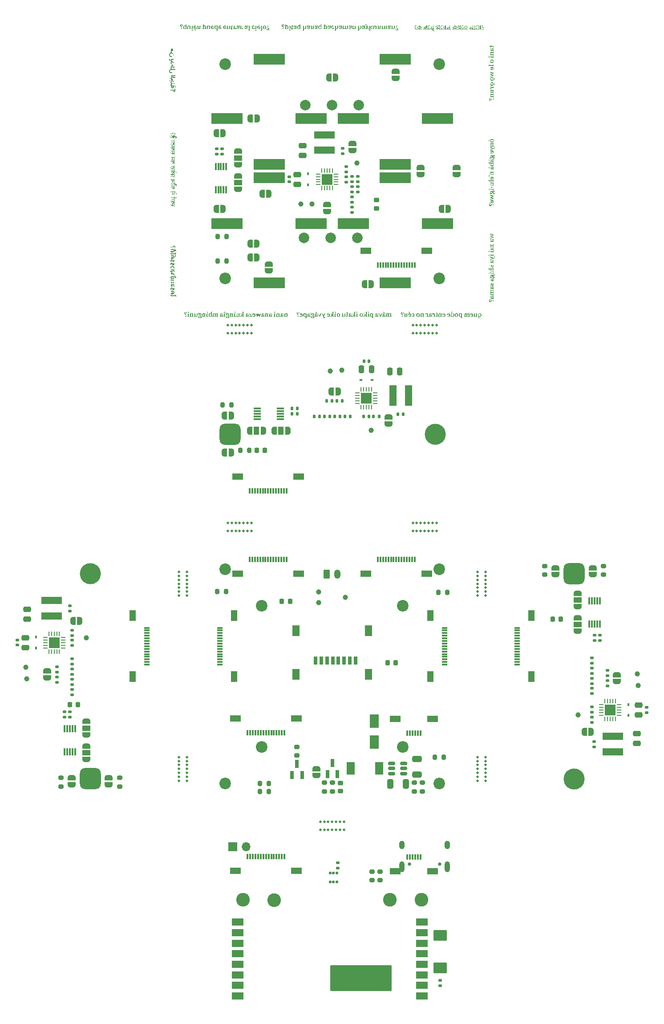
<source format=gbs>
G04 #@! TF.GenerationSoftware,KiCad,Pcbnew,(6.0.1)*
G04 #@! TF.CreationDate,2022-11-09T09:08:09-03:00*
G04 #@! TF.ProjectId,PANEL-COMPLETE,50414e45-4c2d-4434-9f4d-504c4554452e,Rev 3*
G04 #@! TF.SameCoordinates,Original*
G04 #@! TF.FileFunction,Soldermask,Bot*
G04 #@! TF.FilePolarity,Negative*
%FSLAX46Y46*%
G04 Gerber Fmt 4.6, Leading zero omitted, Abs format (unit mm)*
G04 Created by KiCad (PCBNEW (6.0.1)) date 2022-11-09 09:08:09*
%MOMM*%
%LPD*%
G01*
G04 APERTURE LIST*
G04 Aperture macros list*
%AMRoundRect*
0 Rectangle with rounded corners*
0 $1 Rounding radius*
0 $2 $3 $4 $5 $6 $7 $8 $9 X,Y pos of 4 corners*
0 Add a 4 corners polygon primitive as box body*
4,1,4,$2,$3,$4,$5,$6,$7,$8,$9,$2,$3,0*
0 Add four circle primitives for the rounded corners*
1,1,$1+$1,$2,$3*
1,1,$1+$1,$4,$5*
1,1,$1+$1,$6,$7*
1,1,$1+$1,$8,$9*
0 Add four rect primitives between the rounded corners*
20,1,$1+$1,$2,$3,$4,$5,0*
20,1,$1+$1,$4,$5,$6,$7,0*
20,1,$1+$1,$6,$7,$8,$9,0*
20,1,$1+$1,$8,$9,$2,$3,0*%
%AMFreePoly0*
4,1,22,0.550000,-0.750000,0.000000,-0.750000,0.000000,-0.745033,-0.079941,-0.743568,-0.215256,-0.701293,-0.333266,-0.622738,-0.424486,-0.514219,-0.481581,-0.384460,-0.499164,-0.250000,-0.500000,-0.250000,-0.500000,0.250000,-0.499164,0.250000,-0.499963,0.256109,-0.478152,0.396186,-0.417904,0.524511,-0.324060,0.630769,-0.204165,0.706417,-0.067858,0.745374,0.000000,0.744959,0.000000,0.750000,
0.550000,0.750000,0.550000,-0.750000,0.550000,-0.750000,$1*%
%AMFreePoly1*
4,1,20,0.000000,0.744959,0.073905,0.744508,0.209726,0.703889,0.328688,0.626782,0.421226,0.519385,0.479903,0.390333,0.500000,0.250000,0.500000,-0.250000,0.499851,-0.262216,0.476331,-0.402017,0.414519,-0.529596,0.319384,-0.634700,0.198574,-0.708877,0.061801,-0.746166,0.000000,-0.745033,0.000000,-0.750000,-0.550000,-0.750000,-0.550000,0.750000,0.000000,0.750000,0.000000,0.744959,
0.000000,0.744959,$1*%
%AMFreePoly2*
4,1,22,0.500000,-0.750000,0.000000,-0.750000,0.000000,-0.745033,-0.079941,-0.743568,-0.215256,-0.701293,-0.333266,-0.622738,-0.424486,-0.514219,-0.481581,-0.384460,-0.499164,-0.250000,-0.500000,-0.250000,-0.500000,0.250000,-0.499164,0.250000,-0.499963,0.256109,-0.478152,0.396186,-0.417904,0.524511,-0.324060,0.630769,-0.204165,0.706417,-0.067858,0.745374,0.000000,0.744959,0.000000,0.750000,
0.500000,0.750000,0.500000,-0.750000,0.500000,-0.750000,$1*%
%AMFreePoly3*
4,1,20,0.000000,0.744959,0.073905,0.744508,0.209726,0.703889,0.328688,0.626782,0.421226,0.519385,0.479903,0.390333,0.500000,0.250000,0.500000,-0.250000,0.499851,-0.262216,0.476331,-0.402017,0.414519,-0.529596,0.319384,-0.634700,0.198574,-0.708877,0.061801,-0.746166,0.000000,-0.745033,0.000000,-0.750000,-0.500000,-0.750000,-0.500000,0.750000,0.000000,0.750000,0.000000,0.744959,
0.000000,0.744959,$1*%
G04 Aperture macros list end*
%ADD10C,2.200000*%
%ADD11C,0.650000*%
%ADD12O,1.000000X1.600000*%
%ADD13O,1.000000X2.100000*%
%ADD14C,0.500000*%
%ADD15C,4.000000*%
%ADD16RoundRect,1.000000X1.000000X1.000000X-1.000000X1.000000X-1.000000X-1.000000X1.000000X-1.000000X0*%
%ADD17RoundRect,1.000000X-1.000000X1.000000X-1.000000X-1.000000X1.000000X-1.000000X1.000000X1.000000X0*%
%ADD18R,6.000000X2.000000*%
%ADD19C,2.000000*%
%ADD20C,2.600000*%
%ADD21RoundRect,1.000000X1.000000X-1.000000X1.000000X1.000000X-1.000000X1.000000X-1.000000X-1.000000X0*%
%ADD22R,1.700000X1.700000*%
%ADD23O,1.700000X1.700000*%
%ADD24C,0.990600*%
%ADD25FreePoly0,270.000000*%
%ADD26R,1.500000X1.000000*%
%ADD27FreePoly1,270.000000*%
%ADD28R,0.300000X1.000000*%
%ADD29R,2.000000X1.300000*%
%ADD30RoundRect,0.140000X-0.170000X0.140000X-0.170000X-0.140000X0.170000X-0.140000X0.170000X0.140000X0*%
%ADD31RoundRect,0.250000X0.475000X-0.250000X0.475000X0.250000X-0.475000X0.250000X-0.475000X-0.250000X0*%
%ADD32RoundRect,0.200000X0.200000X0.275000X-0.200000X0.275000X-0.200000X-0.275000X0.200000X-0.275000X0*%
%ADD33RoundRect,0.135000X0.185000X-0.135000X0.185000X0.135000X-0.185000X0.135000X-0.185000X-0.135000X0*%
%ADD34RoundRect,0.250000X0.325000X0.650000X-0.325000X0.650000X-0.325000X-0.650000X0.325000X-0.650000X0*%
%ADD35RoundRect,0.062500X0.062500X-0.375000X0.062500X0.375000X-0.062500X0.375000X-0.062500X-0.375000X0*%
%ADD36RoundRect,0.062500X0.375000X-0.062500X0.375000X0.062500X-0.375000X0.062500X-0.375000X-0.062500X0*%
%ADD37R,2.000000X2.000000*%
%ADD38FreePoly2,270.000000*%
%ADD39FreePoly3,270.000000*%
%ADD40RoundRect,0.218750X0.256250X-0.218750X0.256250X0.218750X-0.256250X0.218750X-0.256250X-0.218750X0*%
%ADD41RoundRect,0.135000X-0.135000X-0.185000X0.135000X-0.185000X0.135000X0.185000X-0.135000X0.185000X0*%
%ADD42RoundRect,0.250000X-0.650000X0.325000X-0.650000X-0.325000X0.650000X-0.325000X0.650000X0.325000X0*%
%ADD43RoundRect,0.135000X-0.185000X0.135000X-0.185000X-0.135000X0.185000X-0.135000X0.185000X0.135000X0*%
%ADD44FreePoly2,0.000000*%
%ADD45FreePoly3,0.000000*%
%ADD46C,1.000000*%
%ADD47R,0.300000X1.400000*%
%ADD48RoundRect,0.135000X0.135000X0.185000X-0.135000X0.185000X-0.135000X-0.185000X0.135000X-0.185000X0*%
%ADD49RoundRect,0.200000X-0.275000X0.200000X-0.275000X-0.200000X0.275000X-0.200000X0.275000X0.200000X0*%
%ADD50FreePoly0,90.000000*%
%ADD51FreePoly1,90.000000*%
%ADD52RoundRect,0.200000X-0.200000X-0.275000X0.200000X-0.275000X0.200000X0.275000X-0.200000X0.275000X0*%
%ADD53FreePoly2,180.000000*%
%ADD54FreePoly3,180.000000*%
%ADD55FreePoly2,90.000000*%
%ADD56FreePoly3,90.000000*%
%ADD57RoundRect,0.070000X0.300000X-0.650000X0.300000X0.650000X-0.300000X0.650000X-0.300000X-0.650000X0*%
%ADD58RoundRect,0.200000X0.275000X-0.200000X0.275000X0.200000X-0.275000X0.200000X-0.275000X-0.200000X0*%
%ADD59R,3.890000X1.450000*%
%ADD60RoundRect,0.250000X-0.350000X-0.625000X0.350000X-0.625000X0.350000X0.625000X-0.350000X0.625000X0*%
%ADD61O,1.200000X1.750000*%
%ADD62R,0.450000X0.600000*%
%ADD63R,1.000000X0.300000*%
%ADD64R,1.300000X2.000000*%
%ADD65RoundRect,0.140000X0.170000X-0.140000X0.170000X0.140000X-0.170000X0.140000X-0.170000X-0.140000X0*%
%ADD66RoundRect,0.250000X-1.025000X0.787500X-1.025000X-0.787500X1.025000X-0.787500X1.025000X0.787500X0*%
%ADD67R,1.400000X0.300000*%
%ADD68RoundRect,0.250000X-0.250000X-0.475000X0.250000X-0.475000X0.250000X0.475000X-0.250000X0.475000X0*%
%ADD69RoundRect,0.218750X0.218750X0.256250X-0.218750X0.256250X-0.218750X-0.256250X0.218750X-0.256250X0*%
%ADD70RoundRect,0.140000X0.140000X0.170000X-0.140000X0.170000X-0.140000X-0.170000X0.140000X-0.170000X0*%
%ADD71R,1.450000X3.890000*%
%ADD72R,0.600000X0.450000*%
%ADD73RoundRect,0.062500X0.375000X0.062500X-0.375000X0.062500X-0.375000X-0.062500X0.375000X-0.062500X0*%
%ADD74RoundRect,0.062500X0.062500X0.375000X-0.062500X0.375000X-0.062500X-0.375000X0.062500X-0.375000X0*%
%ADD75RoundRect,0.150000X0.512500X0.150000X-0.512500X0.150000X-0.512500X-0.150000X0.512500X-0.150000X0*%
%ADD76RoundRect,0.140000X-0.140000X-0.170000X0.140000X-0.170000X0.140000X0.170000X-0.140000X0.170000X0*%
%ADD77R,0.800000X1.500000*%
%ADD78R,1.450000X2.000000*%
%ADD79R,1.800000X2.500000*%
%ADD80RoundRect,0.063500X-1.000000X-0.650000X1.000000X-0.650000X1.000000X0.650000X-1.000000X0.650000X0*%
%ADD81RoundRect,0.063500X-5.750000X-2.350000X5.750000X-2.350000X5.750000X2.350000X-5.750000X2.350000X0*%
%ADD82RoundRect,0.062500X-0.062500X0.375000X-0.062500X-0.375000X0.062500X-0.375000X0.062500X0.375000X0*%
%ADD83RoundRect,0.062500X-0.375000X0.062500X-0.375000X-0.062500X0.375000X-0.062500X0.375000X0.062500X0*%
%ADD84RoundRect,0.250000X-0.475000X0.250000X-0.475000X-0.250000X0.475000X-0.250000X0.475000X0.250000X0*%
%ADD85FreePoly0,180.000000*%
%ADD86R,1.000000X1.500000*%
%ADD87FreePoly1,180.000000*%
%ADD88RoundRect,0.125000X-0.125000X-0.125000X0.125000X-0.125000X0.125000X0.125000X-0.125000X0.125000X0*%
%ADD89RoundRect,0.218750X-0.218750X-0.256250X0.218750X-0.256250X0.218750X0.256250X-0.218750X0.256250X0*%
%ADD90RoundRect,0.250000X0.250000X0.475000X-0.250000X0.475000X-0.250000X-0.475000X0.250000X-0.475000X0*%
%ADD91RoundRect,0.225000X-0.250000X0.225000X-0.250000X-0.225000X0.250000X-0.225000X0.250000X0.225000X0*%
%ADD92R,1.500000X2.400000*%
G04 APERTURE END LIST*
G36*
X191809965Y-54074965D02*
G01*
X191811712Y-54099766D01*
X191814936Y-54120648D01*
X191819618Y-54134633D01*
X191822574Y-54139169D01*
X191831676Y-54150243D01*
X191845098Y-54164913D01*
X191861568Y-54181809D01*
X191879818Y-54199561D01*
X191902500Y-54221085D01*
X191932670Y-54249937D01*
X191957522Y-54274097D01*
X191977699Y-54294266D01*
X191993845Y-54311149D01*
X192006604Y-54325449D01*
X192016620Y-54337868D01*
X192024537Y-54349111D01*
X192030998Y-54359881D01*
X192036648Y-54370881D01*
X192036743Y-54371078D01*
X192044265Y-54387381D01*
X192049180Y-54400599D01*
X192052159Y-54413668D01*
X192053873Y-54429522D01*
X192054993Y-54451098D01*
X192055406Y-54468668D01*
X192053984Y-54496946D01*
X192049137Y-54520931D01*
X192040216Y-54543250D01*
X192026575Y-54566527D01*
X192010970Y-54586755D01*
X191982264Y-54612430D01*
X191946710Y-54633138D01*
X191904179Y-54648948D01*
X191854545Y-54659931D01*
X191848497Y-54660688D01*
X191828162Y-54661594D01*
X191802941Y-54661161D01*
X191775441Y-54659567D01*
X191748267Y-54656993D01*
X191724028Y-54653619D01*
X191705328Y-54649625D01*
X191695482Y-54646678D01*
X191656666Y-54631587D01*
X191621310Y-54612339D01*
X191590709Y-54589852D01*
X191566160Y-54565046D01*
X191548959Y-54538837D01*
X191544847Y-54529669D01*
X191540978Y-54516802D01*
X191539070Y-54501598D01*
X191538560Y-54480917D01*
X191538567Y-54477068D01*
X191539026Y-54459266D01*
X191540566Y-54447114D01*
X191543702Y-54438060D01*
X191548953Y-54429552D01*
X191550801Y-54427103D01*
X191567137Y-54412711D01*
X191587820Y-54403434D01*
X191610935Y-54399232D01*
X191634566Y-54400068D01*
X191656795Y-54405902D01*
X191675707Y-54416695D01*
X191689386Y-54432408D01*
X191692100Y-54437581D01*
X191697038Y-54453978D01*
X191696284Y-54471652D01*
X191689612Y-54492128D01*
X191676792Y-54516936D01*
X191656505Y-54551852D01*
X191668954Y-54561866D01*
X191679072Y-54569120D01*
X191704455Y-54581209D01*
X191735172Y-54588357D01*
X191772302Y-54590866D01*
X191785968Y-54590741D01*
X191812729Y-54588444D01*
X191834146Y-54582781D01*
X191852301Y-54573058D01*
X191869280Y-54558581D01*
X191878100Y-54548817D01*
X191889310Y-54530550D01*
X191895353Y-54509230D01*
X191897128Y-54482395D01*
X191896991Y-54474479D01*
X191895426Y-54457153D01*
X191891547Y-54441254D01*
X191884645Y-54425604D01*
X191874013Y-54409025D01*
X191858940Y-54390338D01*
X191838719Y-54368365D01*
X191812641Y-54341928D01*
X191791533Y-54320721D01*
X191774383Y-54302794D01*
X191761564Y-54288295D01*
X191752033Y-54275968D01*
X191744745Y-54264555D01*
X191738657Y-54252798D01*
X191724747Y-54223368D01*
X191724718Y-54128140D01*
X191724688Y-54032911D01*
X191766317Y-54031679D01*
X191807947Y-54030447D01*
X191809965Y-54074965D01*
G37*
G36*
X183809647Y-54289331D02*
G01*
X183791436Y-54324546D01*
X183766368Y-54355236D01*
X183758733Y-54362275D01*
X183733663Y-54380445D01*
X183703800Y-54396783D01*
X183671950Y-54409879D01*
X183640919Y-54418322D01*
X183629838Y-54420098D01*
X183596128Y-54422620D01*
X183559129Y-54422027D01*
X183522270Y-54418460D01*
X183488978Y-54412059D01*
X183481399Y-54410017D01*
X183434437Y-54392395D01*
X183391998Y-54367649D01*
X183354624Y-54336303D01*
X183322857Y-54298884D01*
X183297239Y-54255917D01*
X183278312Y-54207927D01*
X183274729Y-54195285D01*
X183267118Y-54156132D01*
X183432072Y-54156132D01*
X183434826Y-54185421D01*
X183436586Y-54199352D01*
X183440744Y-54222396D01*
X183445729Y-54243088D01*
X183447316Y-54248475D01*
X183459098Y-54280787D01*
X183473052Y-54305926D01*
X183489999Y-54325110D01*
X183510760Y-54339559D01*
X183533383Y-54348910D01*
X183561354Y-54353687D01*
X183588898Y-54351838D01*
X183614122Y-54343523D01*
X183635135Y-54328905D01*
X183642379Y-54321254D01*
X183651606Y-54308093D01*
X183658053Y-54292651D01*
X183662140Y-54273352D01*
X183664284Y-54248619D01*
X183664906Y-54216875D01*
X183664906Y-54158440D01*
X183432072Y-54156132D01*
X183267118Y-54156132D01*
X183265702Y-54148845D01*
X183261808Y-54099716D01*
X183262929Y-54049911D01*
X183268948Y-54001439D01*
X183279749Y-53956311D01*
X183295215Y-53916539D01*
X183304006Y-53900092D01*
X183330725Y-53862562D01*
X183363705Y-53830284D01*
X183402073Y-53803905D01*
X183444955Y-53784070D01*
X183491477Y-53771426D01*
X183497528Y-53770435D01*
X183523597Y-53767907D01*
X183553987Y-53766965D01*
X183585484Y-53767571D01*
X183614871Y-53769684D01*
X183638935Y-53773264D01*
X183640575Y-53773619D01*
X183670920Y-53782745D01*
X183703835Y-53796683D01*
X183736212Y-53813959D01*
X183764947Y-53833096D01*
X183766247Y-53834091D01*
X183780207Y-53845898D01*
X183794856Y-53859939D01*
X183808754Y-53874623D01*
X183820462Y-53888362D01*
X183828543Y-53899567D01*
X183831556Y-53906649D01*
X183829025Y-53911533D01*
X183821820Y-53920621D01*
X183811578Y-53931697D01*
X183791600Y-53951980D01*
X183760717Y-53931433D01*
X183756803Y-53928860D01*
X183716854Y-53906518D01*
X183677312Y-53892031D01*
X183636508Y-53884933D01*
X183592770Y-53884761D01*
X183578364Y-53886320D01*
X183543186Y-53895175D01*
X183511695Y-53910437D01*
X183485611Y-53931356D01*
X183477781Y-53940234D01*
X183459829Y-53967712D01*
X183445772Y-53999859D01*
X183436605Y-54034074D01*
X183433328Y-54067753D01*
X183433328Y-54087018D01*
X183623322Y-54087018D01*
X183635878Y-54087020D01*
X183679597Y-54087059D01*
X183715602Y-54087172D01*
X183744643Y-54087387D01*
X183767472Y-54087730D01*
X183784838Y-54088229D01*
X183797493Y-54088912D01*
X183806186Y-54089805D01*
X183811668Y-54090936D01*
X183814690Y-54092332D01*
X183816002Y-54094020D01*
X183817365Y-54100282D01*
X183819331Y-54113460D01*
X183821563Y-54131390D01*
X183823793Y-54152075D01*
X183823949Y-54153662D01*
X183825822Y-54204177D01*
X183824488Y-54216875D01*
X183821082Y-54249304D01*
X183809647Y-54289331D01*
G37*
G36*
X193668885Y-108462745D02*
G01*
X193709424Y-108477119D01*
X193746320Y-108498229D01*
X193778535Y-108525634D01*
X193805035Y-108558896D01*
X193821282Y-108584033D01*
X193823541Y-108565425D01*
X193823759Y-108563561D01*
X193825175Y-108549013D01*
X193826718Y-108530068D01*
X193828091Y-108510326D01*
X193828125Y-108509801D01*
X193830020Y-108490177D01*
X193832686Y-108476592D01*
X193835869Y-108470354D01*
X193835978Y-108470286D01*
X193842748Y-108468444D01*
X193855776Y-108467477D01*
X193875531Y-108467391D01*
X193902485Y-108468194D01*
X193937107Y-108469893D01*
X193979869Y-108472494D01*
X194057783Y-108477560D01*
X194061759Y-108507154D01*
X194062338Y-108511500D01*
X194063804Y-108526573D01*
X194062409Y-108536011D01*
X194056713Y-108541437D01*
X194045280Y-108544474D01*
X194026670Y-108546745D01*
X194016660Y-108548077D01*
X193999360Y-108552576D01*
X193987262Y-108559790D01*
X193975540Y-108569870D01*
X193974258Y-108779100D01*
X193974254Y-108779799D01*
X193974052Y-108822010D01*
X193973967Y-108861945D01*
X193973993Y-108898694D01*
X193974125Y-108931344D01*
X193974357Y-108958984D01*
X193974683Y-108980702D01*
X193975099Y-108995587D01*
X193975598Y-109002727D01*
X193976026Y-109004741D01*
X193980983Y-109014841D01*
X193990952Y-109022235D01*
X194007133Y-109027548D01*
X194030729Y-109031405D01*
X194055618Y-109034403D01*
X194055618Y-109094380D01*
X193726252Y-109094380D01*
X193727532Y-109065268D01*
X193728812Y-109036155D01*
X193748291Y-109033000D01*
X193772332Y-109028362D01*
X193788984Y-109023223D01*
X193799390Y-109017090D01*
X193804757Y-109009459D01*
X193805564Y-109004565D01*
X193806481Y-108991396D01*
X193807280Y-108971259D01*
X193807938Y-108945093D01*
X193808432Y-108913836D01*
X193808740Y-108878424D01*
X193808839Y-108839796D01*
X193808819Y-108816748D01*
X193808665Y-108775198D01*
X193808272Y-108740903D01*
X193807537Y-108712916D01*
X193806356Y-108690295D01*
X193804624Y-108672094D01*
X193802240Y-108657370D01*
X193799098Y-108645176D01*
X193795096Y-108634570D01*
X193790130Y-108624606D01*
X193784095Y-108614340D01*
X193776890Y-108604427D01*
X193758499Y-108586490D01*
X193736573Y-108571555D01*
X193714430Y-108562108D01*
X193705106Y-108560052D01*
X193682967Y-108557854D01*
X193659225Y-108558176D01*
X193637211Y-108560884D01*
X193620258Y-108565847D01*
X193615444Y-108568201D01*
X193598573Y-108580461D01*
X193585920Y-108597894D01*
X193576180Y-108622167D01*
X193574953Y-108626461D01*
X193573302Y-108633944D01*
X193571964Y-108643084D01*
X193570908Y-108654756D01*
X193570101Y-108669835D01*
X193569511Y-108689197D01*
X193569106Y-108713716D01*
X193568854Y-108744267D01*
X193568724Y-108781725D01*
X193568683Y-108826965D01*
X193568665Y-108851455D01*
X193568622Y-108893717D01*
X193568717Y-108928472D01*
X193569130Y-108956486D01*
X193570044Y-108978523D01*
X193571639Y-108995345D01*
X193574095Y-109007718D01*
X193577594Y-109016404D01*
X193582317Y-109022169D01*
X193588443Y-109025776D01*
X193596155Y-109027988D01*
X193605633Y-109029571D01*
X193617058Y-109031287D01*
X193646569Y-109036113D01*
X193647849Y-109065246D01*
X193649129Y-109094380D01*
X193319763Y-109094380D01*
X193319763Y-109035333D01*
X193353309Y-109030230D01*
X193364518Y-109028373D01*
X193379495Y-109024831D01*
X193389415Y-109020350D01*
X193396595Y-109014062D01*
X193406334Y-109002998D01*
X193406409Y-108818193D01*
X193406423Y-108799891D01*
X193406548Y-108752767D01*
X193406871Y-108713123D01*
X193407475Y-108680088D01*
X193408446Y-108652787D01*
X193409869Y-108630348D01*
X193411830Y-108611899D01*
X193414413Y-108596567D01*
X193417703Y-108583479D01*
X193421786Y-108571762D01*
X193426747Y-108560544D01*
X193432671Y-108548952D01*
X193439023Y-108537945D01*
X193462574Y-108508054D01*
X193491805Y-108484619D01*
X193526463Y-108467812D01*
X193566299Y-108457804D01*
X193581019Y-108455955D01*
X193625738Y-108455544D01*
X193668885Y-108462745D01*
G37*
G36*
X233899908Y-97321843D02*
G01*
X233926087Y-97329310D01*
X233946964Y-97343451D01*
X233962256Y-97363955D01*
X233971682Y-97390509D01*
X233974960Y-97422803D01*
X233972750Y-97447872D01*
X233964212Y-97475013D01*
X233949901Y-97497386D01*
X233930505Y-97513972D01*
X233906713Y-97523753D01*
X233893444Y-97525957D01*
X233866051Y-97524996D01*
X233840590Y-97517050D01*
X233818779Y-97502794D01*
X233802341Y-97482900D01*
X233800287Y-97479195D01*
X233790988Y-97453543D01*
X233787790Y-97425461D01*
X233790508Y-97397255D01*
X233798959Y-97371232D01*
X233812959Y-97349697D01*
X233821202Y-97341294D01*
X233838253Y-97329106D01*
X233857874Y-97322610D01*
X233882748Y-97320692D01*
X233899908Y-97321843D01*
G37*
G36*
X234732590Y-64931107D02*
G01*
X234731520Y-64947413D01*
X234729707Y-64960803D01*
X234726973Y-64973153D01*
X234723140Y-64986337D01*
X234711573Y-65018916D01*
X234694808Y-65053479D01*
X234673796Y-65084316D01*
X234646951Y-65114093D01*
X234634183Y-65126227D01*
X234599985Y-65153148D01*
X234563091Y-65173950D01*
X234521759Y-65189507D01*
X234474249Y-65200689D01*
X234465133Y-65202184D01*
X234426810Y-65205853D01*
X234385167Y-65206433D01*
X234343951Y-65203973D01*
X234306914Y-65198521D01*
X234292517Y-65195223D01*
X234245538Y-65179250D01*
X234203738Y-65156660D01*
X234167416Y-65127910D01*
X234136870Y-65093461D01*
X234112399Y-65053772D01*
X234094302Y-65009300D01*
X234082878Y-64960506D01*
X234078425Y-64907848D01*
X234079701Y-64882452D01*
X234156077Y-64882452D01*
X234159586Y-64912097D01*
X234163843Y-64926418D01*
X234177868Y-64953957D01*
X234198754Y-64977197D01*
X234226767Y-64996340D01*
X234262172Y-65011589D01*
X234305235Y-65023147D01*
X234321654Y-65025861D01*
X234348581Y-65028718D01*
X234379651Y-65030774D01*
X234412335Y-65031945D01*
X234444105Y-65032150D01*
X234472432Y-65031306D01*
X234494786Y-65029331D01*
X234521628Y-65024989D01*
X234560553Y-65015641D01*
X234592118Y-65003453D01*
X234616940Y-64988094D01*
X234635635Y-64969232D01*
X234648820Y-64946536D01*
X234649814Y-64944126D01*
X234656532Y-64917128D01*
X234657389Y-64887258D01*
X234652559Y-64857534D01*
X234642215Y-64830977D01*
X234639227Y-64825820D01*
X234619030Y-64801083D01*
X234591315Y-64780093D01*
X234556420Y-64763063D01*
X234514685Y-64750208D01*
X234512354Y-64749678D01*
X234490415Y-64746082D01*
X234462499Y-64743283D01*
X234430687Y-64741322D01*
X234397061Y-64740242D01*
X234363699Y-64740086D01*
X234332684Y-64740894D01*
X234306095Y-64742710D01*
X234286014Y-64745576D01*
X234282849Y-64746262D01*
X234248522Y-64756174D01*
X234218639Y-64769359D01*
X234195240Y-64784931D01*
X234181466Y-64799724D01*
X234167611Y-64824147D01*
X234158950Y-64852429D01*
X234156077Y-64882452D01*
X234079701Y-64882452D01*
X234081241Y-64851786D01*
X234082376Y-64842653D01*
X234093473Y-64788433D01*
X234111289Y-64739494D01*
X234135595Y-64696080D01*
X234166162Y-64658435D01*
X234202760Y-64626801D01*
X234245159Y-64601422D01*
X234293131Y-64582543D01*
X234346444Y-64570406D01*
X234365965Y-64568352D01*
X234392572Y-64567272D01*
X234422308Y-64567336D01*
X234452821Y-64568453D01*
X234481759Y-64570536D01*
X234506771Y-64573492D01*
X234525506Y-64577234D01*
X234526395Y-64577484D01*
X234543856Y-64583273D01*
X234564463Y-64591290D01*
X234583942Y-64599879D01*
X234600912Y-64609139D01*
X234631159Y-64631024D01*
X234659577Y-64657938D01*
X234683944Y-64687659D01*
X234702039Y-64717966D01*
X234706883Y-64728329D01*
X234716560Y-64751100D01*
X234723589Y-64772126D01*
X234728371Y-64793482D01*
X234731302Y-64817244D01*
X234732783Y-64845487D01*
X234733211Y-64880287D01*
X234733212Y-64882252D01*
X234733191Y-64887258D01*
X234733095Y-64910012D01*
X234732590Y-64931107D01*
G37*
G36*
X173991761Y-95589443D02*
G01*
X174028985Y-95599288D01*
X174062652Y-95616536D01*
X174092243Y-95640803D01*
X174117238Y-95671703D01*
X174137116Y-95708853D01*
X174151358Y-95751869D01*
X174151996Y-95754591D01*
X174155981Y-95779633D01*
X174158338Y-95809968D01*
X174159065Y-95842836D01*
X174158161Y-95875481D01*
X174155624Y-95905141D01*
X174151452Y-95929060D01*
X174147470Y-95943639D01*
X174132331Y-95984148D01*
X174112563Y-96020854D01*
X174089004Y-96052568D01*
X174062489Y-96078100D01*
X174033856Y-96096259D01*
X174012346Y-96104345D01*
X173984240Y-96109006D01*
X173957517Y-96107199D01*
X173934299Y-96098867D01*
X173927157Y-96094189D01*
X173912399Y-96078481D01*
X173902709Y-96058766D01*
X173897975Y-96036692D01*
X173898084Y-96013908D01*
X173902920Y-95992060D01*
X173912371Y-95972798D01*
X173926323Y-95957768D01*
X173944663Y-95948620D01*
X173946335Y-95948182D01*
X173961200Y-95946584D01*
X173977338Y-95949430D01*
X173996436Y-95957205D01*
X174020179Y-95970395D01*
X174023149Y-95972181D01*
X174038670Y-95980834D01*
X174049309Y-95984073D01*
X174057118Y-95981311D01*
X174064143Y-95971960D01*
X174072434Y-95955436D01*
X174080809Y-95933983D01*
X174088287Y-95902008D01*
X174091022Y-95869302D01*
X174088853Y-95838409D01*
X174081617Y-95811871D01*
X174077620Y-95803139D01*
X174061169Y-95778675D01*
X174039820Y-95761318D01*
X174013444Y-95750984D01*
X173981914Y-95747592D01*
X173975308Y-95747681D01*
X173957428Y-95749093D01*
X173941179Y-95752781D01*
X173925351Y-95759460D01*
X173908733Y-95769848D01*
X173890116Y-95784661D01*
X173868288Y-95804617D01*
X173842040Y-95830431D01*
X173840193Y-95832282D01*
X173814023Y-95857768D01*
X173791277Y-95878478D01*
X173772667Y-95893792D01*
X173758902Y-95903089D01*
X173735186Y-95916074D01*
X173632222Y-95917441D01*
X173529259Y-95918808D01*
X173531743Y-95833832D01*
X173579480Y-95831667D01*
X173593005Y-95831026D01*
X173609948Y-95829883D01*
X173621784Y-95828150D01*
X173630727Y-95825251D01*
X173638994Y-95820609D01*
X173648800Y-95813650D01*
X173656253Y-95807505D01*
X173669791Y-95794940D01*
X173686489Y-95778424D01*
X173704910Y-95759385D01*
X173723616Y-95739252D01*
X173745552Y-95715378D01*
X173775963Y-95683478D01*
X173802578Y-95657447D01*
X173826270Y-95636654D01*
X173847910Y-95620472D01*
X173868370Y-95608270D01*
X173888520Y-95599420D01*
X173909233Y-95593292D01*
X173931380Y-95589257D01*
X173951500Y-95587385D01*
X173991761Y-95589443D01*
G37*
G36*
X173935798Y-64729071D02*
G01*
X173957468Y-64736763D01*
X173976609Y-64749498D01*
X173991907Y-64766962D01*
X174002048Y-64788843D01*
X174005721Y-64814829D01*
X174004118Y-64833875D01*
X173995498Y-64859312D01*
X173979433Y-64880330D01*
X173955942Y-64896902D01*
X173951767Y-64898732D01*
X173935060Y-64902528D01*
X173914929Y-64903730D01*
X173895018Y-64902278D01*
X173878971Y-64898117D01*
X173870849Y-64893721D01*
X173855292Y-64881294D01*
X173841605Y-64865937D01*
X173832844Y-64850787D01*
X173829371Y-64836370D01*
X173828331Y-64814562D01*
X173830850Y-64792605D01*
X173836717Y-64774609D01*
X173850075Y-64754976D01*
X173868735Y-64739374D01*
X173890118Y-64730064D01*
X173912910Y-64726734D01*
X173935798Y-64729071D01*
G37*
G36*
X185439315Y-108469439D02*
G01*
X185463943Y-108469867D01*
X185491116Y-108470659D01*
X185519433Y-108471757D01*
X185547494Y-108473101D01*
X185573899Y-108474633D01*
X185597249Y-108476292D01*
X185616143Y-108478021D01*
X185629180Y-108479759D01*
X185634961Y-108481449D01*
X185637690Y-108487428D01*
X185640502Y-108499579D01*
X185642612Y-108515001D01*
X185645375Y-108543785D01*
X185618246Y-108546681D01*
X185598859Y-108549232D01*
X185578622Y-108553777D01*
X185565197Y-108559821D01*
X185557537Y-108567725D01*
X185557146Y-108568782D01*
X185555878Y-108577629D01*
X185554717Y-108593777D01*
X185553671Y-108616181D01*
X185552748Y-108643793D01*
X185551956Y-108675565D01*
X185551303Y-108710450D01*
X185550797Y-108747402D01*
X185550446Y-108785373D01*
X185550258Y-108823316D01*
X185550242Y-108860184D01*
X185550406Y-108894929D01*
X185550757Y-108926504D01*
X185551303Y-108953862D01*
X185552053Y-108975956D01*
X185553015Y-108991739D01*
X185554197Y-109000163D01*
X185554911Y-109002506D01*
X185558714Y-109011652D01*
X185564400Y-109018038D01*
X185573653Y-109022556D01*
X185588156Y-109026101D01*
X185609594Y-109029567D01*
X185645223Y-109034776D01*
X185645223Y-109094380D01*
X185289886Y-109094380D01*
X185291165Y-109065238D01*
X185292445Y-109036096D01*
X185331109Y-109029026D01*
X185344021Y-109026500D01*
X185360513Y-109022296D01*
X185371136Y-109017753D01*
X185377641Y-109012238D01*
X185378789Y-109010650D01*
X185380248Y-109007694D01*
X185381479Y-109003370D01*
X185382503Y-108997015D01*
X185383337Y-108987968D01*
X185384002Y-108975564D01*
X185384517Y-108959142D01*
X185384900Y-108938038D01*
X185385170Y-108911591D01*
X185385347Y-108879138D01*
X185385450Y-108840015D01*
X185385498Y-108793560D01*
X185385509Y-108739111D01*
X185385509Y-108735202D01*
X185385519Y-108681445D01*
X185385559Y-108635651D01*
X185385650Y-108597168D01*
X185385812Y-108565346D01*
X185386065Y-108539533D01*
X185386430Y-108519080D01*
X185386926Y-108503334D01*
X185387573Y-108491645D01*
X185388392Y-108483362D01*
X185389403Y-108477834D01*
X185390626Y-108474410D01*
X185392081Y-108472439D01*
X185393787Y-108471270D01*
X185394701Y-108470933D01*
X185403294Y-108469913D01*
X185418632Y-108469434D01*
X185439315Y-108469439D01*
G37*
G36*
X228035643Y-53737093D02*
G01*
X228052172Y-53740746D01*
X228056223Y-53742600D01*
X228074341Y-53756155D01*
X228087279Y-53775043D01*
X228094016Y-53797286D01*
X228093532Y-53820904D01*
X228089564Y-53832321D01*
X228079091Y-53848746D01*
X228065080Y-53863392D01*
X228050058Y-53873215D01*
X228043302Y-53875681D01*
X228020791Y-53878463D01*
X227997887Y-53874436D01*
X227977143Y-53864303D01*
X227961113Y-53848766D01*
X227961059Y-53848690D01*
X227951526Y-53828593D01*
X227948540Y-53806226D01*
X227951771Y-53783884D01*
X227960888Y-53763858D01*
X227975561Y-53748442D01*
X227978834Y-53746394D01*
X227995310Y-53740286D01*
X228015467Y-53737063D01*
X228035643Y-53737093D01*
G37*
G36*
X232636412Y-53988317D02*
G01*
X232636449Y-53988562D01*
X232637064Y-53994543D01*
X232638268Y-54007190D01*
X232639906Y-54024858D01*
X232641823Y-54045897D01*
X232646910Y-54102168D01*
X232688774Y-54104901D01*
X232730386Y-54109164D01*
X232766515Y-54116657D01*
X232796061Y-54127665D01*
X232819861Y-54142602D01*
X232838752Y-54161877D01*
X232853570Y-54185903D01*
X232856774Y-54192458D01*
X232861331Y-54202560D01*
X232864387Y-54211726D01*
X232866234Y-54221873D01*
X232867160Y-54234921D01*
X232867458Y-54252788D01*
X232867416Y-54277393D01*
X232867306Y-54293166D01*
X232866801Y-54315265D01*
X232865674Y-54332180D01*
X232863663Y-54346118D01*
X232860503Y-54359291D01*
X232855934Y-54373907D01*
X232841508Y-54409043D01*
X232817211Y-54451095D01*
X232786838Y-54490751D01*
X232751638Y-54526757D01*
X232712864Y-54557863D01*
X232671767Y-54582817D01*
X232629596Y-54600368D01*
X232618729Y-54603155D01*
X232594722Y-54606123D01*
X232569501Y-54605963D01*
X232546203Y-54602786D01*
X232527963Y-54596706D01*
X232519300Y-54591689D01*
X232502086Y-54576424D01*
X232492070Y-54558785D01*
X232489292Y-54540143D01*
X232493793Y-54521871D01*
X232505616Y-54505340D01*
X232524801Y-54491924D01*
X232551628Y-54483032D01*
X232582519Y-54481332D01*
X232615878Y-54487162D01*
X232650893Y-54500466D01*
X232672856Y-54510978D01*
X232696092Y-54497030D01*
X232700932Y-54493999D01*
X232728886Y-54471707D01*
X232754829Y-54443361D01*
X232777207Y-54411148D01*
X232794465Y-54377252D01*
X232805050Y-54343860D01*
X232806557Y-54334884D01*
X232808422Y-54313697D01*
X232808338Y-54294023D01*
X232806401Y-54280442D01*
X232798429Y-54261191D01*
X232783927Y-54246851D01*
X232762076Y-54236403D01*
X232758854Y-54235422D01*
X232743041Y-54232112D01*
X232721276Y-54228962D01*
X232695647Y-54226156D01*
X232668244Y-54223873D01*
X232641153Y-54222297D01*
X232616465Y-54221608D01*
X232596267Y-54221988D01*
X232592724Y-54222184D01*
X232578577Y-54222678D01*
X232570839Y-54221925D01*
X232567640Y-54219469D01*
X232567115Y-54214852D01*
X232567447Y-54210430D01*
X232568610Y-54198042D01*
X232570478Y-54179312D01*
X232572922Y-54155518D01*
X232575812Y-54127935D01*
X232579018Y-54097840D01*
X232590639Y-53989626D01*
X232613364Y-53988317D01*
X232622164Y-53987914D01*
X232632322Y-53987811D01*
X232636412Y-53988317D01*
G37*
G36*
X224467143Y-108455737D02*
G01*
X224509629Y-108463743D01*
X224550071Y-108479115D01*
X224587179Y-108501212D01*
X224619666Y-108529394D01*
X224646241Y-108563022D01*
X224653363Y-108573142D01*
X224659028Y-108579194D01*
X224661521Y-108579134D01*
X224662043Y-108573174D01*
X224662932Y-108560249D01*
X224664036Y-108542499D01*
X224665227Y-108521903D01*
X224666271Y-108503898D01*
X224667482Y-108488089D01*
X224668963Y-108478158D01*
X224671106Y-108472570D01*
X224674303Y-108469791D01*
X224678949Y-108468285D01*
X224682130Y-108467912D01*
X224693744Y-108467663D01*
X224711851Y-108467904D01*
X224735083Y-108468598D01*
X224762072Y-108469712D01*
X224791449Y-108471208D01*
X224801773Y-108471774D01*
X224832556Y-108473442D01*
X224856030Y-108474961D01*
X224873223Y-108476763D01*
X224885159Y-108479278D01*
X224892864Y-108482940D01*
X224897364Y-108488178D01*
X224899685Y-108495426D01*
X224900853Y-108505114D01*
X224901894Y-108517675D01*
X224902237Y-108521074D01*
X224903151Y-108530175D01*
X224902596Y-108536162D01*
X224899171Y-108540010D01*
X224891475Y-108542696D01*
X224878106Y-108545195D01*
X224857663Y-108548483D01*
X224856175Y-108548732D01*
X224836628Y-108553515D01*
X224823903Y-108560853D01*
X224816321Y-108572249D01*
X224812203Y-108589207D01*
X224811774Y-108595173D01*
X224811332Y-108609563D01*
X224810985Y-108630864D01*
X224810740Y-108658119D01*
X224810601Y-108690369D01*
X224810575Y-108726654D01*
X224810667Y-108766016D01*
X224810884Y-108807497D01*
X224810957Y-108819060D01*
X224811210Y-108865826D01*
X224811460Y-108904829D01*
X224811877Y-108936801D01*
X224812627Y-108962469D01*
X224813877Y-108982564D01*
X224815796Y-108997817D01*
X224818550Y-109008955D01*
X224822306Y-109016710D01*
X224827233Y-109021811D01*
X224833498Y-109024988D01*
X224841268Y-109026970D01*
X224850710Y-109028487D01*
X224861992Y-109030269D01*
X224894456Y-109035983D01*
X224895736Y-109065182D01*
X224897016Y-109094380D01*
X224567254Y-109094380D01*
X224569814Y-109036242D01*
X224600114Y-109030424D01*
X224603916Y-109029719D01*
X224614256Y-109027900D01*
X224622755Y-109025993D01*
X224629586Y-109023220D01*
X224634922Y-109018801D01*
X224638937Y-109011957D01*
X224641805Y-109001909D01*
X224643701Y-108987878D01*
X224644797Y-108969086D01*
X224645267Y-108944753D01*
X224645285Y-108914100D01*
X224645026Y-108876348D01*
X224644662Y-108830718D01*
X224643400Y-108655031D01*
X224631253Y-108630296D01*
X224620887Y-108612326D01*
X224599777Y-108588306D01*
X224573577Y-108571226D01*
X224542176Y-108561025D01*
X224505467Y-108557639D01*
X224495142Y-108557963D01*
X224467420Y-108562690D01*
X224445138Y-108572754D01*
X224429249Y-108587779D01*
X224425472Y-108593419D01*
X224421048Y-108601528D01*
X224417407Y-108610858D01*
X224414474Y-108622236D01*
X224412174Y-108636488D01*
X224410433Y-108654439D01*
X224409175Y-108676916D01*
X224408327Y-108704744D01*
X224407814Y-108738751D01*
X224407561Y-108779762D01*
X224407493Y-108828604D01*
X224407484Y-108848544D01*
X224407448Y-108891239D01*
X224407531Y-108926365D01*
X224407904Y-108954693D01*
X224408742Y-108976993D01*
X224410218Y-108994037D01*
X224412504Y-109006595D01*
X224415774Y-109015438D01*
X224420201Y-109021335D01*
X224425959Y-109025059D01*
X224433219Y-109027378D01*
X224442156Y-109029065D01*
X224452943Y-109030890D01*
X224483243Y-109036425D01*
X224484523Y-109065403D01*
X224485803Y-109094380D01*
X224156041Y-109094380D01*
X224157321Y-109065285D01*
X224158601Y-109036189D01*
X224175915Y-109033143D01*
X224177036Y-109032946D01*
X224193687Y-109030070D01*
X224209703Y-109027369D01*
X224211457Y-109027041D01*
X224224664Y-109022579D01*
X224234592Y-109016225D01*
X224235816Y-109014913D01*
X224237687Y-109012138D01*
X224239204Y-109008089D01*
X224240403Y-109001947D01*
X224241323Y-108992891D01*
X224242002Y-108980101D01*
X224242477Y-108962756D01*
X224242786Y-108940036D01*
X224242966Y-108911121D01*
X224243056Y-108875189D01*
X224243093Y-108831420D01*
X224243107Y-108820472D01*
X224243286Y-108781198D01*
X224243650Y-108743815D01*
X224244177Y-108709451D01*
X224244843Y-108679232D01*
X224245624Y-108654288D01*
X224246496Y-108635745D01*
X224247435Y-108624731D01*
X224254290Y-108590876D01*
X224268565Y-108552575D01*
X224288882Y-108520466D01*
X224315170Y-108494615D01*
X224347356Y-108475091D01*
X224385369Y-108461959D01*
X224429136Y-108455287D01*
X224467143Y-108455737D01*
G37*
G36*
X228691919Y-109277438D02*
G01*
X228692857Y-109278401D01*
X228701676Y-109284694D01*
X228714687Y-109289365D01*
X228734122Y-109293252D01*
X228766355Y-109298452D01*
X228766355Y-109358423D01*
X228407084Y-109358423D01*
X228407084Y-109328123D01*
X228407087Y-109326931D01*
X228407570Y-109312208D01*
X228408730Y-109301745D01*
X228410330Y-109297739D01*
X228418454Y-109297156D01*
X228433587Y-109295253D01*
X228451412Y-109292446D01*
X228469675Y-109289148D01*
X228486122Y-109285774D01*
X228498498Y-109282735D01*
X228504550Y-109280448D01*
X228505998Y-109279112D01*
X228510649Y-109272150D01*
X228514185Y-109261357D01*
X228516728Y-109245771D01*
X228518398Y-109224429D01*
X228519316Y-109196369D01*
X228519603Y-109160629D01*
X228519627Y-109077542D01*
X228496902Y-109087561D01*
X228489342Y-109090707D01*
X228451830Y-109102160D01*
X228409911Y-109109326D01*
X228366233Y-109112010D01*
X228323444Y-109110019D01*
X228284194Y-109103159D01*
X228252424Y-109093202D01*
X228210038Y-109072918D01*
X228173246Y-109046026D01*
X228142048Y-109012530D01*
X228116446Y-108972428D01*
X228096440Y-108925724D01*
X228082031Y-108872416D01*
X228073219Y-108812507D01*
X228071605Y-108791542D01*
X228071542Y-108782724D01*
X228245337Y-108782724D01*
X228245392Y-108789586D01*
X228247216Y-108838953D01*
X228251683Y-108880975D01*
X228259019Y-108916517D01*
X228269451Y-108946445D01*
X228283207Y-108971626D01*
X228300515Y-108992925D01*
X228314764Y-109006239D01*
X228329556Y-109016094D01*
X228346188Y-109022551D01*
X228353833Y-109024507D01*
X228377441Y-109028046D01*
X228401684Y-109028788D01*
X228422234Y-109026508D01*
X228434838Y-109023341D01*
X228467972Y-109011960D01*
X228497211Y-108997622D01*
X228520245Y-108984002D01*
X228518712Y-108823845D01*
X228518605Y-108812674D01*
X228518199Y-108773146D01*
X228517787Y-108741076D01*
X228517308Y-108715508D01*
X228516701Y-108695482D01*
X228515906Y-108680041D01*
X228514863Y-108668226D01*
X228513511Y-108659079D01*
X228511790Y-108651643D01*
X228509639Y-108644959D01*
X228506997Y-108638068D01*
X228500040Y-108623400D01*
X228484301Y-108599913D01*
X228465300Y-108579886D01*
X228445228Y-108565881D01*
X228424496Y-108558182D01*
X228397742Y-108553469D01*
X228369720Y-108552752D01*
X228343385Y-108556084D01*
X228321687Y-108563525D01*
X228308107Y-108573091D01*
X228292648Y-108588539D01*
X228278699Y-108606579D01*
X228268715Y-108624393D01*
X228261227Y-108644071D01*
X228253730Y-108671827D01*
X228248746Y-108703083D01*
X228246030Y-108739496D01*
X228245337Y-108782724D01*
X228071542Y-108782724D01*
X228071205Y-108735437D01*
X228076593Y-108682690D01*
X228087534Y-108633986D01*
X228103797Y-108590009D01*
X228125147Y-108551443D01*
X228151351Y-108518972D01*
X228182175Y-108493280D01*
X228205286Y-108479625D01*
X228238354Y-108466224D01*
X228274643Y-108458620D01*
X228316184Y-108456252D01*
X228320918Y-108456291D01*
X228367687Y-108460592D01*
X228409674Y-108472069D01*
X228447073Y-108490817D01*
X228480079Y-108516929D01*
X228508885Y-108550502D01*
X228509056Y-108550740D01*
X228518020Y-108562766D01*
X228525075Y-108571385D01*
X228528706Y-108574745D01*
X228529917Y-108570953D01*
X228531367Y-108560163D01*
X228532851Y-108544053D01*
X228534186Y-108524305D01*
X228534991Y-108511953D01*
X228537085Y-108490432D01*
X228539596Y-108476184D01*
X228542420Y-108469900D01*
X228542597Y-108469793D01*
X228549533Y-108468609D01*
X228564121Y-108468046D01*
X228585444Y-108468084D01*
X228612585Y-108468702D01*
X228644628Y-108469880D01*
X228680654Y-108471597D01*
X228719749Y-108473834D01*
X228766208Y-108476703D01*
X228768219Y-108490117D01*
X228768522Y-108492157D01*
X228770554Y-108506415D01*
X228772641Y-108521728D01*
X228775050Y-108539925D01*
X228758799Y-108542412D01*
X228752790Y-108543381D01*
X228736491Y-108546250D01*
X228719701Y-108549442D01*
X228718601Y-108549654D01*
X228712036Y-108550702D01*
X228706300Y-108551605D01*
X228701339Y-108552912D01*
X228697097Y-108555174D01*
X228693517Y-108558941D01*
X228690544Y-108564762D01*
X228688122Y-108573189D01*
X228686196Y-108584772D01*
X228684709Y-108600060D01*
X228683607Y-108619603D01*
X228682832Y-108643952D01*
X228682329Y-108673658D01*
X228682043Y-108709269D01*
X228681918Y-108751337D01*
X228681897Y-108800411D01*
X228681926Y-108857041D01*
X228681948Y-108921779D01*
X228681948Y-109266823D01*
X228691919Y-109277438D01*
G37*
G36*
X189683771Y-53843567D02*
G01*
X189651695Y-53848337D01*
X189638878Y-53850401D01*
X189619375Y-53854721D01*
X189606250Y-53859976D01*
X189597991Y-53866884D01*
X189593087Y-53876161D01*
X189592326Y-53880459D01*
X189591334Y-53893948D01*
X189590490Y-53915884D01*
X189589795Y-53946142D01*
X189589250Y-53984597D01*
X189588859Y-54031125D01*
X189588622Y-54085602D01*
X189588543Y-54147903D01*
X189588543Y-54152074D01*
X189588501Y-54207665D01*
X189588378Y-54255176D01*
X189588163Y-54295146D01*
X189587844Y-54328114D01*
X189587411Y-54354619D01*
X189586851Y-54375201D01*
X189586155Y-54390398D01*
X189585310Y-54400750D01*
X189584307Y-54406796D01*
X189583132Y-54409076D01*
X189581761Y-54409451D01*
X189572801Y-54410146D01*
X189558394Y-54410192D01*
X189540929Y-54409560D01*
X189530065Y-54409013D01*
X189508587Y-54408030D01*
X189482429Y-54406913D01*
X189453941Y-54405760D01*
X189425474Y-54404671D01*
X189401960Y-54403683D01*
X189379184Y-54402471D01*
X189360666Y-54401211D01*
X189347870Y-54400005D01*
X189342263Y-54398952D01*
X189342101Y-54398833D01*
X189339461Y-54392924D01*
X189336868Y-54380977D01*
X189334860Y-54365435D01*
X189332006Y-54334730D01*
X189359635Y-54331596D01*
X189375832Y-54329295D01*
X189397700Y-54323716D01*
X189412124Y-54315891D01*
X189419756Y-54305538D01*
X189420165Y-54303792D01*
X189421135Y-54293515D01*
X189421985Y-54275324D01*
X189422703Y-54249753D01*
X189423280Y-54217339D01*
X189423705Y-54178615D01*
X189423968Y-54134115D01*
X189424057Y-54084376D01*
X189424057Y-53874525D01*
X189414046Y-53864514D01*
X189401793Y-53856640D01*
X189382664Y-53851506D01*
X189376547Y-53850633D01*
X189360301Y-53848194D01*
X189347225Y-53846083D01*
X189333158Y-53843655D01*
X189333158Y-53784019D01*
X189683771Y-53784019D01*
X189683771Y-53843567D01*
G37*
G36*
X234167210Y-85892164D02*
G01*
X234168771Y-85898537D01*
X234176033Y-85918085D01*
X234186290Y-85932157D01*
X234186686Y-85932556D01*
X234188996Y-85934940D01*
X234191231Y-85937084D01*
X234193945Y-85939177D01*
X234197694Y-85941411D01*
X234203033Y-85943976D01*
X234210517Y-85947061D01*
X234220702Y-85950858D01*
X234234143Y-85955556D01*
X234251395Y-85961347D01*
X234273013Y-85968419D01*
X234299553Y-85976964D01*
X234331569Y-85987172D01*
X234369617Y-85999233D01*
X234414253Y-86013337D01*
X234466030Y-86029676D01*
X234525506Y-86048439D01*
X234715963Y-86108531D01*
X234717137Y-86188339D01*
X234718312Y-86268147D01*
X234489888Y-86328107D01*
X234465343Y-86334563D01*
X234423653Y-86345591D01*
X234384910Y-86355917D01*
X234349890Y-86365329D01*
X234319368Y-86373618D01*
X234294121Y-86380570D01*
X234274924Y-86385976D01*
X234262553Y-86389624D01*
X234257785Y-86391302D01*
X234257689Y-86391384D01*
X234256747Y-86392071D01*
X234256185Y-86392723D01*
X234256615Y-86393521D01*
X234258647Y-86394651D01*
X234262894Y-86396296D01*
X234269968Y-86398640D01*
X234280479Y-86401867D01*
X234295040Y-86406160D01*
X234314262Y-86411704D01*
X234338757Y-86418682D01*
X234369137Y-86427278D01*
X234406012Y-86437676D01*
X234449996Y-86450060D01*
X234501699Y-86464613D01*
X234503415Y-86465096D01*
X234543715Y-86476445D01*
X234581585Y-86487115D01*
X234616182Y-86496869D01*
X234646663Y-86505468D01*
X234672184Y-86512675D01*
X234691901Y-86518251D01*
X234704972Y-86521959D01*
X234710552Y-86523560D01*
X234711602Y-86523948D01*
X234714117Y-86526087D01*
X234715895Y-86530691D01*
X234717059Y-86538998D01*
X234717736Y-86552247D01*
X234718050Y-86571675D01*
X234718127Y-86598522D01*
X234718127Y-86671201D01*
X234468153Y-86745879D01*
X234425057Y-86758804D01*
X234381742Y-86771902D01*
X234341269Y-86784247D01*
X234304416Y-86795598D01*
X234271965Y-86805710D01*
X234244695Y-86814340D01*
X234223387Y-86821246D01*
X234208821Y-86826184D01*
X234201776Y-86828911D01*
X234193017Y-86834213D01*
X234179995Y-86847357D01*
X234170618Y-86865956D01*
X234163978Y-86891515D01*
X234158762Y-86919159D01*
X234094814Y-86919159D01*
X234094814Y-86798422D01*
X234094827Y-86780396D01*
X234094957Y-86747830D01*
X234095263Y-86722606D01*
X234095790Y-86703830D01*
X234096584Y-86690607D01*
X234097689Y-86682042D01*
X234099151Y-86677240D01*
X234101015Y-86675306D01*
X234106084Y-86674021D01*
X234117985Y-86671978D01*
X234132896Y-86670021D01*
X234158576Y-86667116D01*
X234164138Y-86696591D01*
X234167000Y-86709049D01*
X234175130Y-86729338D01*
X234186049Y-86741807D01*
X234199585Y-86746215D01*
X234200023Y-86746194D01*
X234207283Y-86744788D01*
X234221453Y-86741379D01*
X234241516Y-86736249D01*
X234266453Y-86729680D01*
X234295246Y-86721958D01*
X234326877Y-86713363D01*
X234360328Y-86704180D01*
X234394581Y-86694692D01*
X234428617Y-86685181D01*
X234461418Y-86675931D01*
X234491966Y-86667225D01*
X234519244Y-86659346D01*
X234542232Y-86652577D01*
X234559913Y-86647200D01*
X234571269Y-86643500D01*
X234575281Y-86641759D01*
X234572690Y-86640662D01*
X234562517Y-86637376D01*
X234545326Y-86632163D01*
X234521857Y-86625237D01*
X234492845Y-86616811D01*
X234459029Y-86607101D01*
X234421147Y-86596319D01*
X234379935Y-86584679D01*
X234336131Y-86572396D01*
X234096978Y-86505569D01*
X234096978Y-86354281D01*
X234333984Y-86291140D01*
X234366275Y-86282518D01*
X234408271Y-86271246D01*
X234447191Y-86260733D01*
X234482278Y-86251187D01*
X234512776Y-86242815D01*
X234537929Y-86235826D01*
X234556981Y-86230427D01*
X234569175Y-86226826D01*
X234573757Y-86225231D01*
X234574340Y-86223638D01*
X234570493Y-86220276D01*
X234564699Y-86218405D01*
X234551214Y-86214367D01*
X234531624Y-86208664D01*
X234506961Y-86201583D01*
X234478255Y-86193412D01*
X234446537Y-86184441D01*
X234412838Y-86174956D01*
X234378189Y-86165246D01*
X234343620Y-86155599D01*
X234310163Y-86146304D01*
X234278847Y-86137648D01*
X234250705Y-86129920D01*
X234226766Y-86123407D01*
X234208062Y-86118399D01*
X234195623Y-86115182D01*
X234190480Y-86114046D01*
X234190186Y-86114047D01*
X234179863Y-86116325D01*
X234172342Y-86123739D01*
X234166902Y-86137456D01*
X234162819Y-86158641D01*
X234158019Y-86191960D01*
X234094814Y-86191960D01*
X234094814Y-85871812D01*
X234104553Y-85869447D01*
X234109438Y-85868560D01*
X234122454Y-85867106D01*
X234137703Y-85866118D01*
X234161113Y-85865154D01*
X234167210Y-85892164D01*
G37*
G36*
X189010680Y-53767747D02*
G01*
X189018550Y-53768050D01*
X189059890Y-53771800D01*
X189095990Y-53779440D01*
X189129266Y-53791630D01*
X189162138Y-53809028D01*
X189171678Y-53815592D01*
X189185396Y-53826444D01*
X189200868Y-53839674D01*
X189216686Y-53853972D01*
X189231442Y-53868028D01*
X189243726Y-53880532D01*
X189252129Y-53890172D01*
X189255244Y-53895638D01*
X189252880Y-53900108D01*
X189246475Y-53908989D01*
X189237835Y-53919967D01*
X189228768Y-53930814D01*
X189221085Y-53939304D01*
X189216597Y-53943207D01*
X189216103Y-53943229D01*
X189210019Y-53940653D01*
X189199211Y-53934464D01*
X189185647Y-53925770D01*
X189172812Y-53917732D01*
X189135931Y-53900136D01*
X189097631Y-53889099D01*
X189059119Y-53884593D01*
X189021604Y-53886593D01*
X188986293Y-53895072D01*
X188954394Y-53910005D01*
X188927115Y-53931366D01*
X188906461Y-53957049D01*
X188890295Y-53988885D01*
X188878928Y-54026868D01*
X188872232Y-54071433D01*
X188870077Y-54123012D01*
X188870548Y-54150017D01*
X188873145Y-54185913D01*
X188878355Y-54216792D01*
X188886569Y-54244726D01*
X188898178Y-54271782D01*
X188898686Y-54272808D01*
X188917363Y-54303276D01*
X188939421Y-54325899D01*
X188965448Y-54341020D01*
X188996028Y-54348983D01*
X189031747Y-54350132D01*
X189045012Y-54348852D01*
X189064157Y-54345477D01*
X189082387Y-54340792D01*
X189097783Y-54335397D01*
X189108427Y-54329892D01*
X189112401Y-54324878D01*
X189111955Y-54323175D01*
X189108609Y-54314874D01*
X189102702Y-54301703D01*
X189095087Y-54285601D01*
X189089419Y-54273303D01*
X189080701Y-54249705D01*
X189077789Y-54232254D01*
X189080753Y-54212836D01*
X189090947Y-54194602D01*
X189107818Y-54180963D01*
X189130756Y-54172390D01*
X189159148Y-54169356D01*
X189167016Y-54169550D01*
X189194761Y-54174587D01*
X189217167Y-54186321D01*
X189234009Y-54204595D01*
X189245060Y-54229250D01*
X189248286Y-54243839D01*
X189248804Y-54273683D01*
X189241629Y-54302720D01*
X189227406Y-54330234D01*
X189206780Y-54355508D01*
X189180399Y-54377828D01*
X189148906Y-54396476D01*
X189112949Y-54410737D01*
X189073172Y-54419893D01*
X189054070Y-54421920D01*
X189021946Y-54422718D01*
X188987423Y-54421188D01*
X188953949Y-54417515D01*
X188924972Y-54411885D01*
X188921573Y-54410993D01*
X188875443Y-54394215D01*
X188833276Y-54370055D01*
X188795873Y-54339169D01*
X188764037Y-54302212D01*
X188738571Y-54259837D01*
X188733692Y-54249546D01*
X188724527Y-54228447D01*
X188716834Y-54208545D01*
X188711903Y-54193068D01*
X188705117Y-54158963D01*
X188700552Y-54112400D01*
X188700215Y-54063874D01*
X188704101Y-54016475D01*
X188712205Y-53973294D01*
X188712269Y-53973043D01*
X188727816Y-53928783D01*
X188750501Y-53888016D01*
X188779455Y-53851830D01*
X188813807Y-53821313D01*
X188852687Y-53797554D01*
X188878284Y-53786100D01*
X188907477Y-53776340D01*
X188937639Y-53770337D01*
X188971222Y-53767626D01*
X189010680Y-53767747D01*
G37*
G36*
X233858587Y-83130356D02*
G01*
X233861141Y-83137545D01*
X233863270Y-83151900D01*
X233864051Y-83158403D01*
X233867754Y-83181946D01*
X233872299Y-83198620D01*
X233878193Y-83209876D01*
X233885938Y-83217168D01*
X233887049Y-83217836D01*
X233889998Y-83219120D01*
X233894233Y-83220241D01*
X233900319Y-83221212D01*
X233908825Y-83222048D01*
X233920317Y-83222762D01*
X233935363Y-83223367D01*
X233954529Y-83223877D01*
X233978383Y-83224306D01*
X234007491Y-83224668D01*
X234042421Y-83224975D01*
X234083739Y-83225242D01*
X234132014Y-83225482D01*
X234187812Y-83225708D01*
X234251699Y-83225935D01*
X234320266Y-83226120D01*
X234387461Y-83226185D01*
X234446356Y-83226107D01*
X234496898Y-83225886D01*
X234539037Y-83225524D01*
X234572723Y-83225019D01*
X234597905Y-83224373D01*
X234614532Y-83223587D01*
X234622553Y-83222660D01*
X234631649Y-83219349D01*
X234639233Y-83213438D01*
X234644751Y-83203693D01*
X234649070Y-83188513D01*
X234653058Y-83166296D01*
X234655204Y-83152202D01*
X234656852Y-83140577D01*
X234657494Y-83134914D01*
X234657519Y-83134785D01*
X234662053Y-83133209D01*
X234672887Y-83132092D01*
X234687827Y-83131667D01*
X234718127Y-83131667D01*
X234718127Y-83482281D01*
X234658715Y-83482281D01*
X234653356Y-83449063D01*
X234653259Y-83448460D01*
X234649203Y-83426190D01*
X234645002Y-83410932D01*
X234639833Y-83401104D01*
X234632872Y-83395127D01*
X234623292Y-83391418D01*
X234623220Y-83391399D01*
X234615791Y-83390618D01*
X234599973Y-83389908D01*
X234576024Y-83389270D01*
X234544206Y-83388708D01*
X234504779Y-83388225D01*
X234458003Y-83387822D01*
X234404138Y-83387503D01*
X234343445Y-83387271D01*
X234276185Y-83387128D01*
X234202617Y-83387077D01*
X234153970Y-83387070D01*
X234091217Y-83387046D01*
X234036236Y-83386994D01*
X233988503Y-83386906D01*
X233947498Y-83386772D01*
X233912698Y-83386581D01*
X233883581Y-83386325D01*
X233859625Y-83385994D01*
X233840309Y-83385578D01*
X233825110Y-83385067D01*
X233813507Y-83384452D01*
X233804977Y-83383723D01*
X233798999Y-83382871D01*
X233795051Y-83381886D01*
X233792610Y-83380758D01*
X233791155Y-83379477D01*
X233789907Y-83377610D01*
X233788359Y-83373181D01*
X233787337Y-83366089D01*
X233786827Y-83355336D01*
X233786819Y-83339925D01*
X233787301Y-83318860D01*
X233788261Y-83291144D01*
X233789687Y-83255779D01*
X233791047Y-83224761D01*
X233792543Y-83195112D01*
X233793982Y-83172533D01*
X233795444Y-83156166D01*
X233797008Y-83145150D01*
X233798752Y-83138624D01*
X233800758Y-83135728D01*
X233803279Y-83134634D01*
X233813673Y-83132579D01*
X233827171Y-83131734D01*
X233832985Y-83131619D01*
X233845776Y-83130699D01*
X233853872Y-83129175D01*
X233854992Y-83128845D01*
X233858587Y-83130356D01*
G37*
G36*
X195115728Y-108455807D02*
G01*
X195154835Y-108461983D01*
X195192497Y-108474284D01*
X195227343Y-108492796D01*
X195234280Y-108497579D01*
X195255065Y-108514374D01*
X195274585Y-108533414D01*
X195290749Y-108552533D01*
X195301465Y-108569565D01*
X195302409Y-108571468D01*
X195307754Y-108578812D01*
X195311745Y-108577768D01*
X195314265Y-108568493D01*
X195315194Y-108551146D01*
X195315505Y-108539021D01*
X195316549Y-108519467D01*
X195318058Y-108500209D01*
X195318118Y-108499580D01*
X195319901Y-108484090D01*
X195322142Y-108475093D01*
X195325718Y-108470503D01*
X195331505Y-108468234D01*
X195335716Y-108467689D01*
X195348090Y-108467352D01*
X195366129Y-108467599D01*
X195388402Y-108468341D01*
X195413478Y-108469492D01*
X195439924Y-108470962D01*
X195466309Y-108472663D01*
X195491201Y-108474507D01*
X195513168Y-108476405D01*
X195530778Y-108478269D01*
X195542600Y-108480010D01*
X195547202Y-108481541D01*
X195548397Y-108486704D01*
X195550385Y-108498311D01*
X195552552Y-108513211D01*
X195556180Y-108540204D01*
X195540673Y-108542731D01*
X195521939Y-108545921D01*
X195501753Y-108549963D01*
X195487752Y-108553817D01*
X195478517Y-108557899D01*
X195472624Y-108562624D01*
X195472089Y-108563239D01*
X195470315Y-108565884D01*
X195468833Y-108569692D01*
X195467608Y-108575411D01*
X195466610Y-108583792D01*
X195465805Y-108595583D01*
X195465162Y-108611535D01*
X195464647Y-108632396D01*
X195464228Y-108658917D01*
X195463873Y-108691846D01*
X195463550Y-108731933D01*
X195463226Y-108779928D01*
X195462992Y-108826462D01*
X195462930Y-108877155D01*
X195463130Y-108919325D01*
X195463591Y-108953047D01*
X195464314Y-108978394D01*
X195465302Y-108995438D01*
X195466554Y-109004254D01*
X195469130Y-109011115D01*
X195474970Y-109018844D01*
X195484643Y-109024323D01*
X195499757Y-109028350D01*
X195521919Y-109031723D01*
X195544644Y-109034593D01*
X195544644Y-109094380D01*
X195215277Y-109094380D01*
X195216557Y-109065207D01*
X195217379Y-109051446D01*
X195218954Y-109041443D01*
X195221781Y-109036507D01*
X195226494Y-109034685D01*
X195236742Y-109033005D01*
X195262208Y-109027760D01*
X195279677Y-109022167D01*
X195289646Y-109016079D01*
X195289952Y-109015768D01*
X195292011Y-109013204D01*
X195293682Y-109009623D01*
X195295005Y-109004178D01*
X195296020Y-108996019D01*
X195296768Y-108984297D01*
X195297289Y-108968163D01*
X195297624Y-108946767D01*
X195297813Y-108919262D01*
X195297897Y-108884798D01*
X195297916Y-108842526D01*
X195297861Y-108796573D01*
X195297619Y-108757563D01*
X195297075Y-108725418D01*
X195296116Y-108699234D01*
X195294626Y-108678108D01*
X195292494Y-108661136D01*
X195289603Y-108647415D01*
X195285840Y-108636042D01*
X195281092Y-108626113D01*
X195275243Y-108616725D01*
X195268181Y-108606974D01*
X195251230Y-108588960D01*
X195228533Y-108572974D01*
X195227466Y-108572400D01*
X195214226Y-108566040D01*
X195201613Y-108562094D01*
X195186533Y-108559854D01*
X195165895Y-108558611D01*
X195158738Y-108558348D01*
X195141102Y-108558186D01*
X195128496Y-108559325D01*
X195118200Y-108562159D01*
X195107494Y-108567082D01*
X195087718Y-108581187D01*
X195073379Y-108601070D01*
X195064498Y-108627267D01*
X195063765Y-108632225D01*
X195062622Y-108647338D01*
X195061657Y-108670209D01*
X195060884Y-108700271D01*
X195060316Y-108736954D01*
X195059965Y-108779689D01*
X195059845Y-108827907D01*
X195059835Y-108849046D01*
X195059800Y-108891633D01*
X195059885Y-108926669D01*
X195060265Y-108954922D01*
X195061109Y-108977162D01*
X195062592Y-108994157D01*
X195064885Y-109006677D01*
X195068159Y-109015492D01*
X195072589Y-109021369D01*
X195078345Y-109025078D01*
X195085600Y-109027389D01*
X195094525Y-109029069D01*
X195105295Y-109030890D01*
X195135595Y-109036425D01*
X195136875Y-109065403D01*
X195138154Y-109094380D01*
X194808393Y-109094380D01*
X194809673Y-109065348D01*
X194810952Y-109036316D01*
X194846688Y-109029396D01*
X194852079Y-109028304D01*
X194868541Y-109024346D01*
X194881249Y-109020372D01*
X194887809Y-109017097D01*
X194888317Y-109016324D01*
X194889627Y-109011240D01*
X194890782Y-109001422D01*
X194891803Y-108986311D01*
X194892710Y-108965346D01*
X194893525Y-108937966D01*
X194894270Y-108903611D01*
X194894965Y-108861720D01*
X194895633Y-108811732D01*
X194895760Y-108801444D01*
X194896365Y-108755387D01*
X194896960Y-108717003D01*
X194897582Y-108685474D01*
X194898270Y-108659981D01*
X194899060Y-108639705D01*
X194899989Y-108623828D01*
X194901095Y-108611532D01*
X194902416Y-108601997D01*
X194903988Y-108594406D01*
X194905850Y-108587939D01*
X194908637Y-108579698D01*
X194919690Y-108552848D01*
X194932804Y-108530716D01*
X194949736Y-108510184D01*
X194972257Y-108490632D01*
X195003441Y-108473168D01*
X195038661Y-108461485D01*
X195076547Y-108455669D01*
X195115728Y-108455807D01*
G37*
G36*
X197538127Y-108219053D02*
G01*
X197566871Y-108221738D01*
X197589889Y-108225965D01*
X197618441Y-108234758D01*
X197657374Y-108251483D01*
X197691887Y-108272024D01*
X197719940Y-108295294D01*
X197724766Y-108300236D01*
X197744727Y-108323748D01*
X197757856Y-108346133D01*
X197765076Y-108369340D01*
X197767309Y-108395318D01*
X197766867Y-108410304D01*
X197764132Y-108428054D01*
X197758368Y-108442760D01*
X197751050Y-108453514D01*
X197734140Y-108467562D01*
X197713005Y-108476519D01*
X197689522Y-108480179D01*
X197665568Y-108478340D01*
X197643022Y-108470797D01*
X197623761Y-108457349D01*
X197611708Y-108441998D01*
X197606087Y-108424514D01*
X197607456Y-108404574D01*
X197615872Y-108381377D01*
X197631396Y-108354125D01*
X197636671Y-108345902D01*
X197643245Y-108334882D01*
X197645828Y-108328222D01*
X197644962Y-108324067D01*
X197641186Y-108320566D01*
X197619994Y-108307711D01*
X197592575Y-108296340D01*
X197563998Y-108288964D01*
X197558466Y-108288076D01*
X197523487Y-108286071D01*
X197491312Y-108290336D01*
X197462918Y-108300414D01*
X197439280Y-108315847D01*
X197421375Y-108336179D01*
X197410180Y-108360954D01*
X197407049Y-108378792D01*
X197406948Y-108405191D01*
X197411025Y-108431484D01*
X197418910Y-108453752D01*
X197419216Y-108454328D01*
X197425816Y-108463909D01*
X197437390Y-108478179D01*
X197452834Y-108495870D01*
X197471043Y-108515714D01*
X197490915Y-108536445D01*
X197504390Y-108550199D01*
X197526188Y-108572816D01*
X197543104Y-108591690D01*
X197555774Y-108608371D01*
X197564835Y-108624408D01*
X197570924Y-108641351D01*
X197574676Y-108660750D01*
X197576728Y-108684154D01*
X197577716Y-108713113D01*
X197578278Y-108749177D01*
X197579653Y-108847652D01*
X197492496Y-108847652D01*
X197492496Y-108805733D01*
X197492243Y-108787934D01*
X197490966Y-108770460D01*
X197488290Y-108757291D01*
X197483862Y-108745978D01*
X197481715Y-108742205D01*
X197471936Y-108729213D01*
X197456339Y-108711616D01*
X197435549Y-108690050D01*
X197410188Y-108665148D01*
X197380880Y-108637546D01*
X197348249Y-108607879D01*
X197314207Y-108574512D01*
X197286426Y-108540088D01*
X197266300Y-108505462D01*
X197253371Y-108469838D01*
X197247180Y-108432420D01*
X197246919Y-108428630D01*
X197248371Y-108387716D01*
X197257647Y-108350104D01*
X197274428Y-108316198D01*
X197298398Y-108286400D01*
X197329237Y-108261114D01*
X197366628Y-108240742D01*
X197410254Y-108225688D01*
X197418569Y-108223808D01*
X197443878Y-108220287D01*
X197473997Y-108218323D01*
X197506291Y-108217913D01*
X197538127Y-108219053D01*
G37*
G36*
X219347271Y-108456504D02*
G01*
X219390366Y-108458402D01*
X219428006Y-108464116D01*
X219462645Y-108474174D01*
X219496740Y-108489107D01*
X219512397Y-108497741D01*
X219550566Y-108525390D01*
X219584181Y-108559660D01*
X219612562Y-108599649D01*
X219635027Y-108644456D01*
X219650895Y-108693177D01*
X219655847Y-108719012D01*
X219659668Y-108755020D01*
X219661091Y-108793584D01*
X219660116Y-108831986D01*
X219656741Y-108867508D01*
X219650966Y-108897431D01*
X219638271Y-108937233D01*
X219622220Y-108971578D01*
X219601618Y-109002252D01*
X219575102Y-109031665D01*
X219551026Y-109053551D01*
X219520986Y-109074805D01*
X219488432Y-109090718D01*
X219450525Y-109102914D01*
X219444085Y-109104447D01*
X219416138Y-109108774D01*
X219383631Y-109111050D01*
X219349598Y-109111233D01*
X219317074Y-109109281D01*
X219289093Y-109105152D01*
X219266749Y-109099206D01*
X219226764Y-109083070D01*
X219188101Y-109060977D01*
X219153155Y-109034388D01*
X219124325Y-109004761D01*
X219118751Y-108997880D01*
X219111259Y-108987931D01*
X219108215Y-108981575D01*
X219108896Y-108976759D01*
X219112579Y-108971429D01*
X219120579Y-108961434D01*
X219132774Y-108946949D01*
X219141578Y-108937563D01*
X219146136Y-108934224D01*
X219146965Y-108934434D01*
X219153269Y-108937997D01*
X219162647Y-108944568D01*
X219180482Y-108956245D01*
X219211703Y-108971568D01*
X219246152Y-108983797D01*
X219280741Y-108991894D01*
X219312380Y-108994823D01*
X219335207Y-108993127D01*
X219366170Y-108986051D01*
X219395539Y-108974361D01*
X219421018Y-108959022D01*
X219440309Y-108941002D01*
X219459336Y-108913417D01*
X219473850Y-108882347D01*
X219483792Y-108847058D01*
X219489506Y-108806324D01*
X219491337Y-108758917D01*
X219490717Y-108728238D01*
X219486950Y-108684536D01*
X219479496Y-108647245D01*
X219468049Y-108615352D01*
X219452299Y-108587845D01*
X219431939Y-108563711D01*
X219427744Y-108559632D01*
X219406916Y-108543277D01*
X219384754Y-108533099D01*
X219359148Y-108528382D01*
X219327989Y-108528410D01*
X219313955Y-108529786D01*
X219292461Y-108533690D01*
X219273358Y-108539164D01*
X219258732Y-108545564D01*
X219250669Y-108552247D01*
X219250505Y-108553831D01*
X219252776Y-108562020D01*
X219258101Y-108574942D01*
X219265701Y-108590613D01*
X219270264Y-108599546D01*
X219277150Y-108614351D01*
X219280827Y-108625767D01*
X219282045Y-108636592D01*
X219281558Y-108649625D01*
X219279465Y-108666006D01*
X219275160Y-108677479D01*
X219267296Y-108687527D01*
X219265815Y-108689025D01*
X219249542Y-108700480D01*
X219228480Y-108707018D01*
X219201176Y-108709114D01*
X219191132Y-108708751D01*
X219163709Y-108703064D01*
X219141721Y-108690769D01*
X219125531Y-108672236D01*
X219115500Y-108647836D01*
X219111991Y-108617940D01*
X219112640Y-108604416D01*
X219119749Y-108574472D01*
X219134920Y-108546434D01*
X219158436Y-108519704D01*
X219186967Y-108496561D01*
X219219424Y-108478439D01*
X219255865Y-108465978D01*
X219297425Y-108458793D01*
X219345240Y-108456500D01*
X219347271Y-108456504D01*
G37*
G36*
X214901834Y-108457757D02*
G01*
X214904629Y-108458278D01*
X214941611Y-108469083D01*
X214977525Y-108486325D01*
X215010505Y-108508748D01*
X215038681Y-108535097D01*
X215060185Y-108564119D01*
X215064927Y-108571887D01*
X215070514Y-108580000D01*
X215073282Y-108582556D01*
X215073329Y-108582486D01*
X215074209Y-108577272D01*
X215075484Y-108565254D01*
X215076990Y-108548134D01*
X215078564Y-108527615D01*
X215078838Y-108523865D01*
X215080920Y-108500257D01*
X215083177Y-108484037D01*
X215085812Y-108474083D01*
X215089023Y-108469275D01*
X215092868Y-108467951D01*
X215101904Y-108467088D01*
X215116579Y-108466950D01*
X215137640Y-108467547D01*
X215165831Y-108468892D01*
X215201899Y-108470996D01*
X215224170Y-108472417D01*
X215251473Y-108474294D01*
X215274917Y-108476059D01*
X215293306Y-108477617D01*
X215305444Y-108478871D01*
X215310135Y-108479725D01*
X215311523Y-108484649D01*
X215313323Y-108495809D01*
X215315119Y-108510719D01*
X215315741Y-108516613D01*
X215316692Y-108529455D01*
X215315190Y-108537287D01*
X215309710Y-108541701D01*
X215298728Y-108544291D01*
X215280721Y-108546646D01*
X215269996Y-108548212D01*
X215251007Y-108552891D01*
X215238632Y-108559599D01*
X215231504Y-108568956D01*
X215230668Y-108573310D01*
X215229687Y-108585835D01*
X215228831Y-108605152D01*
X215228104Y-108630232D01*
X215227505Y-108660045D01*
X215227038Y-108693560D01*
X215226702Y-108729749D01*
X215226500Y-108767581D01*
X215226432Y-108806026D01*
X215226501Y-108844055D01*
X215226707Y-108880636D01*
X215227052Y-108914742D01*
X215227537Y-108945341D01*
X215228164Y-108971404D01*
X215228934Y-108991900D01*
X215229849Y-109005801D01*
X215230909Y-109012076D01*
X215231621Y-109013255D01*
X215241525Y-109021112D01*
X215259644Y-109027345D01*
X215286131Y-109032011D01*
X215308856Y-109034896D01*
X215308856Y-109094380D01*
X214988147Y-109094380D01*
X214989427Y-109065423D01*
X214990707Y-109036465D01*
X215005857Y-109032933D01*
X215010787Y-109031777D01*
X215029762Y-109027048D01*
X215042255Y-109023046D01*
X215049921Y-109018942D01*
X215054416Y-109013907D01*
X215057395Y-109007111D01*
X215058239Y-109002900D01*
X215059410Y-108989926D01*
X215060376Y-108970304D01*
X215061137Y-108945265D01*
X215061692Y-108916041D01*
X215062042Y-108883861D01*
X215062186Y-108849957D01*
X215062124Y-108815559D01*
X215061856Y-108781898D01*
X215061383Y-108750206D01*
X215060703Y-108721712D01*
X215059817Y-108697647D01*
X215058724Y-108679243D01*
X215057425Y-108667730D01*
X215051960Y-108645811D01*
X215038118Y-108615198D01*
X215018472Y-108590651D01*
X214993512Y-108572593D01*
X214963730Y-108561448D01*
X214929618Y-108557639D01*
X214916190Y-108558122D01*
X214890770Y-108562952D01*
X214871285Y-108573445D01*
X214856861Y-108590194D01*
X214846624Y-108613790D01*
X214845118Y-108619178D01*
X214843558Y-108626746D01*
X214842293Y-108636141D01*
X214841294Y-108648216D01*
X214840532Y-108663826D01*
X214839975Y-108683823D01*
X214839594Y-108709062D01*
X214839359Y-108740397D01*
X214839240Y-108778681D01*
X214839207Y-108824769D01*
X214839193Y-108853633D01*
X214839164Y-108895500D01*
X214839258Y-108929922D01*
X214839620Y-108957659D01*
X214840396Y-108979468D01*
X214841732Y-108996108D01*
X214843776Y-109008339D01*
X214846672Y-109016919D01*
X214850568Y-109022607D01*
X214855609Y-109026161D01*
X214861941Y-109028340D01*
X214869712Y-109029903D01*
X214879066Y-109031608D01*
X214904136Y-109036600D01*
X214906696Y-109094380D01*
X214602905Y-109094380D01*
X214605465Y-109036354D01*
X214632902Y-109029609D01*
X214643656Y-109026542D01*
X214658318Y-109020500D01*
X214666628Y-109014264D01*
X214666779Y-109014050D01*
X214668342Y-109010570D01*
X214669600Y-109004679D01*
X214670574Y-108995596D01*
X214671286Y-108982539D01*
X214671757Y-108964730D01*
X214672008Y-108941387D01*
X214672060Y-108911729D01*
X214671935Y-108874976D01*
X214671655Y-108830348D01*
X214671453Y-108802969D01*
X214671127Y-108764107D01*
X214670770Y-108732491D01*
X214670333Y-108707240D01*
X214669769Y-108687475D01*
X214669030Y-108672314D01*
X214668069Y-108660879D01*
X214666837Y-108652289D01*
X214665286Y-108645665D01*
X214663370Y-108640126D01*
X214661040Y-108634792D01*
X214655002Y-108623366D01*
X214637643Y-108599775D01*
X214616473Y-108579973D01*
X214593857Y-108566370D01*
X214585229Y-108562944D01*
X214571909Y-108559363D01*
X214556836Y-108557977D01*
X214536603Y-108558305D01*
X214523170Y-108559212D01*
X214507088Y-108561722D01*
X214493392Y-108566250D01*
X214481905Y-108573398D01*
X214472446Y-108583771D01*
X214464836Y-108597969D01*
X214458897Y-108616597D01*
X214454447Y-108640255D01*
X214451309Y-108669548D01*
X214449303Y-108705078D01*
X214448250Y-108747447D01*
X214447970Y-108797257D01*
X214448284Y-108855113D01*
X214448394Y-108867854D01*
X214448744Y-108907929D01*
X214449187Y-108940430D01*
X214449928Y-108966201D01*
X214451175Y-108986086D01*
X214453134Y-109000929D01*
X214456012Y-109011573D01*
X214460014Y-109018864D01*
X214465347Y-109023644D01*
X214472218Y-109026759D01*
X214480833Y-109029052D01*
X214491399Y-109031367D01*
X214514565Y-109036569D01*
X214515845Y-109065475D01*
X214517125Y-109094380D01*
X214200745Y-109094380D01*
X214200745Y-109035333D01*
X214234291Y-109030230D01*
X214245500Y-109028373D01*
X214260477Y-109024831D01*
X214270396Y-109020350D01*
X214277577Y-109014062D01*
X214287316Y-109002998D01*
X214287391Y-108818193D01*
X214287407Y-108799236D01*
X214287535Y-108754089D01*
X214287808Y-108716473D01*
X214288250Y-108685570D01*
X214288885Y-108660561D01*
X214289739Y-108640627D01*
X214290836Y-108624950D01*
X214292200Y-108612710D01*
X214293856Y-108603089D01*
X214302555Y-108571633D01*
X214319078Y-108535945D01*
X214341368Y-108506710D01*
X214369412Y-108483940D01*
X214403197Y-108467646D01*
X214442714Y-108457841D01*
X214461365Y-108455704D01*
X214504152Y-108456378D01*
X214545302Y-108464537D01*
X214583732Y-108479687D01*
X214618359Y-108501337D01*
X214648098Y-108528991D01*
X214671867Y-108562158D01*
X214684021Y-108583440D01*
X214693932Y-108559527D01*
X214706276Y-108535967D01*
X214728562Y-108508581D01*
X214756507Y-108486183D01*
X214788958Y-108469338D01*
X214824764Y-108458610D01*
X214862774Y-108454561D01*
X214901834Y-108457757D01*
G37*
G36*
X231930080Y-53738156D02*
G01*
X231952403Y-53746351D01*
X231969204Y-53760677D01*
X231979792Y-53780475D01*
X231983475Y-53805084D01*
X231982803Y-53816866D01*
X231976398Y-53839277D01*
X231962764Y-53857584D01*
X231941345Y-53872677D01*
X231941037Y-53872841D01*
X231924917Y-53877539D01*
X231905293Y-53878059D01*
X231885990Y-53874675D01*
X231870836Y-53867657D01*
X231853926Y-53851500D01*
X231843119Y-53830910D01*
X231839650Y-53806104D01*
X231841540Y-53786346D01*
X231849791Y-53764875D01*
X231864365Y-53749238D01*
X231885015Y-53739674D01*
X231911497Y-53736421D01*
X231930080Y-53738156D01*
G37*
G36*
X174035541Y-77810880D02*
G01*
X174035414Y-77884903D01*
X174035268Y-77952427D01*
X174035100Y-78013690D01*
X174034911Y-78068929D01*
X174034699Y-78118382D01*
X174034463Y-78162286D01*
X174034203Y-78200880D01*
X174033917Y-78234400D01*
X174033606Y-78263085D01*
X174033266Y-78287172D01*
X174032899Y-78306899D01*
X174032503Y-78322503D01*
X174032077Y-78334223D01*
X174031620Y-78342295D01*
X174031131Y-78346958D01*
X174030610Y-78348449D01*
X174027447Y-78347555D01*
X174017540Y-78343353D01*
X174003171Y-78336503D01*
X173986242Y-78327888D01*
X173947285Y-78307485D01*
X173944975Y-78084929D01*
X173929057Y-78081943D01*
X173925827Y-78081543D01*
X173913160Y-78080984D01*
X173894420Y-78080848D01*
X173871386Y-78081083D01*
X173845835Y-78081636D01*
X173819542Y-78082457D01*
X173794285Y-78083494D01*
X173771841Y-78084694D01*
X173753988Y-78086006D01*
X173742501Y-78087378D01*
X173742225Y-78087428D01*
X173732200Y-78090809D01*
X173730434Y-78095845D01*
X173732074Y-78102934D01*
X173733794Y-78117945D01*
X173735074Y-78137642D01*
X173735868Y-78159811D01*
X173736128Y-78182236D01*
X173735807Y-78202704D01*
X173734860Y-78219001D01*
X173733239Y-78228910D01*
X173725439Y-78243806D01*
X173712066Y-78253844D01*
X173693897Y-78256820D01*
X173671020Y-78252752D01*
X173643525Y-78241656D01*
X173611498Y-78223549D01*
X173575029Y-78198449D01*
X173561920Y-78188563D01*
X173541827Y-78172965D01*
X173518360Y-78154382D01*
X173492296Y-78133460D01*
X173464414Y-78110848D01*
X173435493Y-78087191D01*
X173406310Y-78063137D01*
X173377645Y-78039332D01*
X173350277Y-78016425D01*
X173324983Y-77995061D01*
X173302542Y-77975888D01*
X173283732Y-77959553D01*
X173269333Y-77946703D01*
X173260123Y-77937985D01*
X173256880Y-77934046D01*
X173256945Y-77933458D01*
X173260209Y-77926690D01*
X173267331Y-77916073D01*
X173276839Y-77903431D01*
X173287263Y-77890585D01*
X173297132Y-77879360D01*
X173304974Y-77871579D01*
X173309319Y-77869064D01*
X173309968Y-77869517D01*
X173315771Y-77874632D01*
X173326880Y-77884896D01*
X173342611Y-77899663D01*
X173362284Y-77918289D01*
X173385215Y-77940129D01*
X173410723Y-77964537D01*
X173438125Y-77990868D01*
X173447937Y-78000303D01*
X173474736Y-78025946D01*
X173499408Y-78049370D01*
X173521271Y-78069940D01*
X173539645Y-78087021D01*
X173553849Y-78099979D01*
X173563201Y-78108179D01*
X173567021Y-78110986D01*
X173569573Y-78108104D01*
X173574025Y-78098945D01*
X173578957Y-78085764D01*
X173583488Y-78074162D01*
X173594137Y-78056236D01*
X173610340Y-78037868D01*
X173612516Y-78035685D01*
X173623151Y-78024836D01*
X173630635Y-78016889D01*
X173633464Y-78013434D01*
X173633194Y-78012820D01*
X173629556Y-78006875D01*
X173622560Y-77996127D01*
X173613343Y-77982334D01*
X173595693Y-77953877D01*
X173575215Y-77911881D01*
X173562049Y-77871350D01*
X173560492Y-77862017D01*
X173651091Y-77862017D01*
X173658372Y-77911734D01*
X173673249Y-77963365D01*
X173677738Y-77975291D01*
X173683788Y-77986483D01*
X173691343Y-77991590D01*
X173702671Y-77991823D01*
X173720036Y-77988395D01*
X173724406Y-77987682D01*
X173738342Y-77986427D01*
X173758608Y-77985309D01*
X173783697Y-77984387D01*
X173812099Y-77983725D01*
X173842306Y-77983383D01*
X173945097Y-77982843D01*
X173945109Y-77841083D01*
X173945121Y-77699322D01*
X173690942Y-77699322D01*
X173677488Y-77724564D01*
X173674723Y-77729933D01*
X173659276Y-77770557D01*
X173651396Y-77814771D01*
X173651091Y-77862017D01*
X173560492Y-77862017D01*
X173558373Y-77849322D01*
X173556235Y-77820227D01*
X173556118Y-77789408D01*
X173558024Y-77760244D01*
X173561957Y-77736115D01*
X173564759Y-77723950D01*
X173567330Y-77711360D01*
X173568382Y-77704155D01*
X173568225Y-77703390D01*
X173565958Y-77701769D01*
X173560309Y-77700572D01*
X173550400Y-77699768D01*
X173535351Y-77699324D01*
X173514285Y-77699207D01*
X173486321Y-77699385D01*
X173450583Y-77699826D01*
X173332629Y-77701487D01*
X173301275Y-77653872D01*
X173299291Y-77650843D01*
X173287810Y-77632637D01*
X173278473Y-77616699D01*
X173272196Y-77604655D01*
X173269893Y-77598130D01*
X173270044Y-77596836D01*
X173270937Y-77595516D01*
X173273140Y-77594387D01*
X173277219Y-77593438D01*
X173283738Y-77592657D01*
X173293264Y-77592036D01*
X173306360Y-77591564D01*
X173323592Y-77591229D01*
X173345525Y-77591022D01*
X173372724Y-77590931D01*
X173405755Y-77590947D01*
X173445182Y-77591060D01*
X173491570Y-77591257D01*
X173545486Y-77591530D01*
X173607493Y-77591868D01*
X173945121Y-77593734D01*
X173945121Y-77037052D01*
X173891693Y-77037052D01*
X173875419Y-77037156D01*
X173844777Y-77037722D01*
X173813338Y-77038669D01*
X173785828Y-77039872D01*
X173733390Y-77042692D01*
X173763400Y-77074825D01*
X173777047Y-77090446D01*
X173803063Y-77127791D01*
X173821847Y-77166922D01*
X173832707Y-77206526D01*
X173833829Y-77216883D01*
X173835174Y-77229295D01*
X173833427Y-77267681D01*
X173824808Y-77304924D01*
X173809945Y-77339690D01*
X173789466Y-77370646D01*
X173763998Y-77396459D01*
X173734171Y-77415793D01*
X173725737Y-77419617D01*
X173692502Y-77429059D01*
X173657997Y-77430946D01*
X173623182Y-77425862D01*
X173589019Y-77414391D01*
X173556469Y-77397115D01*
X173526493Y-77374620D01*
X173500051Y-77347488D01*
X173478105Y-77316304D01*
X173461616Y-77281651D01*
X173456321Y-77261917D01*
X173531743Y-77261917D01*
X173533608Y-77286936D01*
X173539763Y-77305713D01*
X173551118Y-77319967D01*
X173568580Y-77331417D01*
X173575160Y-77334379D01*
X173599730Y-77340795D01*
X173626633Y-77342264D01*
X173652019Y-77338462D01*
X173657974Y-77336598D01*
X173684145Y-77323234D01*
X173706102Y-77303371D01*
X173723174Y-77278219D01*
X173734688Y-77248986D01*
X173739972Y-77216883D01*
X173738355Y-77183119D01*
X173734092Y-77163340D01*
X173720977Y-77127683D01*
X173701970Y-77093610D01*
X173678515Y-77063995D01*
X173654891Y-77039217D01*
X173640931Y-77055801D01*
X173635136Y-77062812D01*
X173611955Y-77093047D01*
X173589107Y-77125954D01*
X173568542Y-77158623D01*
X173552212Y-77188145D01*
X173551394Y-77189773D01*
X173542339Y-77208338D01*
X173536590Y-77222147D01*
X173533402Y-77233868D01*
X173532034Y-77246173D01*
X173531743Y-77261731D01*
X173531743Y-77261917D01*
X173456321Y-77261917D01*
X173451545Y-77244114D01*
X173449124Y-77224835D01*
X173449190Y-77197703D01*
X173454048Y-77171055D01*
X173464160Y-77143380D01*
X173479987Y-77113169D01*
X173501991Y-77078911D01*
X173507842Y-77070311D01*
X173516793Y-77056814D01*
X173522956Y-77047058D01*
X173525250Y-77042723D01*
X173524414Y-77042433D01*
X173516843Y-77041919D01*
X173502403Y-77041608D01*
X173482330Y-77041510D01*
X173457861Y-77041632D01*
X173430232Y-77041986D01*
X173335214Y-77043545D01*
X173302539Y-76996090D01*
X173300153Y-76992603D01*
X173288304Y-76974638D01*
X173278684Y-76958980D01*
X173272226Y-76947208D01*
X173269865Y-76940901D01*
X173269879Y-76940452D01*
X173270512Y-76938580D01*
X173272665Y-76937057D01*
X173277130Y-76935847D01*
X173284701Y-76934913D01*
X173296171Y-76934219D01*
X173312333Y-76933727D01*
X173333980Y-76933401D01*
X173361905Y-76933205D01*
X173396901Y-76933102D01*
X173439761Y-76933054D01*
X173609657Y-76932942D01*
X173633691Y-76899508D01*
X173658147Y-76863843D01*
X173679185Y-76829223D01*
X173694507Y-76798977D01*
X173703874Y-76773578D01*
X173707050Y-76753501D01*
X173703565Y-76734705D01*
X173694002Y-76716736D01*
X173680257Y-76703579D01*
X173673289Y-76699715D01*
X173663873Y-76696757D01*
X173651543Y-76695801D01*
X173633464Y-76696411D01*
X173622198Y-76697510D01*
X173587427Y-76705773D01*
X173548941Y-76721545D01*
X173506978Y-76744717D01*
X173461777Y-76775179D01*
X173435096Y-76794627D01*
X173400095Y-76753707D01*
X173399319Y-76752798D01*
X173385999Y-76736650D01*
X173375120Y-76722468D01*
X173367784Y-76711753D01*
X173365094Y-76706008D01*
X173366342Y-76703520D01*
X173373527Y-76696490D01*
X173385748Y-76686869D01*
X173401449Y-76675739D01*
X173419075Y-76664184D01*
X173437070Y-76653287D01*
X173453881Y-76644133D01*
X173481776Y-76632170D01*
X173523681Y-76620649D01*
X173566931Y-76615436D01*
X173609358Y-76616745D01*
X173648794Y-76624791D01*
X173660372Y-76628728D01*
X173698757Y-76647335D01*
X173733161Y-76672707D01*
X173762261Y-76703727D01*
X173784730Y-76739281D01*
X173793199Y-76759904D01*
X173797739Y-76783181D01*
X173796572Y-76807265D01*
X173789482Y-76833363D01*
X173776253Y-76862683D01*
X173756670Y-76896432D01*
X173749512Y-76907914D01*
X173740998Y-76921824D01*
X173735178Y-76931658D01*
X173733021Y-76935798D01*
X173735381Y-76936154D01*
X173745246Y-76936587D01*
X173761719Y-76936956D01*
X173783628Y-76937243D01*
X173809802Y-76937429D01*
X173839071Y-76937495D01*
X173945121Y-76937495D01*
X173945121Y-76071783D01*
X173811792Y-76071783D01*
X173809844Y-76200558D01*
X173809525Y-76220649D01*
X173808762Y-76258063D01*
X173807747Y-76288605D01*
X173806298Y-76313494D01*
X173804233Y-76333947D01*
X173801372Y-76351183D01*
X173797533Y-76366419D01*
X173792535Y-76380875D01*
X173786197Y-76395769D01*
X173778337Y-76412318D01*
X173759692Y-76442833D01*
X173735606Y-76467877D01*
X173707198Y-76485659D01*
X173674751Y-76496126D01*
X173638549Y-76499224D01*
X173598874Y-76494898D01*
X173556009Y-76483094D01*
X173510237Y-76463757D01*
X173505737Y-76461527D01*
X173483234Y-76449639D01*
X173459780Y-76435924D01*
X173434238Y-76419636D01*
X173405470Y-76400028D01*
X173372340Y-76376353D01*
X173333712Y-76347865D01*
X173324132Y-76340666D01*
X173300925Y-76322621D01*
X173283907Y-76308366D01*
X173273435Y-76298210D01*
X173269865Y-76292462D01*
X173270143Y-76290970D01*
X173274064Y-76283067D01*
X173281369Y-76271853D01*
X173290451Y-76259451D01*
X173299706Y-76247984D01*
X173307526Y-76239574D01*
X173312307Y-76236347D01*
X173316225Y-76238939D01*
X173325642Y-76246340D01*
X173339453Y-76257662D01*
X173356572Y-76272016D01*
X173375915Y-76288512D01*
X173397774Y-76307057D01*
X173433133Y-76335733D01*
X173463744Y-76358593D01*
X173490239Y-76376069D01*
X173513249Y-76388594D01*
X173533405Y-76396603D01*
X173556438Y-76402241D01*
X173590806Y-76404522D01*
X173622215Y-76399020D01*
X173650124Y-76386118D01*
X173673992Y-76366196D01*
X173693276Y-76339636D01*
X173707434Y-76306820D01*
X173715925Y-76268128D01*
X173717003Y-76257134D01*
X173718176Y-76236373D01*
X173718966Y-76210857D01*
X173719309Y-76182825D01*
X173719143Y-76154517D01*
X173717871Y-76074930D01*
X173525104Y-76075787D01*
X173332336Y-76076645D01*
X173301101Y-76028453D01*
X173298874Y-76025000D01*
X173287528Y-76006786D01*
X173278313Y-75990987D01*
X173272126Y-75979193D01*
X173269864Y-75972997D01*
X173269876Y-75972752D01*
X173270507Y-75971448D01*
X173272509Y-75970322D01*
X173276444Y-75969365D01*
X173282870Y-75968567D01*
X173292348Y-75967919D01*
X173305440Y-75967410D01*
X173322705Y-75967031D01*
X173344704Y-75966772D01*
X173371997Y-75966625D01*
X173405145Y-75966579D01*
X173444708Y-75966625D01*
X173491246Y-75966752D01*
X173545321Y-75966953D01*
X173607492Y-75967216D01*
X173945121Y-75968699D01*
X173945121Y-75745719D01*
X173635954Y-75748534D01*
X173326786Y-75751349D01*
X173293740Y-75701095D01*
X173290419Y-75695996D01*
X173278925Y-75677509D01*
X173270015Y-75661831D01*
X173264470Y-75650399D01*
X173263069Y-75644650D01*
X173263088Y-75644604D01*
X173264521Y-75643469D01*
X173268119Y-75642502D01*
X173274423Y-75641698D01*
X173283973Y-75641052D01*
X173297311Y-75640560D01*
X173314977Y-75640215D01*
X173337513Y-75640014D01*
X173365459Y-75639952D01*
X173399357Y-75640023D01*
X173439747Y-75640223D01*
X173487171Y-75640546D01*
X173542169Y-75640988D01*
X173605283Y-75641544D01*
X173945121Y-75644629D01*
X173945121Y-75571465D01*
X173945221Y-75544891D01*
X173945585Y-75525767D01*
X173946320Y-75512924D01*
X173947536Y-75505195D01*
X173949342Y-75501414D01*
X173951846Y-75500413D01*
X173955256Y-75501230D01*
X173965568Y-75505386D01*
X173980215Y-75512266D01*
X173997218Y-75520974D01*
X174035863Y-75541534D01*
X174035942Y-76945070D01*
X174035943Y-76956204D01*
X174035943Y-77090776D01*
X174035931Y-77216948D01*
X174035906Y-77334957D01*
X174035866Y-77445041D01*
X174035810Y-77547438D01*
X174035738Y-77642385D01*
X174035680Y-77699322D01*
X174035648Y-77730119D01*
X174035541Y-77810880D01*
G37*
G36*
X199111493Y-109067838D02*
G01*
X199111651Y-109112560D01*
X199111925Y-109150573D01*
X199112346Y-109182440D01*
X199112947Y-109208720D01*
X199113757Y-109229975D01*
X199114808Y-109246766D01*
X199116132Y-109259653D01*
X199117760Y-109269196D01*
X199119722Y-109275958D01*
X199122050Y-109280498D01*
X199124776Y-109283377D01*
X199127930Y-109285156D01*
X199131544Y-109286396D01*
X199139146Y-109288194D01*
X199152640Y-109290871D01*
X199168732Y-109293751D01*
X199197950Y-109298711D01*
X199197950Y-109358423D01*
X198834351Y-109358423D01*
X198834351Y-109328123D01*
X198834353Y-109326915D01*
X198834897Y-109312212D01*
X198836197Y-109301785D01*
X198837991Y-109297823D01*
X198839304Y-109297800D01*
X198850854Y-109296845D01*
X198867157Y-109294793D01*
X198885545Y-109292062D01*
X198903344Y-109289070D01*
X198917886Y-109286235D01*
X198926498Y-109283974D01*
X198932682Y-109281176D01*
X198938156Y-109277012D01*
X198942272Y-109270727D01*
X198945258Y-109261232D01*
X198947340Y-109247437D01*
X198948748Y-109228252D01*
X198949708Y-109202589D01*
X198950447Y-109169358D01*
X198952178Y-109077686D01*
X198925451Y-109088482D01*
X198889728Y-109100176D01*
X198844466Y-109108767D01*
X198797549Y-109111832D01*
X198751060Y-109109377D01*
X198707083Y-109101405D01*
X198667701Y-109087921D01*
X198646132Y-109076458D01*
X198619332Y-109058124D01*
X198594380Y-109037069D01*
X198574524Y-109015807D01*
X198557229Y-108990943D01*
X198535744Y-108948844D01*
X198519250Y-108901172D01*
X198508025Y-108849002D01*
X198502454Y-108794485D01*
X198674813Y-108794485D01*
X198677260Y-108839137D01*
X198682764Y-108881458D01*
X198691254Y-108919500D01*
X198702661Y-108951315D01*
X198711179Y-108968476D01*
X198723663Y-108987606D01*
X198738035Y-109001957D01*
X198756208Y-109013760D01*
X198760078Y-109015808D01*
X198775081Y-109022181D01*
X198791095Y-109025764D01*
X198811918Y-109027490D01*
X198814183Y-109027587D01*
X198831250Y-109027952D01*
X198845423Y-109027668D01*
X198853829Y-109026785D01*
X198866861Y-109023201D01*
X198893619Y-109014235D01*
X198916685Y-109004352D01*
X198933607Y-108994543D01*
X198951222Y-108981783D01*
X198951145Y-108853036D01*
X198951140Y-108848590D01*
X198950950Y-108813884D01*
X198950520Y-108780249D01*
X198949884Y-108749201D01*
X198949081Y-108722258D01*
X198948147Y-108700938D01*
X198947118Y-108686757D01*
X198945690Y-108675578D01*
X198936704Y-108638806D01*
X198921904Y-108608301D01*
X198901463Y-108584230D01*
X198875553Y-108566759D01*
X198844347Y-108556057D01*
X198808019Y-108552291D01*
X198804814Y-108552303D01*
X198773229Y-108556430D01*
X198746174Y-108567894D01*
X198723604Y-108586732D01*
X198705470Y-108612982D01*
X198691727Y-108646684D01*
X198686513Y-108666028D01*
X198679370Y-108705982D01*
X198675493Y-108749450D01*
X198674813Y-108794485D01*
X198502454Y-108794485D01*
X198502344Y-108793411D01*
X198502484Y-108735474D01*
X198506358Y-108692822D01*
X198516506Y-108640253D01*
X198532307Y-108594088D01*
X198553806Y-108554202D01*
X198581051Y-108520466D01*
X198602539Y-108500914D01*
X198633293Y-108480571D01*
X198667259Y-108466705D01*
X198705715Y-108458828D01*
X198749944Y-108456457D01*
X198786794Y-108458346D01*
X198818270Y-108464116D01*
X198846812Y-108474455D01*
X198874981Y-108490051D01*
X198877739Y-108491910D01*
X198889700Y-108501309D01*
X198903787Y-108513850D01*
X198918558Y-108528065D01*
X198932570Y-108542481D01*
X198944379Y-108555629D01*
X198952542Y-108566036D01*
X198955617Y-108572233D01*
X198956434Y-108573854D01*
X198959879Y-108570624D01*
X198959880Y-108570622D01*
X198962009Y-108563197D01*
X198963557Y-108549980D01*
X198964189Y-108533832D01*
X198964705Y-108509380D01*
X198966328Y-108490975D01*
X198969367Y-108478783D01*
X198974137Y-108471574D01*
X198980953Y-108468116D01*
X198985283Y-108467794D01*
X198997166Y-108467755D01*
X199014854Y-108468073D01*
X199036901Y-108468689D01*
X199061861Y-108469542D01*
X199088287Y-108470572D01*
X199114735Y-108471718D01*
X199139758Y-108472921D01*
X199161910Y-108474120D01*
X199179747Y-108475256D01*
X199191821Y-108476267D01*
X199196687Y-108477095D01*
X199196747Y-108477197D01*
X199197750Y-108482390D01*
X199199373Y-108493716D01*
X199201295Y-108508955D01*
X199205002Y-108539989D01*
X199193901Y-108542043D01*
X199189695Y-108542767D01*
X199176341Y-108544800D01*
X199161157Y-108546876D01*
X199150108Y-108548695D01*
X199133218Y-108554454D01*
X199122361Y-108563908D01*
X199115946Y-108578158D01*
X199115262Y-108582808D01*
X199114375Y-108596748D01*
X199113600Y-108619146D01*
X199112940Y-108649886D01*
X199112395Y-108688851D01*
X199111967Y-108735924D01*
X199111658Y-108790988D01*
X199111470Y-108853927D01*
X199111403Y-108924623D01*
X199111402Y-108956030D01*
X199111410Y-108981783D01*
X199111421Y-109015849D01*
X199111493Y-109067838D01*
G37*
G36*
X234734547Y-80153219D02*
G01*
X234734626Y-80183920D01*
X234732955Y-80209191D01*
X234729391Y-80231531D01*
X234727337Y-80240539D01*
X234712280Y-80284324D01*
X234689932Y-80323874D01*
X234660697Y-80358841D01*
X234624974Y-80388875D01*
X234583167Y-80413626D01*
X234535677Y-80432746D01*
X234482906Y-80445884D01*
X234463459Y-80448497D01*
X234435964Y-80450530D01*
X234404863Y-80451601D01*
X234372597Y-80451707D01*
X234341608Y-80450843D01*
X234314337Y-80449004D01*
X234293227Y-80446189D01*
X234246865Y-80434286D01*
X234202592Y-80415873D01*
X234164581Y-80391854D01*
X234133041Y-80362393D01*
X234108183Y-80327654D01*
X234090218Y-80287802D01*
X234089327Y-80285073D01*
X234083501Y-80258759D01*
X234080379Y-80227764D01*
X234080015Y-80195267D01*
X234082460Y-80164442D01*
X234087674Y-80138918D01*
X234176571Y-80138918D01*
X234176836Y-80153811D01*
X234180413Y-80181003D01*
X234188606Y-80203402D01*
X234202044Y-80223080D01*
X234221911Y-80241014D01*
X234249942Y-80256471D01*
X234285580Y-80268501D01*
X234293362Y-80270352D01*
X234322667Y-80275090D01*
X234357413Y-80278159D01*
X234395284Y-80279559D01*
X234433961Y-80279292D01*
X234471127Y-80277356D01*
X234504463Y-80273752D01*
X234531653Y-80268481D01*
X234566326Y-80257161D01*
X234598491Y-80240648D01*
X234623158Y-80220061D01*
X234640498Y-80195208D01*
X234650681Y-80165899D01*
X234653879Y-80131942D01*
X234650723Y-80096253D01*
X234640617Y-80062098D01*
X234622784Y-80028932D01*
X234607749Y-80005969D01*
X234447592Y-80007517D01*
X234418073Y-80007823D01*
X234380463Y-80008313D01*
X234349979Y-80008879D01*
X234325705Y-80009566D01*
X234306724Y-80010420D01*
X234292117Y-80011483D01*
X234280967Y-80012802D01*
X234272357Y-80014421D01*
X234265369Y-80016384D01*
X234236534Y-80029751D01*
X234211508Y-80049925D01*
X234192745Y-80075435D01*
X234180885Y-80105394D01*
X234176571Y-80138918D01*
X234087674Y-80138918D01*
X234087766Y-80138467D01*
X234092996Y-80123135D01*
X234112444Y-80084086D01*
X234139257Y-80048746D01*
X234172728Y-80018118D01*
X234187878Y-80006542D01*
X233993434Y-80006494D01*
X233970653Y-80006481D01*
X233927118Y-80006393D01*
X233891189Y-80006207D01*
X233862145Y-80005899D01*
X233839267Y-80005449D01*
X233821834Y-80004832D01*
X233809127Y-80004028D01*
X233800425Y-80003014D01*
X233795008Y-80001767D01*
X233792156Y-80000265D01*
X233790144Y-79997703D01*
X233788650Y-79993452D01*
X233787672Y-79986533D01*
X233787192Y-79975948D01*
X233787192Y-79960701D01*
X233787654Y-79939796D01*
X233788559Y-79912236D01*
X233789888Y-79877024D01*
X233789925Y-79876073D01*
X233791221Y-79845174D01*
X233792557Y-79817200D01*
X233793865Y-79793297D01*
X233795079Y-79774611D01*
X233796130Y-79762286D01*
X233796951Y-79757468D01*
X233797030Y-79757399D01*
X233802666Y-79755803D01*
X233814390Y-79754022D01*
X233829772Y-79752429D01*
X233860098Y-79749887D01*
X233863094Y-79773199D01*
X233863692Y-79777721D01*
X233867626Y-79801360D01*
X233872289Y-79818059D01*
X233878216Y-79829299D01*
X233885938Y-79836561D01*
X233887585Y-79837499D01*
X233890602Y-79838660D01*
X233894970Y-79839682D01*
X233901211Y-79840577D01*
X233909846Y-79841356D01*
X233921397Y-79842030D01*
X233936387Y-79842608D01*
X233955337Y-79843102D01*
X233978770Y-79843523D01*
X234007206Y-79843881D01*
X234041168Y-79844187D01*
X234081178Y-79844452D01*
X234127757Y-79844686D01*
X234181428Y-79844900D01*
X234242712Y-79845105D01*
X234312132Y-79845312D01*
X234373460Y-79845493D01*
X234435566Y-79845694D01*
X234489969Y-79845902D01*
X234537175Y-79846127D01*
X234577693Y-79846379D01*
X234612029Y-79846668D01*
X234640690Y-79847006D01*
X234664186Y-79847402D01*
X234683022Y-79847869D01*
X234697706Y-79848415D01*
X234708746Y-79849052D01*
X234716649Y-79849791D01*
X234721923Y-79850641D01*
X234725075Y-79851614D01*
X234726612Y-79852719D01*
X234727042Y-79853969D01*
X234727248Y-79856871D01*
X234728570Y-79867938D01*
X234730642Y-79881718D01*
X234731406Y-79886528D01*
X234732094Y-79894739D01*
X234730839Y-79901944D01*
X234726805Y-79910110D01*
X234719156Y-79921200D01*
X234707057Y-79937181D01*
X234680131Y-79972364D01*
X234694954Y-79996980D01*
X234708748Y-80022957D01*
X234722106Y-80059088D01*
X234730453Y-80099128D01*
X234733200Y-80131942D01*
X234734290Y-80144960D01*
X234734547Y-80153219D01*
G37*
G36*
X180033104Y-54140243D02*
G01*
X180032836Y-54164969D01*
X180032190Y-54184057D01*
X180031036Y-54199123D01*
X180029244Y-54211783D01*
X180026686Y-54223655D01*
X180023230Y-54236354D01*
X180018867Y-54250448D01*
X180000175Y-54295940D01*
X179976468Y-54334874D01*
X179948001Y-54367001D01*
X179915025Y-54392071D01*
X179877795Y-54409836D01*
X179836563Y-54420047D01*
X179795156Y-54423451D01*
X179748860Y-54420140D01*
X179705899Y-54408919D01*
X179666478Y-54389868D01*
X179630806Y-54363068D01*
X179599090Y-54328598D01*
X179578744Y-54302346D01*
X179575967Y-54327786D01*
X179575059Y-54337167D01*
X179573532Y-54358468D01*
X179572721Y-54377869D01*
X179572639Y-54382478D01*
X179572210Y-54392282D01*
X179570704Y-54399800D01*
X179567174Y-54405266D01*
X179560676Y-54408913D01*
X179550262Y-54410976D01*
X179534986Y-54411688D01*
X179513902Y-54411282D01*
X179486063Y-54409993D01*
X179450524Y-54408054D01*
X179429029Y-54406814D01*
X179401661Y-54405057D01*
X179378092Y-54403338D01*
X179359534Y-54401754D01*
X179347199Y-54400401D01*
X179342299Y-54399378D01*
X179340571Y-54394037D01*
X179338578Y-54382529D01*
X179336779Y-54367403D01*
X179335844Y-54358033D01*
X179335293Y-54346912D01*
X179337303Y-54340186D01*
X179343370Y-54336420D01*
X179354992Y-54334177D01*
X179373668Y-54332020D01*
X179378676Y-54331343D01*
X179393426Y-54328357D01*
X179404573Y-54324770D01*
X179406310Y-54323985D01*
X179410275Y-54322069D01*
X179413705Y-54319758D01*
X179416642Y-54316462D01*
X179419127Y-54311592D01*
X179421203Y-54304557D01*
X179422911Y-54294767D01*
X179424294Y-54281632D01*
X179425392Y-54264561D01*
X179426248Y-54242965D01*
X179426904Y-54216252D01*
X179427401Y-54183834D01*
X179427782Y-54145120D01*
X179428088Y-54099519D01*
X179428362Y-54046441D01*
X179428644Y-53985297D01*
X179428800Y-53946286D01*
X179428930Y-53895479D01*
X179428933Y-53892728D01*
X179589006Y-53892728D01*
X179590574Y-54055884D01*
X179590643Y-54063063D01*
X179591096Y-54106309D01*
X179591627Y-54141983D01*
X179592370Y-54171030D01*
X179593458Y-54194395D01*
X179595025Y-54213022D01*
X179597203Y-54227855D01*
X179600125Y-54239839D01*
X179603925Y-54249917D01*
X179608737Y-54259036D01*
X179614692Y-54268137D01*
X179621925Y-54278167D01*
X179627409Y-54285079D01*
X179643008Y-54299318D01*
X179663992Y-54311380D01*
X179677268Y-54316963D01*
X179696560Y-54323043D01*
X179712929Y-54326037D01*
X179733874Y-54326556D01*
X179765065Y-54322311D01*
X179791518Y-54311411D01*
X179813536Y-54293579D01*
X179831421Y-54268541D01*
X179845478Y-54236020D01*
X179856009Y-54195740D01*
X179856569Y-54192764D01*
X179859343Y-54170602D01*
X179861075Y-54142838D01*
X179861802Y-54111503D01*
X179861565Y-54078629D01*
X179860402Y-54046250D01*
X179858352Y-54016396D01*
X179855454Y-53991101D01*
X179851745Y-53972397D01*
X179840615Y-53938755D01*
X179825281Y-53907319D01*
X179806851Y-53883211D01*
X179784895Y-53865887D01*
X179758983Y-53854800D01*
X179747784Y-53852141D01*
X179715457Y-53849726D01*
X179680685Y-53853702D01*
X179645520Y-53863726D01*
X179612011Y-53879453D01*
X179589006Y-53892728D01*
X179428933Y-53892728D01*
X179428974Y-53847092D01*
X179428935Y-53801905D01*
X179428817Y-53760697D01*
X179428623Y-53724249D01*
X179428355Y-53693338D01*
X179428019Y-53668746D01*
X179427616Y-53651251D01*
X179427151Y-53641634D01*
X179424437Y-53621545D01*
X179419226Y-53606298D01*
X179410113Y-53596251D01*
X179395514Y-53589721D01*
X179373844Y-53585024D01*
X179342837Y-53579794D01*
X179342837Y-53519977D01*
X179702108Y-53519977D01*
X179702108Y-53579581D01*
X179666397Y-53584555D01*
X179656005Y-53585966D01*
X179635670Y-53588759D01*
X179620137Y-53591731D01*
X179608745Y-53595939D01*
X179600835Y-53602442D01*
X179595746Y-53612298D01*
X179592820Y-53626566D01*
X179591396Y-53646302D01*
X179590814Y-53672567D01*
X179590414Y-53706417D01*
X179589099Y-53801068D01*
X179612772Y-53790230D01*
X179625062Y-53785190D01*
X179659146Y-53775458D01*
X179697812Y-53769191D01*
X179738611Y-53766592D01*
X179779095Y-53767866D01*
X179816815Y-53773217D01*
X179825349Y-53775176D01*
X179867802Y-53790040D01*
X179907253Y-53812288D01*
X179942499Y-53840974D01*
X179972338Y-53875152D01*
X179995568Y-53913876D01*
X179995765Y-53914285D01*
X180007699Y-53940537D01*
X180016859Y-53964455D01*
X180023592Y-53987867D01*
X180028241Y-54012599D01*
X180031150Y-54040479D01*
X180032665Y-54073334D01*
X180033114Y-54111503D01*
X180033131Y-54112990D01*
X180033104Y-54140243D01*
G37*
G36*
X173506521Y-98818205D02*
G01*
X173533309Y-98823469D01*
X173559569Y-98832649D01*
X173583248Y-98846024D01*
X173604870Y-98864223D01*
X173624963Y-98887872D01*
X173644053Y-98917598D01*
X173662665Y-98954029D01*
X173681326Y-98997793D01*
X173700562Y-99049516D01*
X173706344Y-99065780D01*
X173714510Y-99088257D01*
X173721698Y-99107480D01*
X173727290Y-99121807D01*
X173730668Y-99129595D01*
X173740148Y-99143936D01*
X173754815Y-99156378D01*
X173770660Y-99161340D01*
X173786345Y-99158798D01*
X173800527Y-99148725D01*
X173811867Y-99131098D01*
X173816765Y-99116689D01*
X173821340Y-99089027D01*
X173822448Y-99055966D01*
X173820199Y-99018992D01*
X173814705Y-98979588D01*
X173806079Y-98939239D01*
X173794431Y-98899429D01*
X173781739Y-98861660D01*
X173927185Y-98861660D01*
X173936416Y-98886333D01*
X173939262Y-98894269D01*
X173950925Y-98936083D01*
X173958933Y-98981824D01*
X173963309Y-99029802D01*
X173964076Y-99078321D01*
X173961257Y-99125691D01*
X173954876Y-99170218D01*
X173944955Y-99210210D01*
X173931518Y-99243973D01*
X173922742Y-99259809D01*
X173898588Y-99292045D01*
X173869901Y-99317062D01*
X173837158Y-99334642D01*
X173800840Y-99344565D01*
X173761427Y-99346614D01*
X173719397Y-99340570D01*
X173694074Y-99332593D01*
X173670560Y-99320470D01*
X173648968Y-99303693D01*
X173628786Y-99281607D01*
X173609501Y-99253560D01*
X173590597Y-99218896D01*
X173571563Y-99176961D01*
X173551885Y-99127101D01*
X173545499Y-99110167D01*
X173536410Y-99086635D01*
X173528162Y-99065912D01*
X173521466Y-99049773D01*
X173517032Y-99039992D01*
X173510629Y-99029158D01*
X173495693Y-99012617D01*
X173478958Y-99002876D01*
X173461735Y-99000022D01*
X173445337Y-99004141D01*
X173431074Y-99015318D01*
X173420260Y-99033640D01*
X173414073Y-99053998D01*
X173409794Y-99089430D01*
X173411603Y-99129662D01*
X173419403Y-99173974D01*
X173433096Y-99221648D01*
X173452585Y-99271966D01*
X173457703Y-99283961D01*
X173463715Y-99298816D01*
X173467516Y-99309227D01*
X173468444Y-99313466D01*
X173465702Y-99314605D01*
X173455924Y-99318219D01*
X173440392Y-99323792D01*
X173420479Y-99330832D01*
X173397558Y-99338846D01*
X173379704Y-99344908D01*
X173358716Y-99351612D01*
X173341639Y-99356580D01*
X173329880Y-99359408D01*
X173324852Y-99359690D01*
X173324264Y-99359062D01*
X173319367Y-99350658D01*
X173312973Y-99335975D01*
X173305733Y-99316812D01*
X173298296Y-99294970D01*
X173291312Y-99272249D01*
X173285429Y-99250447D01*
X173281475Y-99233553D01*
X173271216Y-99176473D01*
X173265869Y-99120871D01*
X173265363Y-99067734D01*
X173269628Y-99018048D01*
X173278594Y-98972802D01*
X173292191Y-98932983D01*
X173310349Y-98899578D01*
X173324146Y-98881791D01*
X173352941Y-98855214D01*
X173386551Y-98835162D01*
X173424001Y-98822040D01*
X173464316Y-98816253D01*
X173506521Y-98818205D01*
G37*
G36*
X173835204Y-79779069D02*
G01*
X173833451Y-79817708D01*
X173824769Y-79855138D01*
X173809780Y-79890048D01*
X173789103Y-79921128D01*
X173763358Y-79947064D01*
X173733166Y-79966547D01*
X173704991Y-79976329D01*
X173672085Y-79980540D01*
X173637766Y-79978695D01*
X173604535Y-79970713D01*
X173595086Y-79967201D01*
X173557964Y-79948592D01*
X173525502Y-79924530D01*
X173498163Y-79895978D01*
X173476408Y-79863903D01*
X173460700Y-79829269D01*
X173457092Y-79815063D01*
X173529802Y-79815063D01*
X173532909Y-79840104D01*
X173542832Y-79860805D01*
X173559468Y-79876710D01*
X173582715Y-79887364D01*
X173589642Y-79889243D01*
X173621615Y-79893104D01*
X173651576Y-79888660D01*
X173679013Y-79876049D01*
X173703416Y-79855404D01*
X173711977Y-79845156D01*
X173728483Y-79816539D01*
X173737758Y-79784798D01*
X173739901Y-79750943D01*
X173735016Y-79715985D01*
X173723202Y-79680934D01*
X173704563Y-79646800D01*
X173679199Y-79614595D01*
X173655196Y-79588740D01*
X173644018Y-79601725D01*
X173642229Y-79603824D01*
X173626620Y-79623482D01*
X173609145Y-79647376D01*
X173591275Y-79673318D01*
X173574480Y-79699122D01*
X173560230Y-79722602D01*
X173549995Y-79741571D01*
X173544443Y-79753792D01*
X173533612Y-79786140D01*
X173529802Y-79815063D01*
X173457092Y-79815063D01*
X173451500Y-79793042D01*
X173449270Y-79756186D01*
X173454471Y-79719667D01*
X173467565Y-79684450D01*
X173469566Y-79680622D01*
X173478523Y-79665104D01*
X173489981Y-79646805D01*
X173501962Y-79628918D01*
X173507707Y-79620619D01*
X173516724Y-79607310D01*
X173522936Y-79597755D01*
X173525250Y-79593614D01*
X173524441Y-79593387D01*
X173516927Y-79593050D01*
X173502539Y-79592961D01*
X173482515Y-79593113D01*
X173458092Y-79593501D01*
X173430507Y-79594117D01*
X173335765Y-79596517D01*
X173302815Y-79547207D01*
X173299656Y-79542445D01*
X173287975Y-79524179D01*
X173278515Y-79508360D01*
X173272178Y-79496546D01*
X173269865Y-79490294D01*
X173269872Y-79489999D01*
X173270470Y-79488132D01*
X173272599Y-79486611D01*
X173277051Y-79485401D01*
X173284617Y-79484466D01*
X173296090Y-79483771D01*
X173312261Y-79483279D01*
X173333922Y-79482955D01*
X173361864Y-79482764D01*
X173396880Y-79482670D01*
X173439761Y-79482636D01*
X173609657Y-79482583D01*
X173632519Y-79451780D01*
X173643985Y-79435879D01*
X173665157Y-79403710D01*
X173682623Y-79373194D01*
X173695811Y-79345476D01*
X173704144Y-79321704D01*
X173707050Y-79303024D01*
X173707050Y-79302954D01*
X173703430Y-79283836D01*
X173693875Y-79266157D01*
X173680257Y-79253387D01*
X173667381Y-79247739D01*
X173643850Y-79244646D01*
X173615810Y-79247804D01*
X173583920Y-79257007D01*
X173548840Y-79272047D01*
X173511227Y-79292718D01*
X173471740Y-79318813D01*
X173457619Y-79328613D01*
X173444500Y-79336629D01*
X173436093Y-79339964D01*
X173431345Y-79339149D01*
X173428878Y-79336937D01*
X173419975Y-79327673D01*
X173408774Y-79314860D01*
X173396613Y-79300172D01*
X173384828Y-79285282D01*
X173374756Y-79271867D01*
X173367732Y-79261599D01*
X173365094Y-79256153D01*
X173366484Y-79252423D01*
X173374390Y-79244035D01*
X173388069Y-79233615D01*
X173406127Y-79221952D01*
X173427168Y-79209832D01*
X173449797Y-79198044D01*
X173472617Y-79187375D01*
X173494235Y-79178612D01*
X173513253Y-79172543D01*
X173516252Y-79171802D01*
X173544316Y-79167280D01*
X173575764Y-79165578D01*
X173606759Y-79166751D01*
X173633464Y-79170852D01*
X173635100Y-79171251D01*
X173671540Y-79184057D01*
X173706307Y-79203290D01*
X173737672Y-79227621D01*
X173763906Y-79255717D01*
X173783282Y-79286248D01*
X173790480Y-79303623D01*
X173796132Y-79330372D01*
X173795160Y-79358139D01*
X173787391Y-79387826D01*
X173772653Y-79420338D01*
X173750772Y-79456578D01*
X173749423Y-79458614D01*
X173741109Y-79471428D01*
X173735243Y-79480919D01*
X173733021Y-79485160D01*
X173735381Y-79485550D01*
X173745246Y-79486024D01*
X173761719Y-79486428D01*
X173783628Y-79486742D01*
X173809802Y-79486946D01*
X173839071Y-79487018D01*
X173945121Y-79487018D01*
X173945121Y-78881550D01*
X173924711Y-78878489D01*
X173920263Y-78878021D01*
X173905325Y-78877412D01*
X173884593Y-78877295D01*
X173860008Y-78877611D01*
X173833508Y-78878305D01*
X173807033Y-78879319D01*
X173782522Y-78880595D01*
X173761914Y-78882078D01*
X173747148Y-78883710D01*
X173743066Y-78884351D01*
X173733811Y-78886634D01*
X173730609Y-78890307D01*
X173731469Y-78897066D01*
X173731618Y-78897747D01*
X173732648Y-78907022D01*
X173733561Y-78922662D01*
X173734262Y-78942657D01*
X173734657Y-78965000D01*
X173734670Y-78966561D01*
X173734501Y-78994336D01*
X173733206Y-79014836D01*
X173730398Y-79029353D01*
X173725684Y-79039177D01*
X173718675Y-79045600D01*
X173708981Y-79049911D01*
X173708715Y-79049997D01*
X173691425Y-79051227D01*
X173669359Y-79045512D01*
X173642773Y-79032949D01*
X173611924Y-79013633D01*
X173608705Y-79011378D01*
X173594380Y-79000835D01*
X173575515Y-78986397D01*
X173552862Y-78968681D01*
X173527177Y-78948308D01*
X173499212Y-78925897D01*
X173469723Y-78902067D01*
X173439464Y-78877437D01*
X173409188Y-78852628D01*
X173379649Y-78828259D01*
X173351602Y-78804949D01*
X173325801Y-78783316D01*
X173303001Y-78763982D01*
X173283954Y-78747565D01*
X173269415Y-78734685D01*
X173260139Y-78725960D01*
X173256880Y-78722011D01*
X173256954Y-78721382D01*
X173260247Y-78714564D01*
X173267369Y-78703908D01*
X173276854Y-78691236D01*
X173287242Y-78678373D01*
X173297066Y-78667141D01*
X173304865Y-78659362D01*
X173309175Y-78656862D01*
X173309873Y-78657364D01*
X173315762Y-78662590D01*
X173326947Y-78672953D01*
X173342750Y-78687808D01*
X173362491Y-78706513D01*
X173385492Y-78728425D01*
X173411071Y-78752901D01*
X173438551Y-78779298D01*
X173448744Y-78789100D01*
X173475652Y-78814891D01*
X173500441Y-78838533D01*
X173522429Y-78859382D01*
X173540930Y-78876792D01*
X173555261Y-78890118D01*
X173564736Y-78898716D01*
X173568673Y-78901941D01*
X173570825Y-78901682D01*
X173572865Y-78896386D01*
X173573821Y-78890559D01*
X173579234Y-78877027D01*
X173588127Y-78861154D01*
X173599002Y-78845484D01*
X173610365Y-78832564D01*
X173628626Y-78817597D01*
X173652400Y-78803998D01*
X173680748Y-78793262D01*
X173714440Y-78785208D01*
X173754248Y-78779656D01*
X173800946Y-78776425D01*
X173855303Y-78775335D01*
X173945121Y-78775214D01*
X173945121Y-78685274D01*
X173945157Y-78662409D01*
X173945364Y-78637566D01*
X173945823Y-78619580D01*
X173946610Y-78607407D01*
X173947801Y-78600005D01*
X173949472Y-78596328D01*
X173951700Y-78595335D01*
X173955008Y-78596088D01*
X173965301Y-78600023D01*
X173980015Y-78606565D01*
X173997150Y-78614857D01*
X174036021Y-78634379D01*
X174036021Y-79352876D01*
X174036020Y-79369272D01*
X174036005Y-79463540D01*
X174035964Y-79549535D01*
X174035895Y-79627589D01*
X174035796Y-79698032D01*
X174035663Y-79761194D01*
X174035496Y-79817406D01*
X174035291Y-79866998D01*
X174035045Y-79910300D01*
X174034757Y-79947644D01*
X174034423Y-79979360D01*
X174034042Y-80005777D01*
X174033610Y-80027227D01*
X174033125Y-80044040D01*
X174032586Y-80056547D01*
X174031988Y-80065077D01*
X174031330Y-80069961D01*
X174030610Y-80071530D01*
X174027134Y-80070618D01*
X174016975Y-80066422D01*
X174002379Y-80059589D01*
X173985223Y-80050970D01*
X173945247Y-80030253D01*
X173945121Y-79585233D01*
X173886001Y-79588068D01*
X173861658Y-79589083D01*
X173831779Y-79590027D01*
X173802897Y-79590668D01*
X173778836Y-79590904D01*
X173730791Y-79590904D01*
X173761743Y-79622980D01*
X173775865Y-79638666D01*
X173802450Y-79676012D01*
X173821601Y-79715521D01*
X173831308Y-79750943D01*
X173832707Y-79756049D01*
X173835204Y-79779069D01*
G37*
G36*
X204180190Y-53769060D02*
G01*
X204226449Y-53778419D01*
X204268736Y-53794191D01*
X204281363Y-53800615D01*
X204316002Y-53822116D01*
X204347428Y-53847156D01*
X204372928Y-53873667D01*
X204392274Y-53897417D01*
X204379740Y-53913221D01*
X204376583Y-53917115D01*
X204366612Y-53928578D01*
X204358342Y-53937027D01*
X204355387Y-53939623D01*
X204350162Y-53942510D01*
X204344476Y-53940848D01*
X204335141Y-53934258D01*
X204317861Y-53922856D01*
X204286409Y-53907221D01*
X204251713Y-53894774D01*
X204216838Y-53886548D01*
X204184848Y-53883576D01*
X204184172Y-53883577D01*
X204145802Y-53887659D01*
X204110611Y-53899274D01*
X204079497Y-53917886D01*
X204053360Y-53942961D01*
X204033097Y-53973963D01*
X204019650Y-54007727D01*
X204010188Y-54047237D01*
X204005056Y-54089898D01*
X204004201Y-54133906D01*
X204007568Y-54177456D01*
X204015105Y-54218745D01*
X204026756Y-54255969D01*
X204042468Y-54287323D01*
X204054490Y-54304156D01*
X204077195Y-54326582D01*
X204103363Y-54341436D01*
X204133782Y-54349109D01*
X204169240Y-54349989D01*
X204184042Y-54348501D01*
X204205194Y-54344594D01*
X204224037Y-54339194D01*
X204238459Y-54332947D01*
X204246348Y-54326495D01*
X204246469Y-54324930D01*
X204244144Y-54316798D01*
X204238856Y-54303875D01*
X204231371Y-54288130D01*
X204227292Y-54279947D01*
X204220325Y-54264667D01*
X204216570Y-54252921D01*
X204215284Y-54241895D01*
X204215726Y-54228774D01*
X204215736Y-54228623D01*
X204217808Y-54212258D01*
X204222090Y-54200876D01*
X204229933Y-54190872D01*
X204231414Y-54189374D01*
X204247687Y-54177919D01*
X204268749Y-54171381D01*
X204296052Y-54169285D01*
X204306751Y-54169694D01*
X204334019Y-54175467D01*
X204355778Y-54187809D01*
X204371712Y-54206392D01*
X204381505Y-54230889D01*
X204384840Y-54260973D01*
X204384023Y-54275982D01*
X204376854Y-54305301D01*
X204361927Y-54332555D01*
X204338793Y-54358695D01*
X204323760Y-54371679D01*
X204289436Y-54393731D01*
X204249766Y-54409915D01*
X204203931Y-54420607D01*
X204199011Y-54421308D01*
X204174957Y-54422845D01*
X204146231Y-54422483D01*
X204115807Y-54420406D01*
X204086662Y-54416797D01*
X204061772Y-54411839D01*
X204036062Y-54404085D01*
X203990985Y-54383983D01*
X203950987Y-54357133D01*
X203916374Y-54323917D01*
X203887456Y-54284716D01*
X203864540Y-54239911D01*
X203847934Y-54189883D01*
X203837947Y-54135014D01*
X203834792Y-54079212D01*
X203838817Y-54022083D01*
X203850391Y-53968193D01*
X203869416Y-53918204D01*
X203879120Y-53900257D01*
X203900989Y-53869358D01*
X203927471Y-53840592D01*
X203956503Y-53816084D01*
X203986023Y-53797963D01*
X203991731Y-53795256D01*
X204035726Y-53779210D01*
X204083012Y-53769479D01*
X204131772Y-53766088D01*
X204180190Y-53769060D01*
G37*
G36*
X194724100Y-108947752D02*
G01*
X194723944Y-108968796D01*
X194723024Y-108983933D01*
X194720857Y-108995854D01*
X194716958Y-109007245D01*
X194710843Y-109020795D01*
X194694906Y-109047822D01*
X194670531Y-109074470D01*
X194640890Y-109094394D01*
X194606446Y-109107211D01*
X194598290Y-109108479D01*
X194582251Y-109109633D01*
X194562115Y-109110200D01*
X194540417Y-109110068D01*
X194515432Y-109109073D01*
X194496088Y-109107188D01*
X194480550Y-109104078D01*
X194466376Y-109099389D01*
X194436582Y-109085323D01*
X194406560Y-109063962D01*
X194382845Y-109037496D01*
X194382178Y-109036563D01*
X194373205Y-109024422D01*
X194366247Y-109015750D01*
X194362762Y-109012371D01*
X194361826Y-109013172D01*
X194358836Y-109019826D01*
X194355351Y-109031064D01*
X194353149Y-109038026D01*
X194340621Y-109061901D01*
X194322263Y-109082940D01*
X194300260Y-109098473D01*
X194292903Y-109101738D01*
X194269868Y-109108061D01*
X194243150Y-109111359D01*
X194216021Y-109111354D01*
X194191753Y-109107763D01*
X194175530Y-109102771D01*
X194151780Y-109092937D01*
X194129665Y-109081230D01*
X194112631Y-109069325D01*
X194106827Y-109064184D01*
X194101847Y-109057755D01*
X194101198Y-109050281D01*
X194103852Y-109038109D01*
X194105399Y-109032353D01*
X194109039Y-109021141D01*
X194111946Y-109015060D01*
X194116294Y-109013999D01*
X194126996Y-109014456D01*
X194141216Y-109016620D01*
X194151878Y-109018293D01*
X194174893Y-109018344D01*
X194192833Y-109012844D01*
X194204741Y-109002012D01*
X194205531Y-109000401D01*
X194206968Y-108994814D01*
X194208188Y-108985555D01*
X194209223Y-108971914D01*
X194210101Y-108953176D01*
X194210853Y-108928631D01*
X194211509Y-108897565D01*
X194211933Y-108870021D01*
X194375932Y-108870021D01*
X194375952Y-108875626D01*
X194377438Y-108912855D01*
X194381589Y-108942914D01*
X194388834Y-108966868D01*
X194399603Y-108985784D01*
X194414325Y-109000727D01*
X194433428Y-109012762D01*
X194441007Y-109016142D01*
X194464990Y-109022299D01*
X194490001Y-109023309D01*
X194512282Y-109018880D01*
X194515587Y-109017584D01*
X194536013Y-109004845D01*
X194550506Y-108986037D01*
X194559151Y-108961002D01*
X194562036Y-108929584D01*
X194560937Y-108910707D01*
X194553981Y-108883065D01*
X194540434Y-108860283D01*
X194520078Y-108842191D01*
X194492698Y-108828619D01*
X194458076Y-108819396D01*
X194415997Y-108814350D01*
X194375932Y-108811718D01*
X194375932Y-108870021D01*
X194211933Y-108870021D01*
X194212098Y-108859267D01*
X194212650Y-108813024D01*
X194212725Y-108806125D01*
X194213269Y-108760229D01*
X194213873Y-108721921D01*
X194214629Y-108690259D01*
X194215631Y-108664303D01*
X194216972Y-108643112D01*
X194218744Y-108625744D01*
X194221040Y-108611258D01*
X194223954Y-108598713D01*
X194227579Y-108587169D01*
X194232007Y-108575684D01*
X194237332Y-108563317D01*
X194239531Y-108558741D01*
X194253564Y-108537493D01*
X194272806Y-108516404D01*
X194294822Y-108497882D01*
X194317178Y-108484335D01*
X194343537Y-108473451D01*
X194371017Y-108465666D01*
X194401127Y-108460869D01*
X194435793Y-108458757D01*
X194476939Y-108459024D01*
X194491876Y-108459516D01*
X194515305Y-108460636D01*
X194533379Y-108462229D01*
X194548270Y-108464595D01*
X194562156Y-108468033D01*
X194577210Y-108472845D01*
X194588348Y-108476837D01*
X194629816Y-108495649D01*
X194663628Y-108518046D01*
X194689672Y-108543942D01*
X194707835Y-108573250D01*
X194710657Y-108579644D01*
X194715592Y-108594071D01*
X194717507Y-108608431D01*
X194717146Y-108627018D01*
X194716629Y-108634745D01*
X194714617Y-108649734D01*
X194710946Y-108660000D01*
X194704773Y-108668364D01*
X194688010Y-108681725D01*
X194666885Y-108689389D01*
X194639974Y-108691824D01*
X194633579Y-108691719D01*
X194608797Y-108688464D01*
X194589440Y-108680153D01*
X194573762Y-108666109D01*
X194571638Y-108663445D01*
X194563937Y-108648674D01*
X194562161Y-108631934D01*
X194566484Y-108612325D01*
X194577081Y-108588944D01*
X194594126Y-108560889D01*
X194602007Y-108548990D01*
X194572780Y-108535313D01*
X194569145Y-108533633D01*
X194553889Y-108527373D01*
X194539546Y-108523409D01*
X194522927Y-108521043D01*
X194500841Y-108519579D01*
X194485711Y-108519113D01*
X194459552Y-108520294D01*
X194438963Y-108524796D01*
X194422124Y-108533130D01*
X194407213Y-108545805D01*
X194400289Y-108553567D01*
X194392746Y-108564693D01*
X194387088Y-108577697D01*
X194382999Y-108593935D01*
X194380166Y-108614760D01*
X194378271Y-108641527D01*
X194377000Y-108675592D01*
X194374858Y-108752424D01*
X194397945Y-108752424D01*
X194406208Y-108752596D01*
X194430212Y-108754185D01*
X194459079Y-108757164D01*
X194490308Y-108761193D01*
X194521396Y-108765934D01*
X194549842Y-108771045D01*
X194573141Y-108776188D01*
X194607031Y-108786404D01*
X194645031Y-108803184D01*
X194675450Y-108823801D01*
X194698446Y-108848368D01*
X194714173Y-108876996D01*
X194714426Y-108877637D01*
X194719183Y-108891700D01*
X194722122Y-108906151D01*
X194723631Y-108923738D01*
X194723748Y-108929584D01*
X194724099Y-108947209D01*
X194724100Y-108947752D01*
G37*
G36*
X193040270Y-108469439D02*
G01*
X193064897Y-108469867D01*
X193092070Y-108470659D01*
X193120387Y-108471757D01*
X193148448Y-108473101D01*
X193174854Y-108474633D01*
X193198203Y-108476292D01*
X193217097Y-108478021D01*
X193230134Y-108479759D01*
X193235916Y-108481449D01*
X193238654Y-108487466D01*
X193241464Y-108499639D01*
X193243575Y-108515082D01*
X193246346Y-108543946D01*
X193217044Y-108546979D01*
X193199662Y-108549139D01*
X193180812Y-108553182D01*
X193168125Y-108558988D01*
X193160135Y-108567317D01*
X193155372Y-108578931D01*
X193154285Y-108586035D01*
X193153231Y-108601730D01*
X193152440Y-108625403D01*
X193151911Y-108657187D01*
X193151641Y-108697218D01*
X193151628Y-108745633D01*
X193151871Y-108802565D01*
X193153113Y-109008580D01*
X193162765Y-109016392D01*
X193171712Y-109020914D01*
X193188019Y-109025577D01*
X193209297Y-109029439D01*
X193246177Y-109034675D01*
X193246177Y-109094380D01*
X192890840Y-109094380D01*
X192893400Y-109036096D01*
X192932063Y-109029026D01*
X192944976Y-109026500D01*
X192961467Y-109022296D01*
X192972091Y-109017753D01*
X192978595Y-109012238D01*
X192979744Y-109010650D01*
X192981202Y-109007694D01*
X192982433Y-109003370D01*
X192983457Y-108997015D01*
X192984292Y-108987968D01*
X192984957Y-108975564D01*
X192985471Y-108959142D01*
X192985854Y-108938038D01*
X192986124Y-108911591D01*
X192986301Y-108879138D01*
X192986404Y-108840015D01*
X192986452Y-108793560D01*
X192986464Y-108739111D01*
X192986464Y-108735202D01*
X192986473Y-108681445D01*
X192986513Y-108635651D01*
X192986604Y-108597168D01*
X192986766Y-108565346D01*
X192987020Y-108539533D01*
X192987384Y-108519080D01*
X192987880Y-108503334D01*
X192988528Y-108491645D01*
X192989347Y-108483362D01*
X192990358Y-108477834D01*
X192991580Y-108474410D01*
X192993035Y-108472439D01*
X192994742Y-108471270D01*
X192995655Y-108470933D01*
X193004249Y-108469913D01*
X193019587Y-108469434D01*
X193040270Y-108469439D01*
G37*
G36*
X203572754Y-108815188D02*
G01*
X203572585Y-108818940D01*
X203567385Y-108872241D01*
X203557042Y-108919172D01*
X203541271Y-108960491D01*
X203519787Y-108996958D01*
X203492305Y-109029329D01*
X203490612Y-109031011D01*
X203460131Y-109057700D01*
X203428275Y-109078190D01*
X203392736Y-109093728D01*
X203351205Y-109105560D01*
X203331378Y-109108568D01*
X203305537Y-109110202D01*
X203276297Y-109110490D01*
X203246061Y-109109511D01*
X203217228Y-109107343D01*
X203192199Y-109104064D01*
X203173373Y-109099754D01*
X203146703Y-109090014D01*
X203110595Y-109072047D01*
X203076732Y-109048648D01*
X203042795Y-109018372D01*
X203040299Y-109015906D01*
X203025628Y-109001015D01*
X203013701Y-108988242D01*
X203005687Y-108978878D01*
X203002755Y-108974212D01*
X203002757Y-108974154D01*
X203005650Y-108968703D01*
X203013025Y-108959163D01*
X203023316Y-108947561D01*
X203043877Y-108925666D01*
X203074944Y-108946830D01*
X203109876Y-108967608D01*
X203151097Y-108984220D01*
X203193663Y-108992777D01*
X203238662Y-108993593D01*
X203262809Y-108991014D01*
X203294777Y-108983037D01*
X203321961Y-108969609D01*
X203345997Y-108950069D01*
X203351952Y-108943893D01*
X203371137Y-108918788D01*
X203385639Y-108889717D01*
X203396041Y-108855288D01*
X203402925Y-108814106D01*
X203405610Y-108791381D01*
X203020852Y-108791381D01*
X203015334Y-108759999D01*
X203013843Y-108750544D01*
X203010844Y-108720031D01*
X203009931Y-108687813D01*
X203009966Y-108686831D01*
X203167520Y-108686831D01*
X203167939Y-108702011D01*
X203168904Y-108710847D01*
X203171734Y-108722124D01*
X203285637Y-108722124D01*
X203314630Y-108722054D01*
X203342402Y-108721843D01*
X203366149Y-108721512D01*
X203384713Y-108721081D01*
X203396935Y-108720572D01*
X203401658Y-108720006D01*
X203402006Y-108719494D01*
X203402755Y-108712202D01*
X203401683Y-108698862D01*
X203399118Y-108681449D01*
X203395388Y-108661934D01*
X203390823Y-108642290D01*
X203385751Y-108624492D01*
X203377319Y-108602053D01*
X203360290Y-108571593D01*
X203339134Y-108548682D01*
X203313766Y-108533238D01*
X203284102Y-108525181D01*
X203275624Y-108524426D01*
X203250650Y-108526108D01*
X203226528Y-108532697D01*
X203206851Y-108543348D01*
X203201965Y-108547402D01*
X203188024Y-108564239D01*
X203177973Y-108586483D01*
X203171482Y-108615052D01*
X203168223Y-108650861D01*
X203167672Y-108667603D01*
X203167520Y-108686831D01*
X203009966Y-108686831D01*
X203011041Y-108656432D01*
X203014113Y-108628428D01*
X203019084Y-108606343D01*
X203021419Y-108599501D01*
X203039442Y-108561767D01*
X203064368Y-108528970D01*
X203095764Y-108501502D01*
X203133200Y-108479753D01*
X203176244Y-108464113D01*
X203187323Y-108461547D01*
X203217108Y-108457536D01*
X203250897Y-108456022D01*
X203285723Y-108456968D01*
X203318623Y-108460341D01*
X203346631Y-108466106D01*
X203360042Y-108470175D01*
X203407739Y-108489710D01*
X203449971Y-108515454D01*
X203486250Y-108547066D01*
X203516086Y-108584205D01*
X203531831Y-108610325D01*
X203551972Y-108655305D01*
X203565369Y-108703882D01*
X203566445Y-108712202D01*
X203572227Y-108756896D01*
X203572754Y-108815188D01*
G37*
G36*
X173417577Y-65904699D02*
G01*
X173441016Y-65913491D01*
X173459081Y-65926541D01*
X173472439Y-65943623D01*
X173485050Y-65969833D01*
X173492323Y-65998991D01*
X173494323Y-66029423D01*
X173491117Y-66059450D01*
X173482774Y-66087397D01*
X173469359Y-66111585D01*
X173450940Y-66130340D01*
X173446977Y-66132896D01*
X173433547Y-66139338D01*
X173418476Y-66144513D01*
X173406512Y-66147464D01*
X173389507Y-66149980D01*
X173372649Y-66149562D01*
X173351752Y-66146324D01*
X173339455Y-66143389D01*
X173316081Y-66132910D01*
X173297541Y-66116184D01*
X173282454Y-66092133D01*
X173273697Y-66069993D01*
X173267523Y-66039029D01*
X173267436Y-66007994D01*
X173273112Y-65978386D01*
X173284223Y-65951705D01*
X173300443Y-65929448D01*
X173321446Y-65913115D01*
X173337872Y-65906100D01*
X173363719Y-65900781D01*
X173391049Y-65900388D01*
X173417577Y-65904699D01*
G37*
G36*
X174157220Y-96346766D02*
G01*
X174157236Y-96355825D01*
X174157474Y-96381906D01*
X174157961Y-96404377D01*
X174158653Y-96421976D01*
X174159503Y-96433442D01*
X174160467Y-96437513D01*
X174165624Y-96435728D01*
X174174535Y-96431173D01*
X174175685Y-96430572D01*
X174188453Y-96427010D01*
X174206180Y-96425205D01*
X174225754Y-96425182D01*
X174244064Y-96426961D01*
X174257998Y-96430567D01*
X174267187Y-96435199D01*
X174286790Y-96451550D01*
X174301523Y-96474072D01*
X174311016Y-96501829D01*
X174314899Y-96533883D01*
X174312803Y-96569299D01*
X174308802Y-96594276D01*
X174304171Y-96614781D01*
X174298614Y-96630761D01*
X174291522Y-96644355D01*
X174290028Y-96646666D01*
X174283035Y-96655070D01*
X174277402Y-96658518D01*
X174275939Y-96658390D01*
X174267064Y-96656640D01*
X174252979Y-96653263D01*
X174235989Y-96648799D01*
X174226334Y-96646117D01*
X174212597Y-96641837D01*
X174205067Y-96638323D01*
X174202267Y-96634754D01*
X174202719Y-96630308D01*
X174207122Y-96612305D01*
X174207949Y-96591764D01*
X174202414Y-96577093D01*
X174190517Y-96568292D01*
X174172258Y-96565358D01*
X174164221Y-96565556D01*
X174154287Y-96567501D01*
X174145930Y-96572939D01*
X174135742Y-96583569D01*
X174126908Y-96594921D01*
X174114046Y-96618331D01*
X174102887Y-96648683D01*
X174100250Y-96651090D01*
X174089642Y-96653351D01*
X174070785Y-96654094D01*
X174040349Y-96654094D01*
X174040349Y-96255866D01*
X174157220Y-96255866D01*
X174157220Y-96346766D01*
G37*
G36*
X200205620Y-53813131D02*
G01*
X200204340Y-53842244D01*
X200184862Y-53845399D01*
X200160821Y-53850037D01*
X200144168Y-53855176D01*
X200133762Y-53861310D01*
X200128395Y-53868940D01*
X200128392Y-53868948D01*
X200127201Y-53876497D01*
X200126215Y-53891494D01*
X200125429Y-53912735D01*
X200124841Y-53939016D01*
X200124448Y-53969133D01*
X200124248Y-54001882D01*
X200124237Y-54036059D01*
X200124412Y-54070460D01*
X200124771Y-54103882D01*
X200125311Y-54135119D01*
X200126029Y-54162969D01*
X200126922Y-54186228D01*
X200127987Y-54203690D01*
X200129221Y-54214154D01*
X200134076Y-54231992D01*
X200147883Y-54260866D01*
X200167394Y-54285455D01*
X200191408Y-54304387D01*
X200218723Y-54316291D01*
X200229724Y-54318568D01*
X200250694Y-54320436D01*
X200273159Y-54320261D01*
X200293797Y-54318123D01*
X200309289Y-54314103D01*
X200326430Y-54304945D01*
X200340322Y-54292010D01*
X200350475Y-54274492D01*
X200357639Y-54251077D01*
X200362559Y-54220449D01*
X200362650Y-54219636D01*
X200363668Y-54205718D01*
X200364487Y-54185425D01*
X200365113Y-54159913D01*
X200365551Y-54130338D01*
X200365806Y-54097857D01*
X200365885Y-54063625D01*
X200365794Y-54028799D01*
X200365536Y-53994536D01*
X200365119Y-53961991D01*
X200364548Y-53932321D01*
X200363829Y-53906682D01*
X200362966Y-53886230D01*
X200361966Y-53872122D01*
X200360835Y-53865514D01*
X200359838Y-53863645D01*
X200355246Y-53858477D01*
X200347380Y-53854481D01*
X200334463Y-53850950D01*
X200314719Y-53847178D01*
X200286583Y-53842287D01*
X200284023Y-53784019D01*
X200613389Y-53784019D01*
X200613389Y-53843067D01*
X200579843Y-53848170D01*
X200568634Y-53850027D01*
X200553657Y-53853568D01*
X200543738Y-53858050D01*
X200536557Y-53864337D01*
X200526818Y-53875402D01*
X200526743Y-54060206D01*
X200526738Y-54068989D01*
X200526630Y-54116217D01*
X200526375Y-54155710D01*
X200525949Y-54188254D01*
X200525330Y-54214637D01*
X200524495Y-54235647D01*
X200523420Y-54252072D01*
X200522082Y-54264698D01*
X200520458Y-54274314D01*
X200513173Y-54300364D01*
X200496504Y-54336001D01*
X200473657Y-54366494D01*
X200445340Y-54391133D01*
X200412263Y-54409206D01*
X200375134Y-54420005D01*
X200362287Y-54421713D01*
X200333732Y-54422821D01*
X200302901Y-54421308D01*
X200273370Y-54417417D01*
X200248713Y-54411391D01*
X200222084Y-54400576D01*
X200184418Y-54377875D01*
X200151391Y-54348544D01*
X200124264Y-54313574D01*
X200111974Y-54294194D01*
X200109642Y-54317217D01*
X200108229Y-54332146D01*
X200106459Y-54352505D01*
X200104851Y-54372518D01*
X200104743Y-54373884D01*
X200102763Y-54390183D01*
X200100050Y-54402365D01*
X200097095Y-54408162D01*
X200090868Y-54409930D01*
X200078005Y-54410922D01*
X200058243Y-54411021D01*
X200031153Y-54410223D01*
X199996309Y-54408520D01*
X199953284Y-54405905D01*
X199875370Y-54400839D01*
X199871393Y-54371246D01*
X199870814Y-54366899D01*
X199869348Y-54351826D01*
X199870744Y-54342389D01*
X199876439Y-54336963D01*
X199887873Y-54333926D01*
X199906482Y-54331655D01*
X199916493Y-54330323D01*
X199933792Y-54325823D01*
X199945891Y-54318610D01*
X199957612Y-54308530D01*
X199958894Y-54099299D01*
X199958898Y-54098600D01*
X199959100Y-54056390D01*
X199959185Y-54016454D01*
X199959159Y-53979705D01*
X199959028Y-53947055D01*
X199958796Y-53919415D01*
X199958469Y-53897697D01*
X199958054Y-53882812D01*
X199957554Y-53875672D01*
X199957191Y-53873928D01*
X199952268Y-53863664D01*
X199942291Y-53856122D01*
X199926071Y-53850677D01*
X199902423Y-53846707D01*
X199877534Y-53843621D01*
X199877534Y-53784019D01*
X200206900Y-53784019D01*
X200205620Y-53813131D01*
G37*
G36*
X234723849Y-102065696D02*
G01*
X234707489Y-102100087D01*
X234685548Y-102130469D01*
X234659464Y-102154734D01*
X234648963Y-102162749D01*
X234641559Y-102169447D01*
X234639852Y-102173364D01*
X234642980Y-102175593D01*
X234664102Y-102183736D01*
X234692096Y-102199806D01*
X234712739Y-102219963D01*
X234726441Y-102244809D01*
X234733613Y-102274952D01*
X234734663Y-102310995D01*
X234733716Y-102325779D01*
X234731176Y-102344132D01*
X234726509Y-102360403D01*
X234718779Y-102378581D01*
X234718599Y-102378966D01*
X234710027Y-102395998D01*
X234701074Y-102411861D01*
X234693649Y-102423167D01*
X234690838Y-102426572D01*
X234682827Y-102433674D01*
X234676869Y-102435435D01*
X234676264Y-102435216D01*
X234667591Y-102432864D01*
X234655622Y-102430323D01*
X234653609Y-102429917D01*
X234643232Y-102426865D01*
X234637774Y-102423622D01*
X234637260Y-102419276D01*
X234638144Y-102408471D01*
X234640464Y-102394245D01*
X234642748Y-102380241D01*
X234643097Y-102365756D01*
X234640305Y-102352924D01*
X234639811Y-102351422D01*
X234637492Y-102344667D01*
X234634849Y-102339049D01*
X234631125Y-102334452D01*
X234625563Y-102330761D01*
X234617405Y-102327862D01*
X234605894Y-102325639D01*
X234590272Y-102323977D01*
X234569781Y-102322761D01*
X234543665Y-102321876D01*
X234511165Y-102321206D01*
X234471524Y-102320637D01*
X234423984Y-102320053D01*
X234412221Y-102319910D01*
X234368843Y-102319364D01*
X234333048Y-102318854D01*
X234303971Y-102318328D01*
X234280748Y-102317735D01*
X234262516Y-102317026D01*
X234248410Y-102316149D01*
X234237565Y-102315053D01*
X234229118Y-102313688D01*
X234222205Y-102312004D01*
X234215960Y-102309949D01*
X234209521Y-102307473D01*
X234195946Y-102301717D01*
X234164175Y-102284137D01*
X234138580Y-102262629D01*
X234118254Y-102236107D01*
X234102295Y-102203486D01*
X234089799Y-102163680D01*
X234088910Y-102160024D01*
X234435465Y-102160024D01*
X234493471Y-102159732D01*
X234500033Y-102159681D01*
X234532157Y-102158652D01*
X234557456Y-102156152D01*
X234577424Y-102151880D01*
X234593557Y-102145535D01*
X234607347Y-102136817D01*
X234610181Y-102134565D01*
X234627772Y-102115433D01*
X234640043Y-102092598D01*
X234646695Y-102067867D01*
X234647428Y-102043048D01*
X234641943Y-102019949D01*
X234629940Y-102000379D01*
X234615932Y-101989051D01*
X234594025Y-101979537D01*
X234568110Y-101974386D01*
X234540252Y-101973980D01*
X234512520Y-101978701D01*
X234502920Y-101982130D01*
X234482512Y-101995788D01*
X234465584Y-102016861D01*
X234452376Y-102044888D01*
X234443133Y-102079407D01*
X234438097Y-102119959D01*
X234435465Y-102160024D01*
X234088910Y-102160024D01*
X234087771Y-102155343D01*
X234084854Y-102140832D01*
X234083042Y-102126270D01*
X234082189Y-102109509D01*
X234082149Y-102088401D01*
X234082774Y-102060799D01*
X234083401Y-102041438D01*
X234084509Y-102018880D01*
X234086096Y-102001439D01*
X234088446Y-101987007D01*
X234091845Y-101973479D01*
X234096576Y-101958746D01*
X234113556Y-101917256D01*
X234134186Y-101881806D01*
X234157815Y-101853811D01*
X234184189Y-101833514D01*
X234213057Y-101821158D01*
X234244165Y-101816986D01*
X234247068Y-101817015D01*
X234272384Y-101820456D01*
X234291647Y-101829824D01*
X234305102Y-101845390D01*
X234312994Y-101867427D01*
X234315571Y-101896209D01*
X234315483Y-101902015D01*
X234312276Y-101926940D01*
X234303957Y-101946425D01*
X234289856Y-101962195D01*
X234279194Y-101969650D01*
X234266469Y-101974097D01*
X234252102Y-101973876D01*
X234234853Y-101968753D01*
X234213482Y-101958496D01*
X234186748Y-101942873D01*
X234172632Y-101934174D01*
X234159067Y-101963162D01*
X234153123Y-101976810D01*
X234148099Y-101992470D01*
X234145154Y-102009573D01*
X234143468Y-102031719D01*
X234143133Y-102061037D01*
X234145930Y-102085651D01*
X234152297Y-102105140D01*
X234162565Y-102121060D01*
X234172281Y-102130795D01*
X234190183Y-102142381D01*
X234213055Y-102150801D01*
X234241739Y-102156258D01*
X234277074Y-102158955D01*
X234319899Y-102159096D01*
X234374006Y-102157860D01*
X234375142Y-102138382D01*
X234375200Y-102137443D01*
X234376241Y-102124898D01*
X234378058Y-102106367D01*
X234380413Y-102084195D01*
X234383067Y-102060725D01*
X234385251Y-102043245D01*
X234394185Y-101989353D01*
X234405600Y-101943391D01*
X234419630Y-101905043D01*
X234436409Y-101873989D01*
X234456069Y-101849910D01*
X234478745Y-101832489D01*
X234487857Y-101827586D01*
X234519029Y-101816106D01*
X234552540Y-101810563D01*
X234586773Y-101810725D01*
X234620111Y-101816362D01*
X234650937Y-101827243D01*
X234677634Y-101843139D01*
X234698585Y-101863819D01*
X234701357Y-101867525D01*
X234715983Y-101890782D01*
X234725893Y-101915141D01*
X234731856Y-101943007D01*
X234734638Y-101976783D01*
X234734984Y-101986868D01*
X234735177Y-102008120D01*
X234734146Y-102024700D01*
X234731629Y-102039451D01*
X234730655Y-102043048D01*
X234727361Y-102055217D01*
X234723849Y-102065696D01*
G37*
G36*
X210217550Y-54105373D02*
G01*
X210216878Y-54146928D01*
X210216123Y-54181427D01*
X210215179Y-54209784D01*
X210213938Y-54232908D01*
X210212292Y-54251714D01*
X210210135Y-54267112D01*
X210207359Y-54280014D01*
X210203856Y-54291333D01*
X210199520Y-54301980D01*
X210194242Y-54312867D01*
X210187916Y-54324906D01*
X210179642Y-54338546D01*
X210167555Y-54354806D01*
X210156007Y-54367077D01*
X210144630Y-54375926D01*
X210118330Y-54391565D01*
X210088298Y-54404646D01*
X210057745Y-54413647D01*
X210050933Y-54414945D01*
X210026390Y-54417865D01*
X209996931Y-54419514D01*
X209965252Y-54419896D01*
X209934050Y-54419012D01*
X209906020Y-54416865D01*
X209883859Y-54413460D01*
X209877452Y-54411875D01*
X209857162Y-54405516D01*
X209834525Y-54397003D01*
X209813351Y-54387725D01*
X209800277Y-54381034D01*
X209767670Y-54359656D01*
X209742302Y-54335270D01*
X209724507Y-54308340D01*
X209714621Y-54279331D01*
X209712981Y-54248707D01*
X209715482Y-54233207D01*
X209724479Y-54212679D01*
X209739657Y-54198125D01*
X209761126Y-54189457D01*
X209788997Y-54186582D01*
X209796988Y-54186736D01*
X209821066Y-54190027D01*
X209840318Y-54198259D01*
X209857033Y-54212298D01*
X209863266Y-54219969D01*
X209869656Y-54234436D01*
X209869800Y-54250856D01*
X209863608Y-54270475D01*
X209850987Y-54294542D01*
X209831955Y-54326578D01*
X209841676Y-54334449D01*
X209848186Y-54338841D01*
X209866832Y-54347071D01*
X209890511Y-54353696D01*
X209916802Y-54358112D01*
X209943284Y-54359718D01*
X209960540Y-54359385D01*
X209975666Y-54357751D01*
X209988467Y-54354123D01*
X210002346Y-54347814D01*
X210010847Y-54343267D01*
X210022003Y-54335366D01*
X210030380Y-54325244D01*
X210038833Y-54309939D01*
X210040165Y-54307266D01*
X210044429Y-54298258D01*
X210047537Y-54289991D01*
X210049707Y-54280901D01*
X210051153Y-54269420D01*
X210052092Y-54253983D01*
X210052740Y-54233022D01*
X210053313Y-54204972D01*
X210054808Y-54125975D01*
X210031541Y-54125975D01*
X210025275Y-54125866D01*
X210002747Y-54124463D01*
X209975123Y-54121705D01*
X209944896Y-54117923D01*
X209914560Y-54113445D01*
X209886605Y-54108603D01*
X209863526Y-54103726D01*
X209830545Y-54094338D01*
X209791873Y-54078291D01*
X209760744Y-54058383D01*
X209736919Y-54034358D01*
X209720158Y-54005957D01*
X209710224Y-53972924D01*
X209708510Y-53953504D01*
X209869651Y-53953504D01*
X209873129Y-53979957D01*
X209881077Y-54002676D01*
X209882521Y-54005364D01*
X209899318Y-54026484D01*
X209923424Y-54042994D01*
X209954855Y-54054904D01*
X209957353Y-54055550D01*
X209974317Y-54058923D01*
X209995218Y-54061928D01*
X210016108Y-54063982D01*
X210053982Y-54066657D01*
X210053982Y-54004023D01*
X210053886Y-53987046D01*
X210052947Y-53958888D01*
X210050647Y-53937042D01*
X210046542Y-53919963D01*
X210040192Y-53906109D01*
X210031152Y-53893935D01*
X210018981Y-53881898D01*
X210008959Y-53873841D01*
X209985186Y-53860876D01*
X209960418Y-53854539D01*
X209936093Y-53854714D01*
X209913649Y-53861284D01*
X209894525Y-53874134D01*
X209880158Y-53893145D01*
X209876211Y-53902270D01*
X209870669Y-53926536D01*
X209869651Y-53953504D01*
X209708510Y-53953504D01*
X209706877Y-53935003D01*
X209706984Y-53925517D01*
X209710747Y-53888125D01*
X209720000Y-53856817D01*
X209734913Y-53830964D01*
X209746784Y-53816954D01*
X209773274Y-53794563D01*
X209804333Y-53778904D01*
X209840516Y-53769734D01*
X209882378Y-53766811D01*
X209888810Y-53766881D01*
X209909251Y-53767712D01*
X209927752Y-53769269D01*
X209940956Y-53771295D01*
X209964940Y-53778597D01*
X210000175Y-53796278D01*
X210031200Y-53820624D01*
X210056412Y-53850536D01*
X210064897Y-53862239D01*
X210069793Y-53866664D01*
X210071392Y-53864040D01*
X210071460Y-53862594D01*
X210074852Y-53849053D01*
X210082245Y-53832444D01*
X210092111Y-53815770D01*
X210102924Y-53802036D01*
X210118842Y-53787766D01*
X210137726Y-53777025D01*
X210160267Y-53770609D01*
X210188786Y-53767586D01*
X210189119Y-53767570D01*
X210229333Y-53769297D01*
X210266332Y-53778821D01*
X210301180Y-53796415D01*
X210312680Y-53803976D01*
X210323458Y-53812727D01*
X210328560Y-53820991D01*
X210329111Y-53830936D01*
X210326235Y-53844731D01*
X210320598Y-53866726D01*
X210303079Y-53863252D01*
X210290253Y-53861042D01*
X210265287Y-53859510D01*
X210246325Y-53863063D01*
X210232604Y-53871794D01*
X210220632Y-53883758D01*
X210218097Y-54066657D01*
X210218069Y-54068713D01*
X210217550Y-54105373D01*
G37*
G36*
X181483114Y-54225292D02*
G01*
X181479984Y-54243021D01*
X181476400Y-54259052D01*
X181463676Y-54296585D01*
X181445603Y-54328549D01*
X181421468Y-54356322D01*
X181411553Y-54365274D01*
X181375182Y-54390754D01*
X181334174Y-54409005D01*
X181288321Y-54420126D01*
X181283518Y-54420766D01*
X181265032Y-54422148D01*
X181242987Y-54422692D01*
X181221168Y-54422276D01*
X181175658Y-54417572D01*
X181124986Y-54405226D01*
X181079136Y-54385771D01*
X181038355Y-54359403D01*
X181002886Y-54326318D01*
X180972975Y-54286715D01*
X180948867Y-54240790D01*
X180930806Y-54188740D01*
X180927413Y-54173236D01*
X181091576Y-54173236D01*
X181091912Y-54181553D01*
X181094940Y-54204708D01*
X181100457Y-54230703D01*
X181107652Y-54256047D01*
X181115715Y-54277252D01*
X181123768Y-54293554D01*
X181136298Y-54313034D01*
X181150591Y-54327550D01*
X181168506Y-54339286D01*
X181171982Y-54341105D01*
X181199251Y-54350973D01*
X181227023Y-54354076D01*
X181253611Y-54350609D01*
X181277329Y-54340762D01*
X181296488Y-54324728D01*
X181301571Y-54318283D01*
X181312895Y-54298033D01*
X181320294Y-54273406D01*
X181324060Y-54243161D01*
X181324486Y-54206054D01*
X181323154Y-54158440D01*
X181091576Y-54156134D01*
X181091576Y-54173236D01*
X180927413Y-54173236D01*
X180927123Y-54171913D01*
X180923157Y-54141506D01*
X180921006Y-54106935D01*
X180920674Y-54070727D01*
X180922163Y-54035405D01*
X180925474Y-54003496D01*
X180930611Y-53977523D01*
X180943074Y-53940154D01*
X180964982Y-53895889D01*
X180992879Y-53857625D01*
X181026527Y-53825621D01*
X181065689Y-53800139D01*
X181110126Y-53781436D01*
X181122842Y-53777832D01*
X181154977Y-53771739D01*
X181191195Y-53768040D01*
X181228562Y-53766874D01*
X181264148Y-53768379D01*
X181295019Y-53772694D01*
X181311802Y-53777052D01*
X181343044Y-53788458D01*
X181375244Y-53803614D01*
X181405229Y-53820961D01*
X181429831Y-53838939D01*
X181439081Y-53847198D01*
X181453638Y-53861451D01*
X181467378Y-53876192D01*
X181478911Y-53889832D01*
X181486849Y-53900786D01*
X181489804Y-53907466D01*
X181486998Y-53912512D01*
X181479496Y-53921557D01*
X181468943Y-53932584D01*
X181448083Y-53953130D01*
X181431069Y-53939550D01*
X181423475Y-53933751D01*
X181388996Y-53912768D01*
X181351450Y-53897389D01*
X181312287Y-53887774D01*
X181272958Y-53884087D01*
X181234911Y-53886488D01*
X181199596Y-53895141D01*
X181168464Y-53910206D01*
X181154185Y-53920595D01*
X181130567Y-53945297D01*
X181112453Y-53976106D01*
X181099678Y-54013339D01*
X181092076Y-54057315D01*
X181088902Y-54087018D01*
X181471480Y-54087018D01*
X181474150Y-54096758D01*
X181475432Y-54103495D01*
X181477413Y-54117388D01*
X181479682Y-54135847D01*
X181481956Y-54156716D01*
X181483632Y-54174277D01*
X181484871Y-54193856D01*
X181484757Y-54206054D01*
X181484721Y-54209883D01*
X181483114Y-54225292D01*
G37*
G36*
X180193421Y-108469449D02*
G01*
X180225943Y-108470381D01*
X180266870Y-108472031D01*
X180277825Y-108472523D01*
X180311005Y-108474112D01*
X180336722Y-108475557D01*
X180355901Y-108476951D01*
X180369467Y-108478386D01*
X180378346Y-108479953D01*
X180383463Y-108481745D01*
X180385744Y-108483854D01*
X180387528Y-108489582D01*
X180389867Y-108501970D01*
X180391816Y-108517266D01*
X180394475Y-108543986D01*
X180365359Y-108546999D01*
X180348329Y-108549110D01*
X180329411Y-108553146D01*
X180316674Y-108558954D01*
X180308651Y-108567294D01*
X180303872Y-108578931D01*
X180302786Y-108586035D01*
X180301731Y-108601730D01*
X180300940Y-108625403D01*
X180300411Y-108657187D01*
X180300141Y-108697218D01*
X180300128Y-108745633D01*
X180300371Y-108802565D01*
X180301614Y-109008580D01*
X180311265Y-109016392D01*
X180320212Y-109020914D01*
X180336520Y-109025577D01*
X180357797Y-109029439D01*
X180394678Y-109034675D01*
X180394678Y-109094380D01*
X180039340Y-109094380D01*
X180041900Y-109036096D01*
X180080564Y-109029026D01*
X180093476Y-109026500D01*
X180109968Y-109022296D01*
X180120591Y-109017753D01*
X180127096Y-109012238D01*
X180128244Y-109010650D01*
X180129702Y-109007694D01*
X180130934Y-109003370D01*
X180131957Y-108997015D01*
X180132792Y-108987968D01*
X180133457Y-108975564D01*
X180133971Y-108959142D01*
X180134354Y-108938038D01*
X180134625Y-108911591D01*
X180134802Y-108879138D01*
X180134905Y-108840015D01*
X180134952Y-108793560D01*
X180134964Y-108739111D01*
X180134964Y-108737154D01*
X180134973Y-108683112D01*
X180135013Y-108637055D01*
X180135103Y-108598331D01*
X180135264Y-108566291D01*
X180135515Y-108540283D01*
X180135878Y-108519656D01*
X180136370Y-108503761D01*
X180137013Y-108491946D01*
X180137827Y-108483561D01*
X180138831Y-108477954D01*
X180140046Y-108474476D01*
X180141491Y-108472475D01*
X180143186Y-108471300D01*
X180144062Y-108470943D01*
X180152702Y-108469731D01*
X180169082Y-108469233D01*
X180193421Y-108469449D01*
G37*
G36*
X173591995Y-60074051D02*
G01*
X173645172Y-60080485D01*
X173701123Y-60090549D01*
X173758703Y-60104108D01*
X173816763Y-60121033D01*
X173824308Y-60123481D01*
X173841454Y-60129482D01*
X173851869Y-60134137D01*
X173856781Y-60138076D01*
X173857417Y-60141931D01*
X173851613Y-60163267D01*
X173841370Y-60200695D01*
X173832991Y-60230865D01*
X173826239Y-60254522D01*
X173820876Y-60272409D01*
X173816666Y-60285269D01*
X173813371Y-60293848D01*
X173810754Y-60298888D01*
X173808579Y-60301134D01*
X173806607Y-60301330D01*
X173806503Y-60301299D01*
X173745511Y-60283526D01*
X173692043Y-60268950D01*
X173645580Y-60257566D01*
X173605604Y-60249368D01*
X173571597Y-60244351D01*
X173543039Y-60242511D01*
X173519413Y-60243841D01*
X173500200Y-60248338D01*
X173484881Y-60255995D01*
X173472938Y-60266809D01*
X173463852Y-60280772D01*
X173457105Y-60297882D01*
X173456976Y-60298301D01*
X173453984Y-60310267D01*
X173451877Y-60324385D01*
X173450531Y-60342281D01*
X173449823Y-60365577D01*
X173449627Y-60395897D01*
X173449628Y-60396128D01*
X173449859Y-60426751D01*
X173450758Y-60450306D01*
X173452696Y-60468367D01*
X173456044Y-60482509D01*
X173461174Y-60494305D01*
X173468459Y-60505329D01*
X173478270Y-60517157D01*
X173486982Y-60526226D01*
X173498045Y-60534894D01*
X173511707Y-60542199D01*
X173529933Y-60549159D01*
X173554684Y-60556794D01*
X173582195Y-60565435D01*
X173635506Y-60585312D01*
X173691520Y-60609769D01*
X173748078Y-60637774D01*
X173803022Y-60668290D01*
X173854191Y-60700285D01*
X173863628Y-60706588D01*
X173881494Y-60718574D01*
X173896053Y-60728414D01*
X173906005Y-60735227D01*
X173910048Y-60738130D01*
X173908894Y-60741091D01*
X173903736Y-60750076D01*
X173895299Y-60763748D01*
X173884456Y-60780782D01*
X173872083Y-60799852D01*
X173859054Y-60819632D01*
X173846243Y-60838795D01*
X173834525Y-60856016D01*
X173824774Y-60869969D01*
X173817864Y-60879327D01*
X173814670Y-60882765D01*
X173814102Y-60882591D01*
X173807942Y-60879150D01*
X173796398Y-60871976D01*
X173780862Y-60861949D01*
X173762727Y-60849948D01*
X173721648Y-60823136D01*
X173671060Y-60792365D01*
X173626204Y-60767930D01*
X173587015Y-60749803D01*
X173553430Y-60737956D01*
X173525383Y-60732359D01*
X173502810Y-60732983D01*
X173493857Y-60735912D01*
X173478166Y-60746726D01*
X173464812Y-60762835D01*
X173455838Y-60782103D01*
X173454383Y-60788385D01*
X173452069Y-60803737D01*
X173450029Y-60823290D01*
X173448580Y-60844313D01*
X173448059Y-60863093D01*
X173450550Y-60906462D01*
X173458716Y-60949574D01*
X173473031Y-60995348D01*
X173485261Y-61028859D01*
X173411109Y-61057383D01*
X173388492Y-61066003D01*
X173367071Y-61074000D01*
X173349591Y-61080349D01*
X173337426Y-61084550D01*
X173331951Y-61086105D01*
X173330228Y-61085322D01*
X173325060Y-61078287D01*
X173318520Y-61065274D01*
X173311258Y-61047908D01*
X173303928Y-61027810D01*
X173297181Y-61006603D01*
X173291670Y-60985910D01*
X173282635Y-60941026D01*
X173275291Y-60879290D01*
X173274212Y-60820159D01*
X173279314Y-60764385D01*
X173290517Y-60712725D01*
X173307739Y-60665934D01*
X173330897Y-60624764D01*
X173343130Y-60606904D01*
X173325934Y-60588828D01*
X173310961Y-60570703D01*
X173296224Y-60545374D01*
X173285432Y-60515978D01*
X173278432Y-60481718D01*
X173275072Y-60441798D01*
X173275201Y-60395421D01*
X173278664Y-60341790D01*
X173282580Y-60307230D01*
X173292744Y-60254292D01*
X173307450Y-60208514D01*
X173326846Y-60169673D01*
X173351078Y-60137551D01*
X173380296Y-60111925D01*
X173414645Y-60092575D01*
X173454275Y-60079281D01*
X173460592Y-60077843D01*
X173498558Y-60072597D01*
X173542741Y-60071378D01*
X173591995Y-60074051D01*
G37*
G36*
X234992111Y-101481940D02*
G01*
X234983300Y-101525635D01*
X234970658Y-101566100D01*
X234953889Y-101604885D01*
X234933828Y-101640119D01*
X234911321Y-101668305D01*
X234885082Y-101690706D01*
X234853756Y-101708726D01*
X234845259Y-101712689D01*
X234829568Y-101719178D01*
X234815553Y-101723089D01*
X234799771Y-101725236D01*
X234778777Y-101726434D01*
X234767319Y-101726777D01*
X234741161Y-101726139D01*
X234719987Y-101722796D01*
X234701281Y-101716209D01*
X234682528Y-101705840D01*
X234661463Y-101688617D01*
X234641150Y-101661848D01*
X234625073Y-101627788D01*
X234613348Y-101586636D01*
X234612441Y-101579946D01*
X234611232Y-101564564D01*
X234610017Y-101542614D01*
X234608843Y-101515267D01*
X234607760Y-101483696D01*
X234606817Y-101449074D01*
X234606063Y-101412571D01*
X234605521Y-101381977D01*
X234604848Y-101347330D01*
X234604186Y-101319758D01*
X234603472Y-101298350D01*
X234602641Y-101282195D01*
X234601630Y-101270384D01*
X234601458Y-101269238D01*
X234735441Y-101269238D01*
X234735527Y-101365100D01*
X234735689Y-101395827D01*
X234736511Y-101435325D01*
X234738189Y-101467577D01*
X234740901Y-101493418D01*
X234744824Y-101513685D01*
X234750137Y-101529213D01*
X234757019Y-101540839D01*
X234765648Y-101549399D01*
X234776203Y-101555729D01*
X234785427Y-101559021D01*
X234805989Y-101561967D01*
X234827796Y-101560935D01*
X234846679Y-101555915D01*
X234854669Y-101551618D01*
X234871750Y-101538189D01*
X234887759Y-101520724D01*
X234899988Y-101501962D01*
X234905432Y-101490016D01*
X234915336Y-101458545D01*
X234921508Y-101423290D01*
X234923970Y-101386195D01*
X234922744Y-101349201D01*
X234917853Y-101314252D01*
X234909320Y-101283291D01*
X234897167Y-101258262D01*
X234891202Y-101250421D01*
X234873109Y-101235844D01*
X234850947Y-101227378D01*
X234826206Y-101225053D01*
X234800373Y-101228900D01*
X234774938Y-101238950D01*
X234751390Y-101255234D01*
X234735441Y-101269238D01*
X234601458Y-101269238D01*
X234600375Y-101262005D01*
X234598811Y-101256148D01*
X234596874Y-101251903D01*
X234594500Y-101248359D01*
X234589540Y-101242663D01*
X234573941Y-101232758D01*
X234555774Y-101230317D01*
X234536376Y-101235347D01*
X234517080Y-101247858D01*
X234500899Y-101261848D01*
X234507792Y-101295212D01*
X234510677Y-101313079D01*
X234513342Y-101342968D01*
X234514434Y-101376062D01*
X234514363Y-101380896D01*
X234513944Y-101409432D01*
X234511867Y-101440151D01*
X234508195Y-101465290D01*
X234507614Y-101467972D01*
X234497057Y-101502353D01*
X234481354Y-101536779D01*
X234462022Y-101568355D01*
X234440580Y-101594188D01*
X234423622Y-101609315D01*
X234390228Y-101630691D01*
X234353865Y-101644717D01*
X234315619Y-101651356D01*
X234276577Y-101650572D01*
X234237824Y-101642329D01*
X234200448Y-101626591D01*
X234165534Y-101603323D01*
X234147519Y-101588699D01*
X234126577Y-101598610D01*
X234119673Y-101601917D01*
X234103863Y-101609708D01*
X234090902Y-101616357D01*
X234076168Y-101624194D01*
X234095230Y-101636183D01*
X234107782Y-101644648D01*
X234123457Y-101658503D01*
X234132743Y-101672859D01*
X234136914Y-101689343D01*
X234137206Y-101692685D01*
X234134562Y-101715492D01*
X234124258Y-101736008D01*
X234107125Y-101753039D01*
X234083993Y-101765393D01*
X234078350Y-101767089D01*
X234057736Y-101768542D01*
X234036441Y-101764323D01*
X234018336Y-101755042D01*
X234016975Y-101753981D01*
X233999368Y-101734606D01*
X233988525Y-101710242D01*
X233984827Y-101681718D01*
X233988276Y-101654849D01*
X233999049Y-101629850D01*
X234017473Y-101606740D01*
X234043875Y-101585111D01*
X234078582Y-101564553D01*
X234089115Y-101559020D01*
X234103203Y-101551302D01*
X234112868Y-101545588D01*
X234116457Y-101542828D01*
X234116233Y-101541889D01*
X234113398Y-101535105D01*
X234108346Y-101524636D01*
X234105189Y-101517423D01*
X234098959Y-101498797D01*
X234092681Y-101475325D01*
X234086925Y-101449448D01*
X234082261Y-101423604D01*
X234079259Y-101400232D01*
X234079227Y-101399874D01*
X234078759Y-101375103D01*
X234151180Y-101375103D01*
X234152007Y-101395172D01*
X234155086Y-101410436D01*
X234161154Y-101424570D01*
X234163807Y-101429209D01*
X234180930Y-101449842D01*
X234203803Y-101466770D01*
X234230136Y-101478212D01*
X234230730Y-101478386D01*
X234246785Y-101481930D01*
X234267054Y-101484930D01*
X234287298Y-101486753D01*
X234318721Y-101486949D01*
X234355446Y-101482321D01*
X234386051Y-101472256D01*
X234410293Y-101456916D01*
X234427934Y-101436467D01*
X234438733Y-101411072D01*
X234442449Y-101380896D01*
X234440601Y-101356695D01*
X234432250Y-101329392D01*
X234417027Y-101307032D01*
X234394774Y-101289459D01*
X234365333Y-101276515D01*
X234328546Y-101268045D01*
X234325650Y-101267618D01*
X234293609Y-101265519D01*
X234261216Y-101267668D01*
X234230623Y-101273659D01*
X234203979Y-101283083D01*
X234183437Y-101295533D01*
X234175583Y-101302734D01*
X234161704Y-101321923D01*
X234153764Y-101345464D01*
X234151180Y-101374792D01*
X234151180Y-101375103D01*
X234078759Y-101375103D01*
X234078629Y-101368197D01*
X234081721Y-101332104D01*
X234088095Y-101294763D01*
X234097345Y-101259342D01*
X234100165Y-101250941D01*
X234117299Y-101212998D01*
X234139865Y-101179134D01*
X234166848Y-101150465D01*
X234197234Y-101128108D01*
X234230009Y-101113181D01*
X234266482Y-101104405D01*
X234306555Y-101101346D01*
X234345187Y-101104987D01*
X234381267Y-101115010D01*
X234413685Y-101131096D01*
X234441332Y-101152926D01*
X234463097Y-101180180D01*
X234472167Y-101194855D01*
X234503165Y-101166022D01*
X234509424Y-101160394D01*
X234526579Y-101146446D01*
X234543465Y-101134463D01*
X234557192Y-101126558D01*
X234568984Y-101121868D01*
X234596473Y-101116063D01*
X234623259Y-101116928D01*
X234647001Y-101124518D01*
X234657808Y-101131131D01*
X234675971Y-101146702D01*
X234691331Y-101165103D01*
X234701223Y-101183438D01*
X234702336Y-101186396D01*
X234706420Y-101195440D01*
X234709257Y-101199079D01*
X234709930Y-101198532D01*
X234713703Y-101192346D01*
X234719608Y-101180737D01*
X234726695Y-101165533D01*
X234727086Y-101164665D01*
X234745917Y-101130940D01*
X234768210Y-101104896D01*
X234793701Y-101086676D01*
X234822122Y-101076421D01*
X234853207Y-101074273D01*
X234886690Y-101080375D01*
X234904037Y-101087210D01*
X234929197Y-101104583D01*
X234950561Y-101129645D01*
X234968101Y-101162329D01*
X234981790Y-101202565D01*
X234991602Y-101250284D01*
X234997509Y-101305418D01*
X234999483Y-101367898D01*
X234999436Y-101378656D01*
X234999155Y-101386195D01*
X234997390Y-101433464D01*
X234992111Y-101481940D01*
G37*
G36*
X220646039Y-54272275D02*
G01*
X220682179Y-54264378D01*
X220692053Y-54262116D01*
X220738221Y-54248432D01*
X220778444Y-54231117D01*
X220812290Y-54210531D01*
X220839330Y-54187036D01*
X220859131Y-54160993D01*
X220871262Y-54132763D01*
X220875292Y-54102706D01*
X220874493Y-54093163D01*
X220869508Y-54073897D01*
X220861220Y-54055988D01*
X220851109Y-54043081D01*
X220848068Y-54040725D01*
X220830778Y-54032909D01*
X220806170Y-54028097D01*
X220774944Y-54026443D01*
X220741594Y-54026418D01*
X220739454Y-54012351D01*
X220738209Y-54002768D01*
X220736466Y-53986716D01*
X220734831Y-53969280D01*
X220732347Y-53940276D01*
X220747828Y-53937372D01*
X220756212Y-53936494D01*
X220772139Y-53935908D01*
X220792199Y-53935859D01*
X220813937Y-53936384D01*
X220834029Y-53937311D01*
X220851830Y-53938808D01*
X220865375Y-53941150D01*
X220877052Y-53944773D01*
X220889248Y-53950112D01*
X220916163Y-53966932D01*
X220939484Y-53990885D01*
X220956560Y-54020274D01*
X220967037Y-54054481D01*
X220970564Y-54092885D01*
X220969106Y-54120181D01*
X220962070Y-54154818D01*
X220948600Y-54186968D01*
X220928030Y-54218109D01*
X220899692Y-54249718D01*
X220887317Y-54261437D01*
X220844422Y-54294567D01*
X220795803Y-54322166D01*
X220742597Y-54343655D01*
X220685941Y-54358455D01*
X220646002Y-54366211D01*
X220645987Y-54388936D01*
X220645973Y-54411660D01*
X221039872Y-54411660D01*
X221039872Y-54498232D01*
X219996121Y-54498232D01*
X219963988Y-54483385D01*
X219934446Y-54468321D01*
X219888856Y-54439838D01*
X219845261Y-54406563D01*
X219805877Y-54370246D01*
X219772921Y-54332635D01*
X219756925Y-54310225D01*
X219728793Y-54261016D01*
X219706601Y-54207767D01*
X219691382Y-54152755D01*
X219690574Y-54148534D01*
X219687446Y-54124312D01*
X219685434Y-54094810D01*
X219684570Y-54062757D01*
X219684891Y-54030882D01*
X219686428Y-54001913D01*
X219689217Y-53978581D01*
X219699811Y-53933831D01*
X219717632Y-53887259D01*
X219741148Y-53845828D01*
X219769895Y-53810105D01*
X219803406Y-53780656D01*
X219841217Y-53758049D01*
X219882861Y-53742850D01*
X219893777Y-53740514D01*
X219921248Y-53737416D01*
X219951905Y-53736798D01*
X219982282Y-53738657D01*
X220008917Y-53742987D01*
X220016119Y-53744848D01*
X220034571Y-53750788D01*
X220052849Y-53758020D01*
X220068916Y-53765618D01*
X220080740Y-53772655D01*
X220086284Y-53778206D01*
X220086005Y-53781354D01*
X220082516Y-53790899D01*
X220076285Y-53804271D01*
X220068397Y-53819326D01*
X220059937Y-53833921D01*
X220051992Y-53845913D01*
X220051182Y-53846992D01*
X220047608Y-53850328D01*
X220042722Y-53850736D01*
X220034370Y-53847919D01*
X220020399Y-53841584D01*
X220014823Y-53839035D01*
X220001952Y-53834037D01*
X219989422Y-53831138D01*
X219974237Y-53829796D01*
X219953403Y-53829469D01*
X219944063Y-53829514D01*
X219925896Y-53830187D01*
X219912080Y-53832109D01*
X219899564Y-53835838D01*
X219885296Y-53841933D01*
X219867542Y-53851598D01*
X219839770Y-53874210D01*
X219817171Y-53903377D01*
X219799903Y-53938737D01*
X219788125Y-53979929D01*
X219781995Y-54026591D01*
X219781673Y-54078361D01*
X219782853Y-54096312D01*
X219789546Y-54143236D01*
X219801828Y-54186323D01*
X219820500Y-54227957D01*
X219846366Y-54270524D01*
X219847114Y-54271620D01*
X219872759Y-54304257D01*
X219903335Y-54335344D01*
X219936871Y-54363233D01*
X219971392Y-54386280D01*
X220004926Y-54402838D01*
X220004955Y-54402849D01*
X220009846Y-54404674D01*
X220015003Y-54406227D01*
X220021124Y-54407532D01*
X220028909Y-54408609D01*
X220039058Y-54409481D01*
X220052269Y-54410169D01*
X220069242Y-54410695D01*
X220090676Y-54411080D01*
X220117271Y-54411347D01*
X220149726Y-54411517D01*
X220188740Y-54411611D01*
X220235013Y-54411652D01*
X220289243Y-54411660D01*
X220551177Y-54411660D01*
X220549878Y-54387367D01*
X220548580Y-54363073D01*
X220490145Y-54342622D01*
X220469506Y-54335267D01*
X220368537Y-54295492D01*
X220265895Y-54248761D01*
X220160587Y-54194630D01*
X220088579Y-54155600D01*
X220105712Y-54112968D01*
X220212715Y-54112968D01*
X220218055Y-54117784D01*
X220229805Y-54125298D01*
X220247057Y-54135062D01*
X220268902Y-54146627D01*
X220294434Y-54159544D01*
X220322742Y-54173365D01*
X220352921Y-54187642D01*
X220384060Y-54201925D01*
X220415253Y-54215768D01*
X220445590Y-54228720D01*
X220474165Y-54240334D01*
X220474815Y-54240590D01*
X220495484Y-54248532D01*
X220514271Y-54255404D01*
X220529129Y-54260477D01*
X220538011Y-54263025D01*
X220550745Y-54265571D01*
X220550745Y-53882624D01*
X220531904Y-53907989D01*
X220513839Y-53929901D01*
X220488813Y-53955915D01*
X220460655Y-53981733D01*
X220431709Y-54005085D01*
X220424490Y-54010436D01*
X220393452Y-54032108D01*
X220363242Y-54050630D01*
X220331989Y-54066913D01*
X220297817Y-54081871D01*
X220258852Y-54096416D01*
X220213220Y-54111460D01*
X220212715Y-54112968D01*
X220105712Y-54112968D01*
X220108014Y-54107241D01*
X220113696Y-54093096D01*
X220122493Y-54071517D01*
X220129264Y-54056194D01*
X220134847Y-54045978D01*
X220140081Y-54039723D01*
X220145803Y-54036279D01*
X220152852Y-54034501D01*
X220162066Y-54033239D01*
X220187890Y-54028372D01*
X220227832Y-54016300D01*
X220270385Y-53998899D01*
X220313919Y-53977010D01*
X220356804Y-53951475D01*
X220397408Y-53923135D01*
X220434100Y-53892834D01*
X220442398Y-53885021D01*
X220467165Y-53858926D01*
X220492214Y-53829029D01*
X220515133Y-53798315D01*
X220533510Y-53769771D01*
X220549048Y-53742898D01*
X220643809Y-53742898D01*
X220644398Y-53882624D01*
X220644924Y-54007587D01*
X220646039Y-54272275D01*
G37*
G36*
X187864575Y-54084267D02*
G01*
X187864072Y-54129216D01*
X187863482Y-54166695D01*
X187862704Y-54197629D01*
X187861641Y-54222941D01*
X187860193Y-54243554D01*
X187858261Y-54260392D01*
X187855746Y-54274380D01*
X187852550Y-54286439D01*
X187848572Y-54297495D01*
X187843715Y-54308470D01*
X187837879Y-54320288D01*
X187828546Y-54335951D01*
X187805698Y-54362249D01*
X187776543Y-54384577D01*
X187742340Y-54402052D01*
X187704351Y-54413790D01*
X187703691Y-54413932D01*
X187678483Y-54417639D01*
X187647683Y-54419665D01*
X187614097Y-54420046D01*
X187580531Y-54418813D01*
X187549792Y-54416002D01*
X187524687Y-54411645D01*
X187493986Y-54402821D01*
X187455166Y-54386642D01*
X187422174Y-54366573D01*
X187395555Y-54343122D01*
X187375852Y-54316797D01*
X187363611Y-54288105D01*
X187359376Y-54257554D01*
X187362016Y-54233719D01*
X187371046Y-54213151D01*
X187386461Y-54198417D01*
X187408225Y-54189550D01*
X187436305Y-54186582D01*
X187436309Y-54186582D01*
X187463584Y-54188946D01*
X187484820Y-54196354D01*
X187501317Y-54209259D01*
X187509341Y-54219728D01*
X187515348Y-54235349D01*
X187515046Y-54253032D01*
X187508353Y-54273975D01*
X187495189Y-54299376D01*
X187494964Y-54299760D01*
X187487832Y-54313187D01*
X187483443Y-54323856D01*
X187482741Y-54329489D01*
X187486168Y-54333478D01*
X187498887Y-54341521D01*
X187517570Y-54348670D01*
X187540390Y-54354415D01*
X187565523Y-54358250D01*
X187591144Y-54359666D01*
X187604948Y-54359472D01*
X187621233Y-54358023D01*
X187634617Y-54354583D01*
X187648560Y-54348478D01*
X187648739Y-54348388D01*
X187664586Y-54338529D01*
X187677124Y-54325927D01*
X187686671Y-54309615D01*
X187693543Y-54288628D01*
X187698058Y-54261998D01*
X187700535Y-54228759D01*
X187701290Y-54187945D01*
X187701290Y-54125975D01*
X187678740Y-54125975D01*
X187671252Y-54125834D01*
X187647074Y-54124265D01*
X187617950Y-54121240D01*
X187586401Y-54117107D01*
X187554944Y-54112215D01*
X187526098Y-54106913D01*
X187502380Y-54101550D01*
X187462517Y-54088998D01*
X187427705Y-54072599D01*
X187400076Y-54052543D01*
X187379093Y-54028333D01*
X187364219Y-53999476D01*
X187354917Y-53965473D01*
X187352472Y-53946315D01*
X187352623Y-53937967D01*
X187516329Y-53937967D01*
X187517024Y-53963846D01*
X187521877Y-53988692D01*
X187530854Y-54010432D01*
X187543919Y-54026996D01*
X187547628Y-54030019D01*
X187567439Y-54041756D01*
X187592995Y-54051791D01*
X187621971Y-54059164D01*
X187640868Y-54062196D01*
X187661471Y-54064496D01*
X187678244Y-54065376D01*
X187702051Y-54065376D01*
X187700542Y-53997201D01*
X187700065Y-53979052D01*
X187698870Y-53953938D01*
X187696825Y-53934882D01*
X187693502Y-53920242D01*
X187688473Y-53908379D01*
X187681308Y-53897654D01*
X187671578Y-53886426D01*
X187660953Y-53876624D01*
X187638140Y-53863114D01*
X187612885Y-53855831D01*
X187587076Y-53854963D01*
X187562599Y-53860704D01*
X187541342Y-53873243D01*
X187539539Y-53874847D01*
X187527551Y-53891396D01*
X187519826Y-53913126D01*
X187516329Y-53937967D01*
X187352623Y-53937967D01*
X187353116Y-53910663D01*
X187360077Y-53876414D01*
X187372880Y-53845480D01*
X187391051Y-53819775D01*
X187401886Y-53808927D01*
X187427490Y-53789800D01*
X187456637Y-53776716D01*
X187490588Y-53769194D01*
X187530608Y-53766756D01*
X187573513Y-53770108D01*
X187613226Y-53780337D01*
X187648283Y-53797140D01*
X187678054Y-53820213D01*
X187701908Y-53849254D01*
X187716030Y-53871048D01*
X187721928Y-53850821D01*
X187727924Y-53834074D01*
X187743777Y-53807338D01*
X187765489Y-53786903D01*
X187792895Y-53772949D01*
X187798285Y-53771273D01*
X187822521Y-53767321D01*
X187850528Y-53767031D01*
X187879141Y-53770289D01*
X187905194Y-53776982D01*
X187921146Y-53783505D01*
X187939095Y-53792454D01*
X187955724Y-53802141D01*
X187968789Y-53811254D01*
X187976051Y-53818481D01*
X187976124Y-53818624D01*
X187976236Y-53824665D01*
X187974813Y-53835621D01*
X187972458Y-53848232D01*
X187969774Y-53859243D01*
X187967364Y-53865394D01*
X187963003Y-53865374D01*
X187952416Y-53864063D01*
X187937919Y-53861741D01*
X187923103Y-53859786D01*
X187900020Y-53860400D01*
X187883230Y-53866699D01*
X187872534Y-53878733D01*
X187871725Y-53880670D01*
X187870268Y-53886802D01*
X187869036Y-53896481D01*
X187868000Y-53910436D01*
X187867130Y-53929398D01*
X187866397Y-53954096D01*
X187865770Y-53985261D01*
X187865220Y-54023623D01*
X187864765Y-54065376D01*
X187864716Y-54069912D01*
X187864575Y-54084267D01*
G37*
G36*
X234159909Y-81476510D02*
G01*
X234163757Y-81479935D01*
X234166442Y-81487631D01*
X234168941Y-81501000D01*
X234172230Y-81521442D01*
X234172479Y-81522936D01*
X234177264Y-81542484D01*
X234184604Y-81555208D01*
X234196001Y-81562782D01*
X234212954Y-81566882D01*
X234218852Y-81567305D01*
X234233194Y-81567745D01*
X234254453Y-81568091D01*
X234281670Y-81568337D01*
X234313883Y-81568476D01*
X234350134Y-81568504D01*
X234389463Y-81568415D01*
X234430909Y-81568202D01*
X234441180Y-81568137D01*
X234488260Y-81567879D01*
X234527554Y-81567623D01*
X234559789Y-81567206D01*
X234585689Y-81566469D01*
X234605982Y-81565250D01*
X234621393Y-81563387D01*
X234632647Y-81560721D01*
X234640472Y-81557090D01*
X234645592Y-81552333D01*
X234648734Y-81546289D01*
X234650624Y-81538797D01*
X234651988Y-81529697D01*
X234653551Y-81518826D01*
X234658715Y-81486814D01*
X234718127Y-81486814D01*
X234718127Y-81811851D01*
X234689058Y-81810572D01*
X234659989Y-81809292D01*
X234654171Y-81778992D01*
X234652295Y-81768590D01*
X234650436Y-81759276D01*
X234647966Y-81751769D01*
X234644081Y-81745876D01*
X234637977Y-81741403D01*
X234628848Y-81738156D01*
X234615890Y-81735943D01*
X234598299Y-81734569D01*
X234575270Y-81733840D01*
X234545998Y-81733564D01*
X234509679Y-81733546D01*
X234465509Y-81733593D01*
X234453185Y-81733601D01*
X234408932Y-81733718D01*
X234372227Y-81734036D01*
X234342182Y-81734633D01*
X234317910Y-81735587D01*
X234298523Y-81736978D01*
X234283134Y-81738883D01*
X234270856Y-81741381D01*
X234260802Y-81744551D01*
X234252083Y-81748471D01*
X234243813Y-81753220D01*
X234235803Y-81758489D01*
X234212799Y-81778416D01*
X234196660Y-81801866D01*
X234186707Y-81830058D01*
X234182266Y-81864211D01*
X234182125Y-81867075D01*
X234181613Y-81885925D01*
X234182484Y-81899381D01*
X234185119Y-81910299D01*
X234189897Y-81921535D01*
X234195747Y-81932090D01*
X234208268Y-81946621D01*
X234225288Y-81957100D01*
X234248857Y-81965037D01*
X234253862Y-81966185D01*
X234263157Y-81967680D01*
X234275196Y-81968887D01*
X234290824Y-81969834D01*
X234310884Y-81970547D01*
X234336222Y-81971054D01*
X234367683Y-81971383D01*
X234406111Y-81971560D01*
X234452350Y-81971613D01*
X234472291Y-81971621D01*
X234514985Y-81971657D01*
X234550111Y-81971575D01*
X234578439Y-81971202D01*
X234600740Y-81970364D01*
X234617784Y-81968888D01*
X234630342Y-81966602D01*
X234639184Y-81963332D01*
X234645082Y-81958904D01*
X234648805Y-81953147D01*
X234651125Y-81945887D01*
X234652812Y-81936949D01*
X234654636Y-81926163D01*
X234660172Y-81895863D01*
X234689149Y-81894583D01*
X234718127Y-81893303D01*
X234718127Y-82223065D01*
X234689032Y-82221785D01*
X234659936Y-82220505D01*
X234656890Y-82203191D01*
X234656693Y-82202070D01*
X234653817Y-82185419D01*
X234651116Y-82169403D01*
X234650787Y-82167649D01*
X234646326Y-82154442D01*
X234639971Y-82144514D01*
X234638348Y-82143031D01*
X234635478Y-82141227D01*
X234631238Y-82139763D01*
X234624819Y-82138605D01*
X234615410Y-82137715D01*
X234602202Y-82137055D01*
X234584386Y-82136591D01*
X234561151Y-82136285D01*
X234531688Y-82136100D01*
X234495187Y-82135999D01*
X234450838Y-82135947D01*
X234413984Y-82135878D01*
X234368790Y-82135618D01*
X234330771Y-82135104D01*
X234299061Y-82134259D01*
X234272793Y-82133012D01*
X234251099Y-82131286D01*
X234233114Y-82129010D01*
X234217971Y-82126108D01*
X234204802Y-82122506D01*
X234192742Y-82118131D01*
X234180923Y-82112909D01*
X234161257Y-82102296D01*
X234131795Y-82079576D01*
X234109048Y-82051653D01*
X234092910Y-82018343D01*
X234083277Y-81979461D01*
X234080044Y-81934820D01*
X234080641Y-81915868D01*
X234087614Y-81870536D01*
X234102251Y-81828976D01*
X234124341Y-81791575D01*
X234153675Y-81758723D01*
X234190042Y-81730809D01*
X234194364Y-81728112D01*
X234200909Y-81723996D01*
X234204256Y-81721099D01*
X234203498Y-81719104D01*
X234197732Y-81717697D01*
X234186051Y-81716563D01*
X234167550Y-81715385D01*
X234141324Y-81713850D01*
X234129996Y-81713156D01*
X234113186Y-81711894D01*
X234102598Y-81710411D01*
X234096618Y-81708261D01*
X234093634Y-81704996D01*
X234092035Y-81700167D01*
X234091661Y-81696985D01*
X234091412Y-81685369D01*
X234091651Y-81667259D01*
X234092346Y-81644025D01*
X234093458Y-81617034D01*
X234094954Y-81587657D01*
X234095521Y-81577333D01*
X234097189Y-81546550D01*
X234098708Y-81523075D01*
X234100509Y-81505883D01*
X234103025Y-81493947D01*
X234106686Y-81486242D01*
X234111925Y-81481742D01*
X234119173Y-81479420D01*
X234128861Y-81478252D01*
X234141421Y-81477212D01*
X234144820Y-81476868D01*
X234153922Y-81475955D01*
X234159909Y-81476510D01*
G37*
G36*
X205500667Y-108849230D02*
G01*
X205495593Y-108879085D01*
X205481235Y-108929543D01*
X205460471Y-108974334D01*
X205433463Y-109013278D01*
X205400375Y-109046195D01*
X205361371Y-109072906D01*
X205316614Y-109093230D01*
X205266268Y-109106988D01*
X205261175Y-109107862D01*
X205239543Y-109110031D01*
X205212777Y-109111084D01*
X205183524Y-109111058D01*
X205154434Y-109109987D01*
X205128155Y-109107907D01*
X205107336Y-109104854D01*
X205083390Y-109099072D01*
X205035570Y-109081547D01*
X204992921Y-109057245D01*
X204955741Y-109026392D01*
X204924330Y-108989216D01*
X204898986Y-108945945D01*
X204894701Y-108936800D01*
X204883277Y-108908900D01*
X204874812Y-108881000D01*
X204868540Y-108850222D01*
X204863692Y-108813689D01*
X204862579Y-108801647D01*
X204862567Y-108800747D01*
X205039593Y-108800747D01*
X205039615Y-108831141D01*
X205039899Y-108854695D01*
X205040556Y-108872917D01*
X205041700Y-108887315D01*
X205043440Y-108899395D01*
X205045888Y-108910667D01*
X205049157Y-108922637D01*
X205055872Y-108943759D01*
X205068374Y-108973381D01*
X205082955Y-108996163D01*
X205100398Y-109013224D01*
X205121490Y-109025681D01*
X205133227Y-109029510D01*
X205154697Y-109032687D01*
X205178974Y-109033217D01*
X205202869Y-109031082D01*
X205223190Y-109026264D01*
X205230328Y-109023186D01*
X205249231Y-109010793D01*
X205268206Y-108993299D01*
X205285122Y-108972836D01*
X205297849Y-108951538D01*
X205308280Y-108925498D01*
X205319529Y-108883813D01*
X205327026Y-108836547D01*
X205330569Y-108785078D01*
X205329959Y-108730781D01*
X205328194Y-108704144D01*
X205323350Y-108664891D01*
X205315863Y-108632275D01*
X205305360Y-108605182D01*
X205291465Y-108582493D01*
X205273806Y-108563093D01*
X205257882Y-108550914D01*
X205230722Y-108538332D01*
X205201184Y-108532573D01*
X205170896Y-108533524D01*
X205141484Y-108541076D01*
X205114574Y-108555117D01*
X205091793Y-108575535D01*
X205080100Y-108590642D01*
X205068506Y-108610403D01*
X205058659Y-108634009D01*
X205049407Y-108663855D01*
X205046376Y-108675561D01*
X205043913Y-108687599D01*
X205042138Y-108700648D01*
X205040936Y-108716239D01*
X205040191Y-108735899D01*
X205039788Y-108761159D01*
X205039611Y-108793545D01*
X205039593Y-108800747D01*
X204862567Y-108800747D01*
X204861909Y-108749800D01*
X204867484Y-108698220D01*
X204879011Y-108650051D01*
X204893530Y-108613140D01*
X204917727Y-108572004D01*
X204948417Y-108536340D01*
X204985210Y-108506512D01*
X205027717Y-108482887D01*
X205075549Y-108465829D01*
X205093409Y-108461920D01*
X205126328Y-108457830D01*
X205162984Y-108456180D01*
X205200595Y-108456970D01*
X205236379Y-108460200D01*
X205267552Y-108465868D01*
X205299304Y-108475274D01*
X205346295Y-108495924D01*
X205387804Y-108523036D01*
X205423469Y-108556247D01*
X205452923Y-108595195D01*
X205475804Y-108639519D01*
X205491748Y-108688857D01*
X205497862Y-108720561D01*
X205502591Y-108764615D01*
X205503057Y-108785078D01*
X205503597Y-108808791D01*
X205500667Y-108849230D01*
G37*
G36*
X194689322Y-54239791D02*
G01*
X194717160Y-54246571D01*
X194739897Y-54259709D01*
X194756919Y-54278676D01*
X194767617Y-54302943D01*
X194771378Y-54331981D01*
X194771056Y-54340509D01*
X194764904Y-54367542D01*
X194751505Y-54390523D01*
X194731598Y-54408454D01*
X194705924Y-54420336D01*
X194703282Y-54421097D01*
X194674330Y-54425063D01*
X194646326Y-54421470D01*
X194620770Y-54410918D01*
X194599161Y-54394003D01*
X194582999Y-54371324D01*
X194582199Y-54369693D01*
X194575821Y-54347444D01*
X194575215Y-54322447D01*
X194580132Y-54297892D01*
X194590327Y-54276965D01*
X194592428Y-54274101D01*
X194611207Y-54255921D01*
X194634984Y-54244409D01*
X194664347Y-54239265D01*
X194689322Y-54239791D01*
G37*
G36*
X203059118Y-54125897D02*
G01*
X203058464Y-54155386D01*
X203056973Y-54181212D01*
X203054640Y-54200898D01*
X203054084Y-54204012D01*
X203041619Y-54253782D01*
X203023563Y-54297827D01*
X203000223Y-54335801D01*
X202971907Y-54367356D01*
X202938923Y-54392147D01*
X202901579Y-54409826D01*
X202860182Y-54420047D01*
X202812686Y-54423414D01*
X202766772Y-54419008D01*
X202724153Y-54406757D01*
X202685164Y-54386795D01*
X202650139Y-54359254D01*
X202619415Y-54324268D01*
X202601059Y-54299333D01*
X202597969Y-54352892D01*
X202597607Y-54359064D01*
X202596173Y-54379934D01*
X202594652Y-54393992D01*
X202592750Y-54402722D01*
X202590172Y-54407609D01*
X202586623Y-54410138D01*
X202581703Y-54410800D01*
X202569322Y-54411072D01*
X202551166Y-54410870D01*
X202528676Y-54410265D01*
X202503295Y-54409329D01*
X202476467Y-54408130D01*
X202449635Y-54406740D01*
X202424242Y-54405229D01*
X202401731Y-54403666D01*
X202383544Y-54402124D01*
X202371126Y-54400671D01*
X202365918Y-54399378D01*
X202364191Y-54394037D01*
X202362198Y-54382529D01*
X202360398Y-54367403D01*
X202359463Y-54358033D01*
X202358913Y-54346912D01*
X202360922Y-54340186D01*
X202366989Y-54336420D01*
X202378612Y-54334177D01*
X202397288Y-54332020D01*
X202402296Y-54331343D01*
X202417046Y-54328357D01*
X202428193Y-54324770D01*
X202430417Y-54323766D01*
X202434301Y-54321852D01*
X202437661Y-54319487D01*
X202440537Y-54316084D01*
X202442970Y-54311057D01*
X202445002Y-54303820D01*
X202446673Y-54293787D01*
X202448024Y-54280373D01*
X202449097Y-54262990D01*
X202449931Y-54241053D01*
X202450570Y-54213975D01*
X202451052Y-54181171D01*
X202451420Y-54142055D01*
X202451714Y-54096039D01*
X202451960Y-54045779D01*
X202613185Y-54045779D01*
X202613309Y-54091647D01*
X202613727Y-54129859D01*
X202614554Y-54161345D01*
X202615904Y-54187032D01*
X202617891Y-54207848D01*
X202620629Y-54224722D01*
X202624233Y-54238583D01*
X202628815Y-54250358D01*
X202634491Y-54260975D01*
X202641374Y-54271364D01*
X202644403Y-54275439D01*
X202663526Y-54295477D01*
X202685613Y-54311099D01*
X202708004Y-54320347D01*
X202715144Y-54322022D01*
X202751480Y-54326696D01*
X202783531Y-54323853D01*
X202811305Y-54313490D01*
X202834808Y-54295600D01*
X202854047Y-54270179D01*
X202869030Y-54237221D01*
X202879764Y-54196723D01*
X202879920Y-54195907D01*
X202882829Y-54174385D01*
X202884885Y-54146851D01*
X202886066Y-54115741D01*
X202886348Y-54083489D01*
X202885708Y-54052532D01*
X202884124Y-54025304D01*
X202881572Y-54004241D01*
X202876073Y-53977449D01*
X202864496Y-53938782D01*
X202849733Y-53907640D01*
X202831499Y-53883593D01*
X202809511Y-53866209D01*
X202783486Y-53855057D01*
X202773755Y-53852662D01*
X202740857Y-53849738D01*
X202705579Y-53853421D01*
X202669927Y-53863383D01*
X202635910Y-53879293D01*
X202613185Y-53892408D01*
X202613185Y-54045779D01*
X202451960Y-54045779D01*
X202451976Y-54042539D01*
X202452246Y-53980969D01*
X202452408Y-53937413D01*
X202452525Y-53886661D01*
X202452558Y-53838489D01*
X202452513Y-53793656D01*
X202452391Y-53752922D01*
X202452196Y-53717047D01*
X202451932Y-53686789D01*
X202451601Y-53662910D01*
X202451207Y-53646168D01*
X202450754Y-53637324D01*
X202448532Y-53622133D01*
X202443282Y-53606881D01*
X202434059Y-53596632D01*
X202419306Y-53589856D01*
X202397464Y-53585024D01*
X202366457Y-53579794D01*
X202366457Y-53519977D01*
X202725728Y-53519977D01*
X202725728Y-53579581D01*
X202690017Y-53584555D01*
X202679262Y-53586014D01*
X202659035Y-53588796D01*
X202643586Y-53591772D01*
X202632257Y-53595998D01*
X202624391Y-53602530D01*
X202619333Y-53612425D01*
X202616424Y-53626739D01*
X202615009Y-53646529D01*
X202614430Y-53672849D01*
X202614031Y-53706758D01*
X202612713Y-53801750D01*
X202630180Y-53792839D01*
X202634578Y-53790699D01*
X202664154Y-53780031D01*
X202699235Y-53772354D01*
X202737524Y-53767853D01*
X202776726Y-53766713D01*
X202814542Y-53769119D01*
X202848676Y-53775256D01*
X202872123Y-53782194D01*
X202906453Y-53796990D01*
X202937651Y-53817257D01*
X202968273Y-53844473D01*
X202972645Y-53848937D01*
X203002359Y-53885500D01*
X203025674Y-53926787D01*
X203042906Y-53973465D01*
X203054371Y-54026202D01*
X203056090Y-54040214D01*
X203057927Y-54065835D01*
X203058534Y-54083489D01*
X203058938Y-54095221D01*
X203059118Y-54125897D01*
G37*
G36*
X212776028Y-108975453D02*
G01*
X212768410Y-109010196D01*
X212753665Y-109041643D01*
X212732129Y-109067749D01*
X212703916Y-109088377D01*
X212669142Y-109103389D01*
X212664940Y-109104604D01*
X212643673Y-109108529D01*
X212617770Y-109110833D01*
X212590345Y-109111425D01*
X212564514Y-109110213D01*
X212543389Y-109107104D01*
X212519406Y-109099803D01*
X212484171Y-109082122D01*
X212453145Y-109057775D01*
X212427934Y-109027864D01*
X212419448Y-109016160D01*
X212414552Y-109011735D01*
X212412954Y-109014360D01*
X212412885Y-109015805D01*
X212409494Y-109029346D01*
X212402101Y-109045956D01*
X212392234Y-109062629D01*
X212381422Y-109076363D01*
X212365503Y-109090634D01*
X212346619Y-109101374D01*
X212324078Y-109107790D01*
X212295559Y-109110813D01*
X212295226Y-109110830D01*
X212255013Y-109109102D01*
X212218013Y-109099578D01*
X212183165Y-109081985D01*
X212172019Y-109074662D01*
X212161065Y-109065822D01*
X212155793Y-109057481D01*
X212155058Y-109047459D01*
X212157712Y-109033577D01*
X212162997Y-109011547D01*
X212180891Y-109015088D01*
X212188073Y-109016391D01*
X212215654Y-109018590D01*
X212237104Y-109015176D01*
X212252166Y-109006181D01*
X212263713Y-108994641D01*
X212265380Y-108874376D01*
X212430363Y-108874376D01*
X212430708Y-108903588D01*
X212431871Y-108926823D01*
X212433965Y-108944101D01*
X212437100Y-108956782D01*
X212438933Y-108961551D01*
X212451406Y-108982362D01*
X212469158Y-109000939D01*
X212489528Y-109014358D01*
X212500305Y-109018545D01*
X212524001Y-109023020D01*
X212548464Y-109022546D01*
X212570950Y-109017314D01*
X212588713Y-109007512D01*
X212600177Y-108993468D01*
X212608843Y-108972915D01*
X212613729Y-108948656D01*
X212614591Y-108922900D01*
X212611185Y-108897853D01*
X212603268Y-108875723D01*
X212590492Y-108857250D01*
X212570305Y-108840616D01*
X212543487Y-108828063D01*
X212509608Y-108819395D01*
X212468238Y-108814418D01*
X212430363Y-108811742D01*
X212430363Y-108874376D01*
X212265380Y-108874376D01*
X212266277Y-108809686D01*
X212266795Y-108773026D01*
X212267467Y-108731471D01*
X212268222Y-108696972D01*
X212269166Y-108668616D01*
X212270407Y-108645491D01*
X212272053Y-108626685D01*
X212274210Y-108611287D01*
X212276987Y-108598385D01*
X212280489Y-108587066D01*
X212284826Y-108576419D01*
X212290103Y-108565532D01*
X212296429Y-108553494D01*
X212298882Y-108549048D01*
X212319368Y-108520797D01*
X212345599Y-108497961D01*
X212377874Y-108480408D01*
X212416487Y-108468010D01*
X212461735Y-108460636D01*
X212513915Y-108458157D01*
X212545744Y-108458790D01*
X212579946Y-108461783D01*
X212610465Y-108467731D01*
X212639936Y-108477179D01*
X212670994Y-108490674D01*
X212684068Y-108497366D01*
X212716675Y-108518743D01*
X212742044Y-108543129D01*
X212759838Y-108570059D01*
X212769724Y-108599069D01*
X212771364Y-108629693D01*
X212768863Y-108645192D01*
X212759866Y-108665721D01*
X212744688Y-108680274D01*
X212723219Y-108688943D01*
X212695348Y-108691817D01*
X212687358Y-108691663D01*
X212663279Y-108688372D01*
X212644027Y-108680140D01*
X212627312Y-108666102D01*
X212621080Y-108658430D01*
X212614690Y-108643963D01*
X212614545Y-108627544D01*
X212620737Y-108607924D01*
X212633359Y-108583857D01*
X212652390Y-108551822D01*
X212642670Y-108543951D01*
X212636159Y-108539559D01*
X212617513Y-108531328D01*
X212593834Y-108524704D01*
X212567543Y-108520287D01*
X212541061Y-108518682D01*
X212523806Y-108519015D01*
X212508679Y-108520648D01*
X212495879Y-108524276D01*
X212482000Y-108530585D01*
X212473498Y-108535132D01*
X212462343Y-108543033D01*
X212453966Y-108553155D01*
X212445513Y-108568460D01*
X212444180Y-108571133D01*
X212439916Y-108580142D01*
X212436808Y-108588408D01*
X212434639Y-108597498D01*
X212433193Y-108608979D01*
X212432253Y-108624416D01*
X212431605Y-108645377D01*
X212431032Y-108673428D01*
X212429537Y-108752424D01*
X212452804Y-108752424D01*
X212458771Y-108752523D01*
X212481367Y-108753910D01*
X212509076Y-108756672D01*
X212539388Y-108760474D01*
X212569790Y-108764982D01*
X212597771Y-108769862D01*
X212620820Y-108774779D01*
X212637896Y-108779324D01*
X212679851Y-108794527D01*
X212714189Y-108813731D01*
X212741036Y-108837097D01*
X212760517Y-108864789D01*
X212772759Y-108896971D01*
X212776369Y-108922900D01*
X212777887Y-108933805D01*
X212776028Y-108975453D01*
G37*
G36*
X220646778Y-108841696D02*
G01*
X220638266Y-108892041D01*
X220623824Y-108938500D01*
X220603719Y-108979632D01*
X220603016Y-108980792D01*
X220576125Y-109016785D01*
X220542593Y-109048047D01*
X220503396Y-109073934D01*
X220459508Y-109093797D01*
X220411905Y-109106988D01*
X220406812Y-109107862D01*
X220385181Y-109110031D01*
X220358414Y-109111084D01*
X220329162Y-109111058D01*
X220300071Y-109109987D01*
X220273792Y-109107907D01*
X220252973Y-109104854D01*
X220212668Y-109094091D01*
X220166344Y-109074335D01*
X220125439Y-109047895D01*
X220090139Y-109014954D01*
X220060630Y-108975690D01*
X220037100Y-108930286D01*
X220019735Y-108878921D01*
X220019656Y-108878620D01*
X220014974Y-108859278D01*
X220011795Y-108841773D01*
X220009839Y-108823484D01*
X220008822Y-108801789D01*
X220008740Y-108795482D01*
X220182817Y-108795482D01*
X220183409Y-108828511D01*
X220187193Y-108878736D01*
X220194557Y-108921447D01*
X220205596Y-108956918D01*
X220220407Y-108985425D01*
X220239084Y-109007242D01*
X220261722Y-109022642D01*
X220268623Y-109025908D01*
X220282306Y-109030742D01*
X220297111Y-109033009D01*
X220316770Y-109033439D01*
X220335611Y-109032399D01*
X220353911Y-109029973D01*
X220367542Y-109026692D01*
X220369534Y-109025955D01*
X220392772Y-109012809D01*
X220414589Y-108992470D01*
X220433975Y-108966285D01*
X220449918Y-108935600D01*
X220461408Y-108901759D01*
X220468598Y-108866921D01*
X220473690Y-108825981D01*
X220476068Y-108783261D01*
X220475796Y-108740446D01*
X220472943Y-108699224D01*
X220467576Y-108661282D01*
X220459760Y-108628307D01*
X220449562Y-108601987D01*
X220438406Y-108583843D01*
X220416994Y-108561234D01*
X220391404Y-108544875D01*
X220362969Y-108535007D01*
X220333018Y-108531871D01*
X220302884Y-108535709D01*
X220273896Y-108546764D01*
X220247386Y-108565276D01*
X220229512Y-108584866D01*
X220212431Y-108613386D01*
X220199322Y-108648345D01*
X220190085Y-108690106D01*
X220184617Y-108739031D01*
X220182817Y-108795482D01*
X220008740Y-108795482D01*
X220008463Y-108774067D01*
X220008464Y-108765169D01*
X220009588Y-108726847D01*
X220012865Y-108694463D01*
X220018705Y-108665897D01*
X220027513Y-108639031D01*
X220039699Y-108611746D01*
X220041409Y-108608349D01*
X220066552Y-108567062D01*
X220096591Y-108532579D01*
X220132044Y-108504481D01*
X220173429Y-108482354D01*
X220221264Y-108465779D01*
X220247406Y-108460604D01*
X220280341Y-108457338D01*
X220316262Y-108456267D01*
X220352415Y-108457387D01*
X220386044Y-108460690D01*
X220414395Y-108466171D01*
X220441940Y-108474475D01*
X220484962Y-108492665D01*
X220522912Y-108516330D01*
X220557440Y-108546396D01*
X220561071Y-108550097D01*
X220588982Y-108582777D01*
X220610828Y-108617434D01*
X220627267Y-108655563D01*
X220638958Y-108698654D01*
X220646560Y-108748202D01*
X220648742Y-108783261D01*
X220649093Y-108788909D01*
X220646778Y-108841696D01*
G37*
G36*
X234717766Y-103586943D02*
G01*
X234698997Y-103619926D01*
X234675247Y-103648054D01*
X234647788Y-103669602D01*
X234647172Y-103669982D01*
X234639179Y-103675648D01*
X234635884Y-103679385D01*
X234636744Y-103680358D01*
X234643512Y-103683426D01*
X234654811Y-103686945D01*
X234661741Y-103689134D01*
X234685635Y-103701663D01*
X234706683Y-103720031D01*
X234722219Y-103742060D01*
X234726291Y-103750502D01*
X234729954Y-103760755D01*
X234732069Y-103772308D01*
X234733042Y-103787610D01*
X234733277Y-103809113D01*
X234733276Y-103811666D01*
X234733029Y-103832065D01*
X234731994Y-103846838D01*
X234729653Y-103858730D01*
X234725489Y-103870485D01*
X234718982Y-103884845D01*
X234718739Y-103885358D01*
X234710079Y-103902388D01*
X234701079Y-103918226D01*
X234693649Y-103929506D01*
X234690838Y-103932911D01*
X234682827Y-103940014D01*
X234676869Y-103941774D01*
X234676264Y-103941555D01*
X234667591Y-103939204D01*
X234655622Y-103936662D01*
X234653609Y-103936257D01*
X234643232Y-103933204D01*
X234637774Y-103929962D01*
X234637260Y-103925616D01*
X234638144Y-103914810D01*
X234640464Y-103900584D01*
X234642748Y-103886581D01*
X234643097Y-103872096D01*
X234640305Y-103859263D01*
X234639815Y-103857771D01*
X234637495Y-103851017D01*
X234634852Y-103845399D01*
X234631128Y-103840801D01*
X234625565Y-103837108D01*
X234617407Y-103834205D01*
X234605896Y-103831976D01*
X234590273Y-103830305D01*
X234569783Y-103829078D01*
X234543666Y-103828178D01*
X234511165Y-103827491D01*
X234471524Y-103826900D01*
X234423984Y-103826291D01*
X234391617Y-103825871D01*
X234351495Y-103825303D01*
X234318574Y-103824739D01*
X234291995Y-103824133D01*
X234270898Y-103823440D01*
X234254420Y-103822612D01*
X234241703Y-103821603D01*
X234231885Y-103820367D01*
X234224107Y-103818858D01*
X234217507Y-103817029D01*
X234211226Y-103814834D01*
X234187332Y-103804545D01*
X234159777Y-103787514D01*
X234135763Y-103765447D01*
X234123298Y-103750313D01*
X234110191Y-103728796D01*
X234099435Y-103702989D01*
X234089973Y-103670710D01*
X234088918Y-103666364D01*
X234435465Y-103666364D01*
X234493471Y-103666072D01*
X234500033Y-103666020D01*
X234532157Y-103664991D01*
X234557456Y-103662491D01*
X234577424Y-103658219D01*
X234593557Y-103651875D01*
X234607347Y-103643157D01*
X234610181Y-103640904D01*
X234627772Y-103621773D01*
X234640043Y-103598937D01*
X234646695Y-103574206D01*
X234647428Y-103549387D01*
X234641943Y-103526289D01*
X234629940Y-103506718D01*
X234615932Y-103495390D01*
X234594025Y-103485876D01*
X234568110Y-103480725D01*
X234540252Y-103480319D01*
X234512520Y-103485041D01*
X234502920Y-103488469D01*
X234482512Y-103502127D01*
X234465584Y-103523200D01*
X234452376Y-103551227D01*
X234443133Y-103585747D01*
X234438097Y-103626299D01*
X234435465Y-103666364D01*
X234088918Y-103666364D01*
X234087730Y-103661470D01*
X234084821Y-103646925D01*
X234083020Y-103632380D01*
X234082179Y-103615674D01*
X234082147Y-103594647D01*
X234082774Y-103567138D01*
X234083401Y-103547778D01*
X234084509Y-103525220D01*
X234086096Y-103507778D01*
X234088446Y-103493347D01*
X234091845Y-103479818D01*
X234096576Y-103465086D01*
X234113688Y-103423400D01*
X234134372Y-103388069D01*
X234158088Y-103360138D01*
X234184567Y-103339865D01*
X234213537Y-103327510D01*
X234244730Y-103323330D01*
X234270184Y-103326316D01*
X234290177Y-103335541D01*
X234304345Y-103351107D01*
X234312779Y-103373114D01*
X234315571Y-103401663D01*
X234315408Y-103409755D01*
X234312024Y-103434121D01*
X234303736Y-103453117D01*
X234289856Y-103468534D01*
X234279194Y-103475989D01*
X234266469Y-103480437D01*
X234252102Y-103480215D01*
X234234853Y-103475092D01*
X234213482Y-103464836D01*
X234186748Y-103449213D01*
X234172632Y-103440513D01*
X234159007Y-103469629D01*
X234157947Y-103471912D01*
X234151422Y-103487558D01*
X234147293Y-103502080D01*
X234144844Y-103518738D01*
X234143357Y-103540790D01*
X234142905Y-103553178D01*
X234143436Y-103578244D01*
X234146636Y-103597697D01*
X234152951Y-103613523D01*
X234162823Y-103627707D01*
X234171945Y-103636899D01*
X234189784Y-103648553D01*
X234212684Y-103657038D01*
X234241460Y-103662549D01*
X234276926Y-103665283D01*
X234319899Y-103665435D01*
X234374006Y-103664200D01*
X234375142Y-103644721D01*
X234375200Y-103643782D01*
X234376241Y-103631237D01*
X234378058Y-103612707D01*
X234380413Y-103590535D01*
X234383067Y-103567064D01*
X234385251Y-103549584D01*
X234394185Y-103495692D01*
X234405600Y-103449731D01*
X234419630Y-103411382D01*
X234436409Y-103380328D01*
X234456069Y-103356250D01*
X234478745Y-103338829D01*
X234487857Y-103333925D01*
X234519029Y-103322446D01*
X234552540Y-103316902D01*
X234586773Y-103317064D01*
X234620111Y-103322701D01*
X234650937Y-103333583D01*
X234677634Y-103349479D01*
X234698585Y-103370158D01*
X234701357Y-103373864D01*
X234715983Y-103397121D01*
X234725893Y-103421481D01*
X234731856Y-103449346D01*
X234734638Y-103483122D01*
X234734990Y-103493399D01*
X234735175Y-103514583D01*
X234734136Y-103531124D01*
X234731609Y-103545868D01*
X234730655Y-103549387D01*
X234727329Y-103561663D01*
X234717766Y-103586943D01*
G37*
G36*
X174294697Y-97129111D02*
G01*
X174293570Y-97322771D01*
X174235134Y-97338696D01*
X174228722Y-97340433D01*
X174207474Y-97346041D01*
X174189285Y-97350623D01*
X174175915Y-97353744D01*
X174169124Y-97354971D01*
X174168078Y-97354950D01*
X174165826Y-97353891D01*
X174164158Y-97350538D01*
X174162988Y-97343832D01*
X174162228Y-97332712D01*
X174161793Y-97316116D01*
X174161596Y-97292985D01*
X174161549Y-97262257D01*
X174161525Y-97251367D01*
X174161258Y-97225117D01*
X174160732Y-97202525D01*
X174159995Y-97184840D01*
X174159091Y-97173313D01*
X174158069Y-97169193D01*
X174155968Y-97170139D01*
X174148938Y-97175750D01*
X174139673Y-97184729D01*
X174121065Y-97200463D01*
X174091619Y-97215948D01*
X174057182Y-97225426D01*
X174050027Y-97226232D01*
X174034171Y-97227132D01*
X174010750Y-97227866D01*
X173979607Y-97228438D01*
X173940588Y-97228848D01*
X173893536Y-97229098D01*
X173838295Y-97229190D01*
X173774710Y-97229125D01*
X173702625Y-97228904D01*
X173375723Y-97227628D01*
X173346755Y-97213365D01*
X173338297Y-97208949D01*
X173314013Y-97191979D01*
X173295820Y-97170741D01*
X173281856Y-97143221D01*
X173281405Y-97142080D01*
X173277518Y-97130805D01*
X173274896Y-97119117D01*
X173273298Y-97104956D01*
X173272481Y-97086264D01*
X173272204Y-97060979D01*
X173272201Y-97059598D01*
X173272526Y-97031324D01*
X173273748Y-97009692D01*
X173276038Y-96992798D01*
X173279565Y-96978736D01*
X173282896Y-96968097D01*
X173286773Y-96957515D01*
X173291315Y-96950956D01*
X173298109Y-96947822D01*
X173308741Y-96947517D01*
X173324795Y-96949442D01*
X173347859Y-96952999D01*
X173350126Y-96953348D01*
X173370574Y-96956463D01*
X173387655Y-96959008D01*
X173399639Y-96960729D01*
X173404799Y-96961373D01*
X173404998Y-96961453D01*
X173406018Y-96966429D01*
X173406194Y-96977593D01*
X173405479Y-96992804D01*
X173404819Y-97006608D01*
X173405982Y-97022852D01*
X173410703Y-97033376D01*
X173419930Y-97039841D01*
X173434607Y-97043906D01*
X173442834Y-97044667D01*
X173458895Y-97045351D01*
X173481833Y-97045946D01*
X173510753Y-97046454D01*
X173544760Y-97046874D01*
X173582957Y-97047207D01*
X173624448Y-97047452D01*
X173668338Y-97047611D01*
X173713731Y-97047683D01*
X173759731Y-97047669D01*
X173805443Y-97047569D01*
X173849970Y-97047383D01*
X173892416Y-97047112D01*
X173931886Y-97046756D01*
X173967484Y-97046315D01*
X173998314Y-97045790D01*
X174023481Y-97045180D01*
X174042088Y-97044486D01*
X174053239Y-97043709D01*
X174066315Y-97041963D01*
X174093097Y-97036011D01*
X174113716Y-97026994D01*
X174129799Y-97014052D01*
X174142977Y-96996325D01*
X174148700Y-96985643D01*
X174155777Y-96968724D01*
X174159700Y-96954333D01*
X174162532Y-96935451D01*
X174295823Y-96935451D01*
X174294697Y-97129111D01*
G37*
G36*
X208148531Y-53813131D02*
G01*
X208147251Y-53842244D01*
X208127773Y-53845399D01*
X208103731Y-53850037D01*
X208087079Y-53855176D01*
X208076673Y-53861310D01*
X208071306Y-53868940D01*
X208071252Y-53869089D01*
X208070085Y-53876909D01*
X208069115Y-53892129D01*
X208068342Y-53913544D01*
X208067762Y-53939949D01*
X208067372Y-53970139D01*
X208067171Y-54002910D01*
X208067156Y-54037057D01*
X208067324Y-54071375D01*
X208067672Y-54104660D01*
X208068199Y-54135706D01*
X208068901Y-54163310D01*
X208069776Y-54186266D01*
X208070821Y-54203369D01*
X208072035Y-54213416D01*
X208078000Y-54234823D01*
X208092750Y-54265001D01*
X208113393Y-54288969D01*
X208139571Y-54306441D01*
X208170925Y-54317133D01*
X208207096Y-54320761D01*
X208223035Y-54320024D01*
X208250811Y-54313926D01*
X208272904Y-54301451D01*
X208289688Y-54282341D01*
X208301538Y-54256341D01*
X208302534Y-54251049D01*
X208303840Y-54237016D01*
X208305028Y-54216333D01*
X208306087Y-54190173D01*
X208307002Y-54159707D01*
X208307762Y-54126108D01*
X208308354Y-54090548D01*
X208308767Y-54054199D01*
X208308987Y-54018233D01*
X208309002Y-53983822D01*
X208308800Y-53952140D01*
X208308368Y-53924356D01*
X208307693Y-53901645D01*
X208306765Y-53885178D01*
X208305569Y-53876127D01*
X208302326Y-53866236D01*
X208297678Y-53859319D01*
X208289889Y-53854567D01*
X208277144Y-53850885D01*
X208257629Y-53847178D01*
X208229494Y-53842287D01*
X208226934Y-53784019D01*
X208556300Y-53784019D01*
X208556300Y-53843067D01*
X208522765Y-53848280D01*
X208519778Y-53848727D01*
X208508758Y-53850186D01*
X208499567Y-53851589D01*
X208492030Y-53853662D01*
X208485975Y-53857130D01*
X208481227Y-53862720D01*
X208477611Y-53871157D01*
X208474956Y-53883167D01*
X208473085Y-53899475D01*
X208471826Y-53920808D01*
X208471004Y-53947891D01*
X208470446Y-53981451D01*
X208469978Y-54022211D01*
X208469426Y-54070900D01*
X208468873Y-54112103D01*
X208468113Y-54157820D01*
X208467282Y-54195814D01*
X208466358Y-54226608D01*
X208465324Y-54250729D01*
X208464158Y-54268700D01*
X208462842Y-54281048D01*
X208461357Y-54288296D01*
X208457722Y-54298715D01*
X208439809Y-54335734D01*
X208416298Y-54366882D01*
X208387776Y-54391621D01*
X208354829Y-54409412D01*
X208318045Y-54419718D01*
X208301415Y-54421972D01*
X208255397Y-54422938D01*
X208211281Y-54416245D01*
X208169964Y-54402256D01*
X208132343Y-54381334D01*
X208099314Y-54353841D01*
X208071774Y-54320140D01*
X208070179Y-54317767D01*
X208062046Y-54306223D01*
X208056295Y-54298988D01*
X208054084Y-54297542D01*
X208053657Y-54308611D01*
X208052247Y-54330441D01*
X208050218Y-54352538D01*
X208047793Y-54373118D01*
X208045193Y-54390401D01*
X208042640Y-54402605D01*
X208040355Y-54407947D01*
X208039994Y-54408157D01*
X208032936Y-54409973D01*
X208019786Y-54410923D01*
X208000040Y-54410998D01*
X207973196Y-54410191D01*
X207938748Y-54408496D01*
X207896194Y-54405905D01*
X207818280Y-54400839D01*
X207814468Y-54371144D01*
X207813935Y-54366962D01*
X207812519Y-54351805D01*
X207813904Y-54342338D01*
X207819543Y-54336919D01*
X207830888Y-54333905D01*
X207849393Y-54331655D01*
X207859403Y-54330323D01*
X207876703Y-54325823D01*
X207888801Y-54318610D01*
X207900523Y-54308530D01*
X207901805Y-54099299D01*
X207901809Y-54098600D01*
X207902011Y-54056390D01*
X207902096Y-54016454D01*
X207902070Y-53979705D01*
X207901938Y-53947055D01*
X207901707Y-53919415D01*
X207901380Y-53897697D01*
X207900964Y-53882812D01*
X207900465Y-53875672D01*
X207900101Y-53873928D01*
X207895179Y-53863664D01*
X207885201Y-53856122D01*
X207868982Y-53850677D01*
X207845334Y-53846707D01*
X207820445Y-53843621D01*
X207820445Y-53784019D01*
X208149811Y-53784019D01*
X208148531Y-53813131D01*
G37*
G36*
X191068333Y-108999945D02*
G01*
X191055374Y-109032047D01*
X191036516Y-109059105D01*
X191016956Y-109077650D01*
X190994110Y-109092156D01*
X190965734Y-109103643D01*
X190946843Y-109107943D01*
X190920335Y-109110537D01*
X190890910Y-109110865D01*
X190861407Y-109109012D01*
X190834666Y-109105063D01*
X190813526Y-109099102D01*
X190789978Y-109087827D01*
X190757222Y-109064399D01*
X190729785Y-109034221D01*
X190711144Y-109008900D01*
X190706363Y-109026751D01*
X190698295Y-109047875D01*
X190681384Y-109073010D01*
X190658836Y-109093149D01*
X190632162Y-109106661D01*
X190630215Y-109107300D01*
X190604148Y-109111949D01*
X190573951Y-109111576D01*
X190542039Y-109106547D01*
X190510827Y-109097229D01*
X190482731Y-109083987D01*
X190472684Y-109077884D01*
X190460236Y-109068563D01*
X190453908Y-109059533D01*
X190452549Y-109048723D01*
X190455010Y-109034063D01*
X190458096Y-109021651D01*
X190461190Y-109014872D01*
X190465748Y-109012970D01*
X190473482Y-109014097D01*
X190487481Y-109016638D01*
X190514291Y-109018906D01*
X190534589Y-109016227D01*
X190548861Y-109008494D01*
X190557592Y-108995602D01*
X190558444Y-108991444D01*
X190559628Y-108978348D01*
X190560709Y-108957389D01*
X190561671Y-108929038D01*
X190562499Y-108893769D01*
X190563178Y-108852054D01*
X190563600Y-108813024D01*
X190726194Y-108813024D01*
X190727703Y-108881199D01*
X190727950Y-108891541D01*
X190728796Y-108916293D01*
X190729974Y-108934441D01*
X190731656Y-108947511D01*
X190734018Y-108957029D01*
X190737234Y-108964523D01*
X190741635Y-108972175D01*
X190760938Y-108995866D01*
X190784860Y-109012904D01*
X190803279Y-109020065D01*
X190828484Y-109023744D01*
X190853086Y-109021244D01*
X190875021Y-109012837D01*
X190892225Y-108998795D01*
X190898517Y-108989798D01*
X190907416Y-108967963D01*
X190911651Y-108942678D01*
X190911340Y-108916161D01*
X190906603Y-108890631D01*
X190897559Y-108868306D01*
X190884325Y-108851403D01*
X190881263Y-108848893D01*
X190862378Y-108837712D01*
X190837603Y-108827885D01*
X190809200Y-108820062D01*
X190779433Y-108814891D01*
X190750564Y-108813024D01*
X190726194Y-108813024D01*
X190563600Y-108813024D01*
X190563693Y-108804367D01*
X190563914Y-108778698D01*
X190564341Y-108736442D01*
X190564868Y-108701406D01*
X190565599Y-108672653D01*
X190566639Y-108649243D01*
X190568092Y-108630239D01*
X190570063Y-108614702D01*
X190572658Y-108601693D01*
X190575979Y-108590275D01*
X190580132Y-108579509D01*
X190585222Y-108568456D01*
X190591352Y-108556178D01*
X190598525Y-108543672D01*
X190620897Y-108516610D01*
X190649976Y-108494054D01*
X190684990Y-108476532D01*
X190725169Y-108464571D01*
X190725403Y-108464522D01*
X190749597Y-108460954D01*
X190779306Y-108458857D01*
X190811719Y-108458224D01*
X190844026Y-108459047D01*
X190873416Y-108461319D01*
X190897078Y-108465031D01*
X190897552Y-108465138D01*
X190937627Y-108477164D01*
X190974856Y-108494191D01*
X191007813Y-108515305D01*
X191035073Y-108539594D01*
X191055208Y-108566147D01*
X191060155Y-108575306D01*
X191064296Y-108586723D01*
X191066254Y-108600187D01*
X191066747Y-108618988D01*
X191066723Y-108622653D01*
X191064902Y-108645282D01*
X191059486Y-108661830D01*
X191049502Y-108674243D01*
X191033975Y-108684469D01*
X191030743Y-108685959D01*
X191014075Y-108690162D01*
X190993727Y-108691618D01*
X190972709Y-108690448D01*
X190954029Y-108686774D01*
X190940696Y-108680716D01*
X190938660Y-108679170D01*
X190922352Y-108663635D01*
X190913493Y-108647331D01*
X190911969Y-108629174D01*
X190917667Y-108608083D01*
X190930475Y-108582974D01*
X190948982Y-108551822D01*
X190939261Y-108543951D01*
X190932751Y-108539559D01*
X190914105Y-108531328D01*
X190890426Y-108524704D01*
X190864135Y-108520287D01*
X190837653Y-108518682D01*
X190820397Y-108519015D01*
X190805271Y-108520648D01*
X190792470Y-108524276D01*
X190778591Y-108530585D01*
X190770889Y-108534681D01*
X190759315Y-108542698D01*
X190750696Y-108552847D01*
X190742104Y-108568141D01*
X190740632Y-108571059D01*
X190736413Y-108579892D01*
X190733339Y-108588048D01*
X190731194Y-108597081D01*
X190729765Y-108608549D01*
X190728837Y-108624005D01*
X190728194Y-108645007D01*
X190727624Y-108673109D01*
X190726129Y-108752424D01*
X190749396Y-108752424D01*
X190754692Y-108752501D01*
X190777413Y-108753832D01*
X190805297Y-108756559D01*
X190835791Y-108760343D01*
X190866343Y-108764846D01*
X190894401Y-108769732D01*
X190917411Y-108774662D01*
X190921843Y-108775776D01*
X190964955Y-108789396D01*
X191000373Y-108806365D01*
X191028507Y-108827050D01*
X191049766Y-108851820D01*
X191064559Y-108881044D01*
X191073295Y-108915090D01*
X191074853Y-108927260D01*
X191074900Y-108942678D01*
X191074967Y-108964462D01*
X191068333Y-108999945D01*
G37*
G36*
X175380081Y-54240468D02*
G01*
X175398574Y-54245240D01*
X175419137Y-54256942D01*
X175437082Y-54274900D01*
X175448936Y-54296318D01*
X175454736Y-54319793D01*
X175454515Y-54343920D01*
X175448311Y-54367296D01*
X175436159Y-54388515D01*
X175418095Y-54406174D01*
X175394155Y-54418868D01*
X175384655Y-54421581D01*
X175360366Y-54424149D01*
X175335072Y-54422118D01*
X175313024Y-54415656D01*
X175307432Y-54413036D01*
X175290661Y-54403254D01*
X175278884Y-54391860D01*
X175269315Y-54376347D01*
X175261099Y-54354435D01*
X175258212Y-54327627D01*
X175262548Y-54301827D01*
X175273608Y-54278512D01*
X175290889Y-54259155D01*
X175313889Y-54245230D01*
X175315479Y-54244601D01*
X175334589Y-54240148D01*
X175357438Y-54238770D01*
X175380081Y-54240468D01*
G37*
G36*
X173090573Y-60054162D02*
G01*
X173104138Y-60055648D01*
X173114628Y-60059239D01*
X173125319Y-60065746D01*
X173129688Y-60068956D01*
X173147801Y-60087840D01*
X173158807Y-60109693D01*
X173162837Y-60133061D01*
X173160026Y-60156492D01*
X173150506Y-60178532D01*
X173134411Y-60197728D01*
X173111873Y-60212626D01*
X173109504Y-60213706D01*
X173085651Y-60219704D01*
X173061356Y-60218023D01*
X173038294Y-60209269D01*
X173018140Y-60194051D01*
X173002568Y-60172976D01*
X172995215Y-60154170D01*
X172993017Y-60129446D01*
X172998778Y-60105388D01*
X173012171Y-60083174D01*
X173032867Y-60063982D01*
X173037261Y-60061072D01*
X173047109Y-60056661D01*
X173059559Y-60054508D01*
X173077614Y-60053941D01*
X173090573Y-60054162D01*
G37*
G36*
X234405388Y-83042427D02*
G01*
X234398651Y-83043710D01*
X234384758Y-83045691D01*
X234366299Y-83047959D01*
X234345430Y-83050234D01*
X234327869Y-83051910D01*
X234308290Y-83053149D01*
X234292263Y-83052999D01*
X234276854Y-83051392D01*
X234259125Y-83048262D01*
X234257508Y-83047936D01*
X234236073Y-83042533D01*
X234214232Y-83035430D01*
X234196474Y-83028075D01*
X234173523Y-83014176D01*
X234145452Y-82989315D01*
X234121048Y-82958383D01*
X234101341Y-82922741D01*
X234087356Y-82883747D01*
X234083904Y-82866752D01*
X234080964Y-82838021D01*
X234080108Y-82805727D01*
X234080906Y-82783606D01*
X234148186Y-82783606D01*
X234148985Y-82811065D01*
X234156828Y-82836152D01*
X234171312Y-82857777D01*
X234192035Y-82874845D01*
X234218593Y-82886266D01*
X234227734Y-82888250D01*
X234244462Y-82890537D01*
X234264378Y-82892297D01*
X234285516Y-82893457D01*
X234305911Y-82893949D01*
X234323598Y-82893702D01*
X234336611Y-82892646D01*
X234342985Y-82890711D01*
X234343716Y-82886247D01*
X234344415Y-82874200D01*
X234345009Y-82855769D01*
X234345468Y-82832119D01*
X234345765Y-82804420D01*
X234345871Y-82773840D01*
X234345871Y-82659854D01*
X234328839Y-82659854D01*
X234320419Y-82660199D01*
X234297297Y-82663240D01*
X234271347Y-82668759D01*
X234246051Y-82675946D01*
X234224894Y-82683993D01*
X234209251Y-82691693D01*
X234189503Y-82704260D01*
X234174881Y-82718484D01*
X234163258Y-82736166D01*
X234154833Y-82754867D01*
X234148186Y-82783606D01*
X234080906Y-82783606D01*
X234081300Y-82772671D01*
X234084499Y-82741648D01*
X234089668Y-82715458D01*
X234099574Y-82684740D01*
X234121237Y-82639238D01*
X234149608Y-82598905D01*
X234184281Y-82564121D01*
X234224851Y-82535267D01*
X234270914Y-82512726D01*
X234322064Y-82496877D01*
X234332984Y-82494692D01*
X234362725Y-82490966D01*
X234396753Y-82489050D01*
X234432513Y-82488918D01*
X234467449Y-82490543D01*
X234499004Y-82493900D01*
X234524623Y-82498961D01*
X234562132Y-82511421D01*
X234606303Y-82533277D01*
X234644525Y-82561158D01*
X234676519Y-82594809D01*
X234702007Y-82633976D01*
X234720710Y-82678404D01*
X234724314Y-82691120D01*
X234730407Y-82723255D01*
X234734106Y-82759473D01*
X234735272Y-82796840D01*
X234733767Y-82832425D01*
X234729452Y-82863296D01*
X234722033Y-82890625D01*
X234704706Y-82932309D01*
X234681183Y-82972581D01*
X234652780Y-83009297D01*
X234620814Y-83040312D01*
X234609991Y-83048774D01*
X234600174Y-83055503D01*
X234594680Y-83058082D01*
X234589634Y-83055276D01*
X234580589Y-83047774D01*
X234569562Y-83037221D01*
X234549016Y-83016361D01*
X234562596Y-82999346D01*
X234574364Y-82983136D01*
X234594536Y-82946052D01*
X234608796Y-82905642D01*
X234616720Y-82863769D01*
X234617883Y-82822297D01*
X234611862Y-82783088D01*
X234601657Y-82754479D01*
X234583078Y-82724444D01*
X234557908Y-82699885D01*
X234526297Y-82680913D01*
X234488393Y-82667638D01*
X234444345Y-82660167D01*
X234415128Y-82657355D01*
X234415128Y-83039758D01*
X234405388Y-83042427D01*
G37*
G36*
X173515511Y-104221471D02*
G01*
X173543931Y-104221665D01*
X173592976Y-104222027D01*
X173634587Y-104222439D01*
X173669572Y-104222982D01*
X173698738Y-104223738D01*
X173722892Y-104224789D01*
X173742842Y-104226217D01*
X173759394Y-104228104D01*
X173773357Y-104230531D01*
X173785537Y-104233581D01*
X173796742Y-104237336D01*
X173807779Y-104241878D01*
X173819455Y-104247288D01*
X173832578Y-104253648D01*
X173854258Y-104265834D01*
X173887151Y-104291989D01*
X173914647Y-104324435D01*
X173936220Y-104362504D01*
X173951349Y-104405527D01*
X173953813Y-104416128D01*
X173959057Y-104449375D01*
X173962266Y-104487490D01*
X173963408Y-104527879D01*
X173962451Y-104567949D01*
X173959367Y-104605107D01*
X173954122Y-104636761D01*
X173952967Y-104641707D01*
X173937978Y-104688108D01*
X173916914Y-104728354D01*
X173889858Y-104762374D01*
X173856894Y-104790096D01*
X173818105Y-104811450D01*
X173773574Y-104826362D01*
X173723383Y-104834763D01*
X173714822Y-104835336D01*
X173697017Y-104836044D01*
X173672447Y-104836711D01*
X173642172Y-104837320D01*
X173607251Y-104837853D01*
X173568745Y-104838292D01*
X173527712Y-104838618D01*
X173485211Y-104838814D01*
X173282851Y-104839404D01*
X173282851Y-104658781D01*
X173346697Y-104656437D01*
X173373628Y-104655136D01*
X173402291Y-104652572D01*
X173424951Y-104648688D01*
X173443096Y-104643115D01*
X173458217Y-104635484D01*
X173471801Y-104625426D01*
X173473237Y-104624177D01*
X173489451Y-104606024D01*
X173500870Y-104583902D01*
X173508013Y-104556457D01*
X173511399Y-104522337D01*
X173513272Y-104480134D01*
X173650779Y-104480134D01*
X173650779Y-104506832D01*
X173649465Y-104537365D01*
X173643562Y-104571634D01*
X173632629Y-104599795D01*
X173616356Y-104622585D01*
X173594433Y-104640742D01*
X173587205Y-104645497D01*
X173580528Y-104650501D01*
X173578082Y-104654044D01*
X173580604Y-104656317D01*
X173588831Y-104657511D01*
X173603499Y-104657819D01*
X173625346Y-104657433D01*
X173655107Y-104656544D01*
X173658818Y-104656424D01*

... [734766 chars truncated]
</source>
